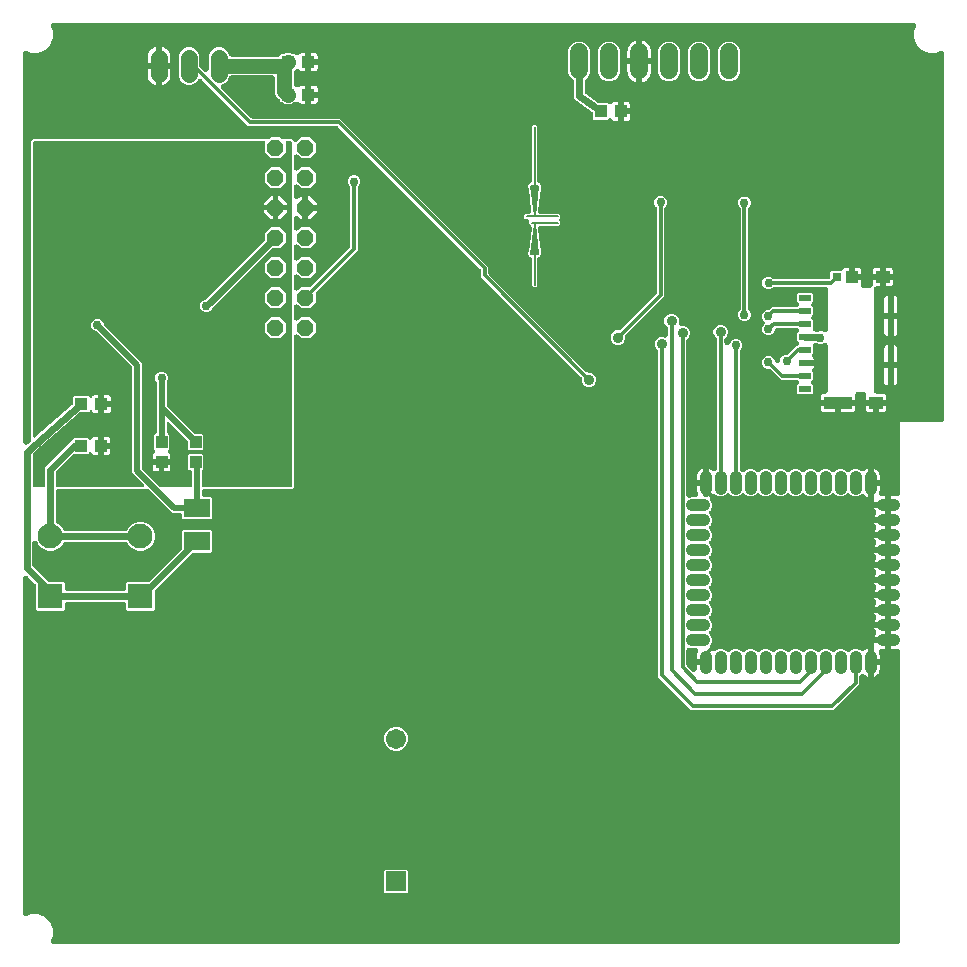
<source format=gbr>
G04 EAGLE Gerber RS-274X export*
G75*
%MOMM*%
%FSLAX34Y34*%
%LPD*%
%INBottom Copper*%
%IPPOS*%
%AMOC8*
5,1,8,0,0,1.08239X$1,22.5*%
G01*
%ADD10C,0.130000*%
%ADD11C,0.152400*%
%ADD12R,1.000000X1.100000*%
%ADD13R,1.100000X1.000000*%
%ADD14R,1.714500X1.714500*%
%ADD15C,1.714500*%
%ADD16R,1.000000X0.500000*%
%ADD17R,2.390000X1.050000*%
%ADD18R,1.200000X1.050000*%
%ADD19R,0.780000X0.720000*%
%ADD20R,1.080000X1.050000*%
%ADD21R,0.550000X2.910000*%
%ADD22R,2.100000X2.100000*%
%ADD23C,2.100000*%
%ADD24R,2.200000X1.600000*%
%ADD25C,1.524000*%
%ADD26C,1.008000*%
%ADD27P,1.539592X8X292.500000*%
%ADD28C,1.422400*%
%ADD29C,1.206400*%
%ADD30C,0.906400*%
%ADD31C,0.304800*%
%ADD32C,0.756400*%
%ADD33C,1.270000*%
%ADD34C,0.609600*%
%ADD35C,0.508000*%

G36*
X750060Y10164D02*
X750060Y10164D01*
X750094Y10162D01*
X750284Y10184D01*
X750474Y10201D01*
X750507Y10210D01*
X750541Y10214D01*
X750724Y10269D01*
X750909Y10319D01*
X750940Y10334D01*
X750972Y10344D01*
X751143Y10431D01*
X751315Y10513D01*
X751343Y10532D01*
X751374Y10548D01*
X751526Y10664D01*
X751681Y10775D01*
X751705Y10799D01*
X751732Y10820D01*
X751862Y10960D01*
X751996Y11097D01*
X752015Y11126D01*
X752038Y11151D01*
X752141Y11312D01*
X752248Y11470D01*
X752261Y11502D01*
X752280Y11530D01*
X752352Y11707D01*
X752430Y11882D01*
X752438Y11915D01*
X752451Y11947D01*
X752491Y12134D01*
X752536Y12320D01*
X752539Y12354D01*
X752546Y12387D01*
X752565Y12699D01*
X752666Y257516D01*
X752661Y257575D01*
X752664Y257634D01*
X752641Y257799D01*
X752626Y257964D01*
X752611Y258021D01*
X752603Y258080D01*
X752552Y258238D01*
X752508Y258399D01*
X752483Y258452D01*
X752465Y258508D01*
X752386Y258655D01*
X752315Y258805D01*
X752281Y258853D01*
X752253Y258906D01*
X752150Y259036D01*
X752053Y259172D01*
X752011Y259213D01*
X751974Y259259D01*
X751850Y259369D01*
X751730Y259486D01*
X751681Y259519D01*
X751637Y259558D01*
X751495Y259645D01*
X751357Y259738D01*
X751303Y259762D01*
X751253Y259793D01*
X751098Y259853D01*
X750946Y259920D01*
X750888Y259934D01*
X750833Y259956D01*
X750670Y259988D01*
X750508Y260027D01*
X750449Y260031D01*
X750391Y260042D01*
X750225Y260045D01*
X750059Y260055D01*
X750000Y260048D01*
X749941Y260049D01*
X749632Y260007D01*
X748687Y259819D01*
X745439Y259819D01*
X745439Y267400D01*
X745439Y280100D01*
X745439Y292800D01*
X745439Y305500D01*
X745439Y318200D01*
X745439Y330900D01*
X745439Y343600D01*
X745439Y356300D01*
X745439Y369000D01*
X745439Y381700D01*
X745439Y389281D01*
X748687Y389281D01*
X749687Y389082D01*
X749745Y389076D01*
X749801Y389062D01*
X749968Y389051D01*
X750135Y389033D01*
X750192Y389037D01*
X750250Y389034D01*
X750417Y389053D01*
X750584Y389065D01*
X750640Y389079D01*
X750698Y389086D01*
X750858Y389134D01*
X751020Y389175D01*
X751073Y389199D01*
X751129Y389216D01*
X751278Y389292D01*
X751430Y389361D01*
X751478Y389394D01*
X751530Y389420D01*
X751664Y389521D01*
X751801Y389616D01*
X751843Y389657D01*
X751889Y389692D01*
X752002Y389815D01*
X752121Y389933D01*
X752155Y389980D01*
X752194Y390023D01*
X752284Y390164D01*
X752380Y390301D01*
X752405Y390354D01*
X752436Y390403D01*
X752500Y390558D01*
X752570Y390709D01*
X752585Y390766D01*
X752607Y390819D01*
X752643Y390983D01*
X752685Y391145D01*
X752690Y391202D01*
X752702Y391259D01*
X752722Y391571D01*
X752746Y451761D01*
X787300Y451761D01*
X787335Y451764D01*
X787369Y451762D01*
X787558Y451784D01*
X787749Y451801D01*
X787782Y451810D01*
X787816Y451814D01*
X787999Y451869D01*
X788183Y451919D01*
X788214Y451934D01*
X788247Y451944D01*
X788418Y452031D01*
X788590Y452113D01*
X788618Y452133D01*
X788649Y452148D01*
X788801Y452264D01*
X788956Y452375D01*
X788980Y452400D01*
X789007Y452420D01*
X789136Y452561D01*
X789270Y452697D01*
X789289Y452726D01*
X789313Y452752D01*
X789415Y452913D01*
X789522Y453070D01*
X789536Y453102D01*
X789554Y453131D01*
X789627Y453308D01*
X789704Y453482D01*
X789712Y453516D01*
X789725Y453548D01*
X789765Y453735D01*
X789811Y453920D01*
X789813Y453954D01*
X789820Y453988D01*
X789839Y454300D01*
X789839Y763865D01*
X789832Y763948D01*
X789834Y764030D01*
X789812Y764171D01*
X789799Y764314D01*
X789778Y764394D01*
X789765Y764475D01*
X789719Y764610D01*
X789681Y764748D01*
X789645Y764823D01*
X789619Y764901D01*
X789549Y765026D01*
X789487Y765155D01*
X789440Y765222D01*
X789399Y765294D01*
X789309Y765405D01*
X789225Y765521D01*
X789166Y765578D01*
X789114Y765642D01*
X789005Y765735D01*
X788903Y765835D01*
X788834Y765881D01*
X788772Y765935D01*
X788648Y766007D01*
X788530Y766087D01*
X788454Y766120D01*
X788383Y766162D01*
X788249Y766212D01*
X788118Y766269D01*
X788038Y766289D01*
X787960Y766317D01*
X787819Y766342D01*
X787680Y766376D01*
X787598Y766381D01*
X787517Y766395D01*
X787374Y766395D01*
X787231Y766404D01*
X787149Y766394D01*
X787067Y766394D01*
X786926Y766368D01*
X786784Y766352D01*
X786705Y766328D01*
X786624Y766313D01*
X786390Y766233D01*
X786353Y766221D01*
X786343Y766217D01*
X786328Y766211D01*
X783016Y764839D01*
X776984Y764839D01*
X771412Y767147D01*
X767147Y771412D01*
X764839Y776984D01*
X764839Y783016D01*
X766211Y786328D01*
X766236Y786407D01*
X766269Y786482D01*
X766303Y786621D01*
X766346Y786758D01*
X766357Y786840D01*
X766376Y786920D01*
X766385Y787062D01*
X766403Y787205D01*
X766399Y787287D01*
X766404Y787369D01*
X766387Y787511D01*
X766380Y787654D01*
X766361Y787734D01*
X766352Y787816D01*
X766310Y787954D01*
X766278Y788093D01*
X766245Y788168D01*
X766221Y788247D01*
X766156Y788375D01*
X766100Y788506D01*
X766054Y788575D01*
X766017Y788649D01*
X765931Y788763D01*
X765852Y788882D01*
X765795Y788942D01*
X765745Y789007D01*
X765640Y789104D01*
X765541Y789208D01*
X765475Y789257D01*
X765414Y789313D01*
X765293Y789390D01*
X765178Y789474D01*
X765104Y789510D01*
X765034Y789554D01*
X764902Y789609D01*
X764773Y789672D01*
X764694Y789694D01*
X764618Y789725D01*
X764478Y789755D01*
X764340Y789795D01*
X764258Y789803D01*
X764177Y789820D01*
X763931Y789835D01*
X763892Y789839D01*
X763881Y789838D01*
X763865Y789839D01*
X36235Y789839D01*
X36152Y789832D01*
X36070Y789834D01*
X35929Y789812D01*
X35786Y789799D01*
X35706Y789778D01*
X35625Y789765D01*
X35490Y789719D01*
X35352Y789681D01*
X35277Y789645D01*
X35199Y789619D01*
X35074Y789549D01*
X34945Y789487D01*
X34878Y789440D01*
X34806Y789399D01*
X34695Y789309D01*
X34579Y789225D01*
X34521Y789166D01*
X34458Y789114D01*
X34365Y789005D01*
X34265Y788903D01*
X34219Y788834D01*
X34165Y788772D01*
X34093Y788648D01*
X34013Y788530D01*
X33980Y788454D01*
X33938Y788383D01*
X33888Y788249D01*
X33831Y788118D01*
X33811Y788038D01*
X33783Y787960D01*
X33758Y787819D01*
X33724Y787680D01*
X33719Y787598D01*
X33705Y787517D01*
X33705Y787374D01*
X33696Y787231D01*
X33706Y787149D01*
X33706Y787067D01*
X33732Y786926D01*
X33748Y786784D01*
X33772Y786705D01*
X33787Y786624D01*
X33867Y786390D01*
X33879Y786353D01*
X33883Y786343D01*
X33889Y786328D01*
X35261Y783016D01*
X35261Y776984D01*
X32953Y771412D01*
X28688Y767147D01*
X23116Y764839D01*
X17084Y764839D01*
X13672Y766253D01*
X13593Y766278D01*
X13518Y766311D01*
X13379Y766345D01*
X13242Y766388D01*
X13160Y766398D01*
X13080Y766417D01*
X12938Y766426D01*
X12795Y766444D01*
X12713Y766440D01*
X12631Y766445D01*
X12489Y766429D01*
X12346Y766421D01*
X12266Y766403D01*
X12184Y766393D01*
X12046Y766352D01*
X11907Y766319D01*
X11832Y766287D01*
X11753Y766263D01*
X11625Y766198D01*
X11494Y766141D01*
X11425Y766096D01*
X11351Y766058D01*
X11237Y765972D01*
X11118Y765893D01*
X11058Y765836D01*
X10993Y765786D01*
X10896Y765681D01*
X10792Y765582D01*
X10743Y765516D01*
X10687Y765455D01*
X10610Y765334D01*
X10526Y765219D01*
X10490Y765145D01*
X10446Y765076D01*
X10391Y764943D01*
X10328Y764814D01*
X10306Y764735D01*
X10275Y764659D01*
X10245Y764519D01*
X10205Y764381D01*
X10197Y764299D01*
X10180Y764219D01*
X10165Y763973D01*
X10161Y763933D01*
X10162Y763923D01*
X10161Y763907D01*
X10161Y435540D01*
X10165Y435490D01*
X10163Y435440D01*
X10185Y435266D01*
X10201Y435091D01*
X10214Y435043D01*
X10220Y434993D01*
X10273Y434826D01*
X10319Y434657D01*
X10341Y434612D01*
X10356Y434564D01*
X10437Y434408D01*
X10513Y434250D01*
X10542Y434210D01*
X10565Y434165D01*
X10673Y434026D01*
X10775Y433884D01*
X10810Y433849D01*
X10841Y433810D01*
X10972Y433692D01*
X11097Y433570D01*
X11139Y433542D01*
X11176Y433508D01*
X11325Y433416D01*
X11470Y433318D01*
X11516Y433298D01*
X11559Y433271D01*
X11722Y433207D01*
X11882Y433136D01*
X11931Y433124D01*
X11977Y433105D01*
X12150Y433070D01*
X12320Y433029D01*
X12369Y433026D01*
X12419Y433016D01*
X12594Y433012D01*
X12769Y433001D01*
X12819Y433007D01*
X12869Y433006D01*
X13042Y433033D01*
X13216Y433053D01*
X13264Y433068D01*
X13314Y433076D01*
X13479Y433133D01*
X13647Y433184D01*
X13692Y433206D01*
X13739Y433223D01*
X13892Y433308D01*
X14049Y433388D01*
X14088Y433418D01*
X14132Y433443D01*
X14379Y433634D01*
X16145Y435191D01*
X16158Y435205D01*
X16173Y435216D01*
X16313Y435368D01*
X16455Y435517D01*
X16465Y435533D01*
X16479Y435547D01*
X16589Y435721D01*
X16702Y435893D01*
X16710Y435911D01*
X16720Y435927D01*
X16799Y436118D01*
X16880Y436307D01*
X16884Y436326D01*
X16891Y436344D01*
X16935Y436545D01*
X16981Y436746D01*
X16982Y436765D01*
X16986Y436784D01*
X17005Y437096D01*
X17005Y689758D01*
X18642Y691395D01*
X217429Y691395D01*
X217592Y691409D01*
X217757Y691416D01*
X217816Y691429D01*
X217877Y691435D01*
X218036Y691478D01*
X218196Y691514D01*
X218253Y691537D01*
X218312Y691553D01*
X218460Y691624D01*
X218612Y691687D01*
X218663Y691720D01*
X218718Y691747D01*
X218852Y691842D01*
X218990Y691932D01*
X219048Y691983D01*
X219084Y692009D01*
X219127Y692052D01*
X219224Y692138D01*
X220223Y693137D01*
X227377Y693137D01*
X228376Y692138D01*
X228502Y692033D01*
X228623Y691921D01*
X228674Y691889D01*
X228721Y691850D01*
X228864Y691768D01*
X229003Y691680D01*
X229059Y691656D01*
X229112Y691626D01*
X229267Y691571D01*
X229419Y691509D01*
X229479Y691496D01*
X229536Y691475D01*
X229699Y691449D01*
X229859Y691414D01*
X229936Y691409D01*
X229981Y691402D01*
X230042Y691403D01*
X230171Y691395D01*
X237658Y691395D01*
X238974Y690079D01*
X239000Y690057D01*
X239023Y690031D01*
X239172Y689913D01*
X239319Y689790D01*
X239349Y689773D01*
X239376Y689751D01*
X239544Y689661D01*
X239710Y689567D01*
X239743Y689555D01*
X239773Y689539D01*
X239954Y689480D01*
X240134Y689416D01*
X240168Y689410D01*
X240201Y689399D01*
X240390Y689373D01*
X240578Y689342D01*
X240613Y689343D01*
X240647Y689338D01*
X240838Y689346D01*
X241029Y689348D01*
X241063Y689355D01*
X241097Y689356D01*
X241283Y689398D01*
X241471Y689434D01*
X241503Y689446D01*
X241537Y689454D01*
X241713Y689528D01*
X241891Y689596D01*
X241920Y689614D01*
X241952Y689628D01*
X242113Y689731D01*
X242275Y689830D01*
X242301Y689853D01*
X242330Y689872D01*
X242565Y690079D01*
X245623Y693137D01*
X252777Y693137D01*
X257837Y688077D01*
X257837Y680923D01*
X252777Y675863D01*
X245623Y675863D01*
X243630Y677856D01*
X243530Y677940D01*
X243437Y678030D01*
X243357Y678084D01*
X243284Y678145D01*
X243171Y678210D01*
X243064Y678283D01*
X242976Y678321D01*
X242893Y678369D01*
X242771Y678412D01*
X242652Y678465D01*
X242559Y678487D01*
X242469Y678519D01*
X242341Y678541D01*
X242214Y678571D01*
X242119Y678577D01*
X242025Y678593D01*
X241895Y678591D01*
X241765Y678599D01*
X241670Y678588D01*
X241574Y678587D01*
X241447Y678562D01*
X241318Y678547D01*
X241226Y678519D01*
X241132Y678501D01*
X241011Y678454D01*
X240887Y678417D01*
X240801Y678373D01*
X240712Y678339D01*
X240601Y678271D01*
X240485Y678212D01*
X240409Y678155D01*
X240328Y678105D01*
X240230Y678019D01*
X240127Y677940D01*
X240062Y677870D01*
X239990Y677807D01*
X239910Y677705D01*
X239821Y677609D01*
X239770Y677529D01*
X239711Y677454D01*
X239650Y677339D01*
X239580Y677229D01*
X239543Y677141D01*
X239498Y677057D01*
X239458Y676933D01*
X239409Y676813D01*
X239389Y676719D01*
X239359Y676629D01*
X239341Y676500D01*
X239314Y676373D01*
X239306Y676243D01*
X239298Y676183D01*
X239299Y676138D01*
X239295Y676061D01*
X239295Y667539D01*
X239306Y667410D01*
X239308Y667280D01*
X239326Y667186D01*
X239335Y667091D01*
X239369Y666965D01*
X239394Y666838D01*
X239428Y666748D01*
X239453Y666656D01*
X239509Y666539D01*
X239556Y666418D01*
X239606Y666336D01*
X239647Y666250D01*
X239722Y666144D01*
X239790Y666033D01*
X239853Y665961D01*
X239909Y665884D01*
X240002Y665793D01*
X240088Y665695D01*
X240163Y665636D01*
X240231Y665570D01*
X240339Y665497D01*
X240441Y665416D01*
X240525Y665371D01*
X240604Y665317D01*
X240723Y665265D01*
X240838Y665203D01*
X240929Y665174D01*
X241016Y665135D01*
X241143Y665104D01*
X241266Y665064D01*
X241361Y665051D01*
X241454Y665029D01*
X241583Y665021D01*
X241712Y665003D01*
X241808Y665007D01*
X241903Y665001D01*
X242032Y665016D01*
X242162Y665021D01*
X242255Y665042D01*
X242350Y665053D01*
X242475Y665091D01*
X242602Y665119D01*
X242690Y665156D01*
X242781Y665183D01*
X242897Y665242D01*
X243017Y665292D01*
X243097Y665344D01*
X243183Y665388D01*
X243286Y665466D01*
X243395Y665537D01*
X243493Y665623D01*
X243541Y665660D01*
X243572Y665693D01*
X243630Y665744D01*
X245623Y667737D01*
X252777Y667737D01*
X257837Y662677D01*
X257837Y655523D01*
X252777Y650463D01*
X245623Y650463D01*
X243630Y652456D01*
X243530Y652540D01*
X243437Y652630D01*
X243357Y652684D01*
X243284Y652745D01*
X243171Y652810D01*
X243064Y652883D01*
X242976Y652921D01*
X242893Y652969D01*
X242771Y653012D01*
X242652Y653065D01*
X242559Y653087D01*
X242469Y653119D01*
X242341Y653141D01*
X242214Y653171D01*
X242119Y653177D01*
X242025Y653193D01*
X241895Y653191D01*
X241765Y653199D01*
X241670Y653188D01*
X241574Y653187D01*
X241447Y653162D01*
X241318Y653147D01*
X241226Y653119D01*
X241132Y653101D01*
X241011Y653054D01*
X240887Y653017D01*
X240801Y652973D01*
X240712Y652939D01*
X240601Y652871D01*
X240485Y652812D01*
X240409Y652755D01*
X240328Y652705D01*
X240230Y652619D01*
X240127Y652540D01*
X240062Y652470D01*
X239990Y652407D01*
X239910Y652305D01*
X239821Y652209D01*
X239770Y652129D01*
X239711Y652054D01*
X239650Y651939D01*
X239580Y651829D01*
X239543Y651741D01*
X239498Y651657D01*
X239458Y651533D01*
X239409Y651413D01*
X239389Y651319D01*
X239359Y651229D01*
X239341Y651100D01*
X239314Y650973D01*
X239306Y650843D01*
X239298Y650783D01*
X239299Y650738D01*
X239295Y650661D01*
X239295Y643576D01*
X239306Y643446D01*
X239308Y643316D01*
X239326Y643223D01*
X239335Y643128D01*
X239369Y643002D01*
X239394Y642874D01*
X239428Y642785D01*
X239453Y642693D01*
X239509Y642576D01*
X239556Y642454D01*
X239606Y642373D01*
X239647Y642287D01*
X239722Y642181D01*
X239790Y642070D01*
X239853Y641998D01*
X239909Y641920D01*
X240002Y641830D01*
X240088Y641732D01*
X240163Y641673D01*
X240231Y641606D01*
X240339Y641534D01*
X240441Y641453D01*
X240525Y641408D01*
X240604Y641354D01*
X240723Y641302D01*
X240838Y641240D01*
X240929Y641211D01*
X241016Y641172D01*
X241143Y641141D01*
X241266Y641101D01*
X241361Y641088D01*
X241454Y641065D01*
X241583Y641057D01*
X241712Y641040D01*
X241808Y641044D01*
X241903Y641038D01*
X242032Y641053D01*
X242162Y641058D01*
X242255Y641079D01*
X242350Y641090D01*
X242475Y641127D01*
X242602Y641156D01*
X242690Y641192D01*
X242781Y641220D01*
X242897Y641279D01*
X243017Y641329D01*
X243097Y641381D01*
X243183Y641424D01*
X243286Y641503D01*
X243395Y641574D01*
X243493Y641660D01*
X243541Y641696D01*
X243572Y641729D01*
X243630Y641781D01*
X245202Y643353D01*
X246661Y643353D01*
X246661Y633700D01*
X246661Y624047D01*
X245202Y624047D01*
X243630Y625619D01*
X243530Y625703D01*
X243437Y625794D01*
X243357Y625847D01*
X243284Y625908D01*
X243171Y625973D01*
X243064Y626046D01*
X242976Y626084D01*
X242893Y626132D01*
X242771Y626175D01*
X242652Y626228D01*
X242559Y626251D01*
X242469Y626283D01*
X242341Y626304D01*
X242214Y626335D01*
X242119Y626340D01*
X242025Y626356D01*
X241895Y626354D01*
X241765Y626362D01*
X241670Y626351D01*
X241574Y626350D01*
X241447Y626325D01*
X241318Y626310D01*
X241226Y626283D01*
X241132Y626264D01*
X241011Y626218D01*
X240887Y626180D01*
X240801Y626136D01*
X240712Y626102D01*
X240601Y626035D01*
X240485Y625976D01*
X240409Y625918D01*
X240328Y625868D01*
X240230Y625782D01*
X240127Y625704D01*
X240062Y625633D01*
X239990Y625570D01*
X239910Y625468D01*
X239821Y625372D01*
X239770Y625292D01*
X239711Y625217D01*
X239650Y625102D01*
X239580Y624993D01*
X239543Y624904D01*
X239498Y624820D01*
X239458Y624696D01*
X239409Y624576D01*
X239389Y624483D01*
X239359Y624392D01*
X239341Y624263D01*
X239314Y624136D01*
X239306Y624006D01*
X239298Y623946D01*
X239299Y623901D01*
X239295Y623824D01*
X239295Y616739D01*
X239306Y616610D01*
X239308Y616480D01*
X239326Y616386D01*
X239335Y616291D01*
X239369Y616165D01*
X239394Y616038D01*
X239428Y615948D01*
X239453Y615856D01*
X239509Y615739D01*
X239556Y615618D01*
X239606Y615536D01*
X239647Y615450D01*
X239722Y615344D01*
X239790Y615233D01*
X239853Y615161D01*
X239909Y615084D01*
X240002Y614993D01*
X240088Y614895D01*
X240163Y614836D01*
X240231Y614770D01*
X240339Y614697D01*
X240441Y614616D01*
X240525Y614571D01*
X240604Y614517D01*
X240723Y614465D01*
X240838Y614403D01*
X240929Y614374D01*
X241016Y614335D01*
X241143Y614304D01*
X241266Y614264D01*
X241361Y614251D01*
X241454Y614229D01*
X241583Y614221D01*
X241712Y614203D01*
X241808Y614207D01*
X241903Y614201D01*
X242032Y614216D01*
X242162Y614221D01*
X242255Y614242D01*
X242350Y614253D01*
X242475Y614291D01*
X242602Y614319D01*
X242690Y614356D01*
X242781Y614383D01*
X242897Y614442D01*
X243017Y614492D01*
X243097Y614544D01*
X243183Y614588D01*
X243286Y614666D01*
X243395Y614737D01*
X243493Y614823D01*
X243541Y614860D01*
X243572Y614893D01*
X243630Y614944D01*
X245623Y616937D01*
X252777Y616937D01*
X257837Y611877D01*
X257837Y604723D01*
X252777Y599663D01*
X245623Y599663D01*
X243630Y601656D01*
X243530Y601740D01*
X243437Y601830D01*
X243357Y601884D01*
X243284Y601945D01*
X243171Y602010D01*
X243064Y602083D01*
X242976Y602121D01*
X242893Y602169D01*
X242771Y602212D01*
X242652Y602265D01*
X242559Y602287D01*
X242469Y602319D01*
X242341Y602341D01*
X242214Y602371D01*
X242119Y602377D01*
X242025Y602393D01*
X241895Y602391D01*
X241765Y602399D01*
X241670Y602388D01*
X241574Y602387D01*
X241447Y602362D01*
X241318Y602347D01*
X241226Y602319D01*
X241132Y602301D01*
X241011Y602254D01*
X240887Y602217D01*
X240801Y602173D01*
X240712Y602139D01*
X240601Y602071D01*
X240485Y602012D01*
X240409Y601955D01*
X240328Y601905D01*
X240230Y601819D01*
X240127Y601740D01*
X240062Y601670D01*
X239990Y601607D01*
X239910Y601505D01*
X239821Y601409D01*
X239770Y601329D01*
X239711Y601254D01*
X239650Y601139D01*
X239580Y601029D01*
X239543Y600941D01*
X239498Y600857D01*
X239458Y600733D01*
X239409Y600613D01*
X239389Y600519D01*
X239359Y600429D01*
X239341Y600300D01*
X239314Y600173D01*
X239306Y600043D01*
X239298Y599983D01*
X239299Y599938D01*
X239295Y599861D01*
X239295Y591339D01*
X239306Y591210D01*
X239308Y591080D01*
X239326Y590986D01*
X239335Y590891D01*
X239369Y590765D01*
X239394Y590638D01*
X239428Y590548D01*
X239453Y590456D01*
X239509Y590339D01*
X239556Y590218D01*
X239606Y590136D01*
X239647Y590050D01*
X239722Y589944D01*
X239790Y589833D01*
X239853Y589761D01*
X239909Y589684D01*
X240002Y589593D01*
X240088Y589495D01*
X240163Y589436D01*
X240231Y589370D01*
X240339Y589297D01*
X240441Y589216D01*
X240525Y589171D01*
X240604Y589117D01*
X240723Y589065D01*
X240838Y589003D01*
X240929Y588974D01*
X241016Y588935D01*
X241143Y588904D01*
X241266Y588864D01*
X241361Y588851D01*
X241454Y588829D01*
X241583Y588821D01*
X241712Y588803D01*
X241808Y588807D01*
X241903Y588801D01*
X242032Y588816D01*
X242162Y588821D01*
X242255Y588842D01*
X242350Y588853D01*
X242475Y588891D01*
X242602Y588919D01*
X242690Y588956D01*
X242781Y588983D01*
X242897Y589042D01*
X243017Y589092D01*
X243097Y589144D01*
X243183Y589188D01*
X243286Y589266D01*
X243395Y589337D01*
X243493Y589423D01*
X243541Y589460D01*
X243572Y589493D01*
X243630Y589544D01*
X245623Y591537D01*
X252777Y591537D01*
X257837Y586477D01*
X257837Y579323D01*
X252777Y574263D01*
X245623Y574263D01*
X243630Y576256D01*
X243530Y576340D01*
X243437Y576430D01*
X243357Y576484D01*
X243284Y576545D01*
X243171Y576610D01*
X243064Y576683D01*
X242976Y576721D01*
X242893Y576769D01*
X242771Y576812D01*
X242652Y576865D01*
X242559Y576887D01*
X242469Y576919D01*
X242341Y576941D01*
X242214Y576971D01*
X242119Y576977D01*
X242025Y576993D01*
X241895Y576991D01*
X241765Y576999D01*
X241670Y576988D01*
X241574Y576987D01*
X241447Y576962D01*
X241318Y576947D01*
X241226Y576919D01*
X241132Y576901D01*
X241011Y576854D01*
X240887Y576817D01*
X240801Y576773D01*
X240712Y576739D01*
X240601Y576671D01*
X240485Y576612D01*
X240409Y576555D01*
X240328Y576505D01*
X240230Y576419D01*
X240127Y576340D01*
X240062Y576270D01*
X239990Y576207D01*
X239910Y576105D01*
X239821Y576009D01*
X239770Y575929D01*
X239711Y575854D01*
X239650Y575739D01*
X239580Y575629D01*
X239543Y575541D01*
X239498Y575457D01*
X239458Y575333D01*
X239409Y575213D01*
X239389Y575119D01*
X239359Y575029D01*
X239341Y574900D01*
X239314Y574773D01*
X239306Y574643D01*
X239298Y574583D01*
X239299Y574538D01*
X239295Y574461D01*
X239295Y565939D01*
X239306Y565810D01*
X239308Y565680D01*
X239326Y565586D01*
X239335Y565491D01*
X239369Y565365D01*
X239394Y565238D01*
X239428Y565148D01*
X239453Y565056D01*
X239509Y564939D01*
X239556Y564818D01*
X239606Y564736D01*
X239647Y564650D01*
X239722Y564544D01*
X239790Y564433D01*
X239853Y564361D01*
X239909Y564284D01*
X240002Y564193D01*
X240088Y564095D01*
X240163Y564036D01*
X240231Y563970D01*
X240339Y563897D01*
X240441Y563816D01*
X240525Y563771D01*
X240604Y563717D01*
X240723Y563665D01*
X240838Y563603D01*
X240929Y563574D01*
X241016Y563535D01*
X241143Y563504D01*
X241266Y563464D01*
X241361Y563451D01*
X241454Y563429D01*
X241583Y563421D01*
X241712Y563403D01*
X241808Y563407D01*
X241903Y563401D01*
X242032Y563416D01*
X242162Y563421D01*
X242255Y563442D01*
X242350Y563453D01*
X242475Y563491D01*
X242602Y563519D01*
X242690Y563556D01*
X242781Y563583D01*
X242897Y563642D01*
X243017Y563692D01*
X243097Y563744D01*
X243183Y563788D01*
X243286Y563866D01*
X243395Y563937D01*
X243493Y564023D01*
X243541Y564060D01*
X243572Y564093D01*
X243630Y564144D01*
X245623Y566137D01*
X252473Y566137D01*
X252637Y566151D01*
X252801Y566158D01*
X252861Y566171D01*
X252922Y566177D01*
X253081Y566220D01*
X253241Y566256D01*
X253297Y566279D01*
X253356Y566295D01*
X253504Y566366D01*
X253657Y566429D01*
X253708Y566462D01*
X253763Y566489D01*
X253896Y566584D01*
X254035Y566674D01*
X254093Y566725D01*
X254129Y566751D01*
X254171Y566794D01*
X254269Y566880D01*
X286608Y599219D01*
X286713Y599345D01*
X286825Y599466D01*
X286857Y599518D01*
X286896Y599564D01*
X286978Y599707D01*
X287066Y599846D01*
X287090Y599903D01*
X287120Y599955D01*
X287175Y600110D01*
X287237Y600263D01*
X287250Y600322D01*
X287271Y600380D01*
X287297Y600542D01*
X287332Y600703D01*
X287337Y600780D01*
X287344Y600824D01*
X287343Y600885D01*
X287351Y601015D01*
X287351Y650092D01*
X287350Y650110D01*
X287350Y650121D01*
X287343Y650180D01*
X287337Y650256D01*
X287330Y650420D01*
X287317Y650480D01*
X287311Y650541D01*
X287268Y650699D01*
X287232Y650860D01*
X287209Y650916D01*
X287193Y650975D01*
X287122Y651123D01*
X287059Y651275D01*
X287026Y651327D01*
X286999Y651382D01*
X286904Y651515D01*
X286814Y651653D01*
X286763Y651711D01*
X286737Y651748D01*
X286694Y651790D01*
X286608Y651888D01*
X285901Y652594D01*
X285093Y654544D01*
X285093Y656656D01*
X285901Y658606D01*
X287394Y660099D01*
X289344Y660907D01*
X291456Y660907D01*
X293406Y660099D01*
X294899Y658606D01*
X295707Y656656D01*
X295707Y654544D01*
X294899Y652594D01*
X294192Y651888D01*
X294087Y651761D01*
X293975Y651641D01*
X293943Y651589D01*
X293904Y651542D01*
X293822Y651400D01*
X293734Y651261D01*
X293710Y651204D01*
X293680Y651151D01*
X293625Y650996D01*
X293563Y650844D01*
X293550Y650785D01*
X293529Y650727D01*
X293503Y650565D01*
X293468Y650404D01*
X293463Y650327D01*
X293456Y650283D01*
X293457Y650222D01*
X293449Y650092D01*
X293449Y597437D01*
X258580Y562569D01*
X258475Y562443D01*
X258363Y562322D01*
X258331Y562270D01*
X258292Y562224D01*
X258210Y562081D01*
X258122Y561942D01*
X258098Y561885D01*
X258068Y561833D01*
X258013Y561678D01*
X257951Y561525D01*
X257938Y561466D01*
X257917Y561408D01*
X257891Y561246D01*
X257856Y561085D01*
X257851Y561008D01*
X257844Y560964D01*
X257845Y560903D01*
X257837Y560773D01*
X257837Y553923D01*
X252777Y548863D01*
X245623Y548863D01*
X243630Y550856D01*
X243530Y550940D01*
X243437Y551030D01*
X243357Y551084D01*
X243284Y551145D01*
X243171Y551210D01*
X243064Y551283D01*
X242976Y551321D01*
X242893Y551369D01*
X242771Y551412D01*
X242652Y551465D01*
X242559Y551487D01*
X242469Y551519D01*
X242341Y551541D01*
X242214Y551571D01*
X242119Y551577D01*
X242025Y551593D01*
X241895Y551591D01*
X241765Y551599D01*
X241670Y551588D01*
X241574Y551587D01*
X241447Y551562D01*
X241318Y551547D01*
X241226Y551519D01*
X241132Y551501D01*
X241011Y551454D01*
X240887Y551417D01*
X240801Y551373D01*
X240712Y551339D01*
X240601Y551271D01*
X240485Y551212D01*
X240409Y551155D01*
X240328Y551105D01*
X240230Y551019D01*
X240127Y550940D01*
X240062Y550870D01*
X239990Y550807D01*
X239910Y550705D01*
X239821Y550609D01*
X239770Y550529D01*
X239711Y550454D01*
X239650Y550339D01*
X239580Y550229D01*
X239543Y550141D01*
X239498Y550057D01*
X239458Y549933D01*
X239409Y549813D01*
X239389Y549719D01*
X239359Y549629D01*
X239341Y549500D01*
X239314Y549373D01*
X239306Y549243D01*
X239298Y549183D01*
X239299Y549138D01*
X239295Y549061D01*
X239295Y540539D01*
X239306Y540410D01*
X239308Y540280D01*
X239326Y540186D01*
X239335Y540091D01*
X239369Y539965D01*
X239394Y539838D01*
X239428Y539748D01*
X239453Y539656D01*
X239509Y539539D01*
X239556Y539418D01*
X239606Y539336D01*
X239647Y539250D01*
X239722Y539144D01*
X239790Y539033D01*
X239853Y538961D01*
X239909Y538884D01*
X240002Y538793D01*
X240088Y538695D01*
X240163Y538636D01*
X240231Y538570D01*
X240339Y538497D01*
X240441Y538416D01*
X240525Y538371D01*
X240604Y538317D01*
X240723Y538265D01*
X240838Y538203D01*
X240929Y538174D01*
X241016Y538135D01*
X241143Y538104D01*
X241266Y538064D01*
X241361Y538051D01*
X241454Y538029D01*
X241583Y538021D01*
X241712Y538003D01*
X241808Y538007D01*
X241903Y538001D01*
X242032Y538016D01*
X242162Y538021D01*
X242255Y538042D01*
X242350Y538053D01*
X242475Y538091D01*
X242602Y538119D01*
X242690Y538156D01*
X242781Y538183D01*
X242897Y538242D01*
X243017Y538292D01*
X243097Y538344D01*
X243183Y538388D01*
X243286Y538466D01*
X243395Y538537D01*
X243493Y538623D01*
X243541Y538660D01*
X243572Y538693D01*
X243630Y538744D01*
X245623Y540737D01*
X252777Y540737D01*
X257837Y535677D01*
X257837Y528523D01*
X252777Y523463D01*
X245623Y523463D01*
X243630Y525456D01*
X243530Y525540D01*
X243437Y525630D01*
X243357Y525684D01*
X243284Y525745D01*
X243171Y525810D01*
X243064Y525883D01*
X242976Y525921D01*
X242893Y525969D01*
X242771Y526012D01*
X242652Y526065D01*
X242559Y526087D01*
X242469Y526119D01*
X242341Y526141D01*
X242214Y526171D01*
X242119Y526177D01*
X242025Y526193D01*
X241895Y526191D01*
X241765Y526199D01*
X241670Y526188D01*
X241574Y526187D01*
X241447Y526162D01*
X241318Y526147D01*
X241226Y526119D01*
X241132Y526101D01*
X241011Y526054D01*
X240887Y526017D01*
X240801Y525973D01*
X240712Y525939D01*
X240601Y525871D01*
X240485Y525812D01*
X240409Y525755D01*
X240328Y525705D01*
X240230Y525619D01*
X240127Y525540D01*
X240062Y525470D01*
X239990Y525407D01*
X239910Y525305D01*
X239821Y525209D01*
X239770Y525129D01*
X239711Y525054D01*
X239650Y524939D01*
X239580Y524829D01*
X239543Y524741D01*
X239498Y524657D01*
X239458Y524533D01*
X239409Y524413D01*
X239389Y524319D01*
X239359Y524229D01*
X239341Y524100D01*
X239314Y523973D01*
X239306Y523843D01*
X239298Y523783D01*
X239299Y523738D01*
X239295Y523661D01*
X239295Y397042D01*
X237658Y395405D01*
X164104Y395405D01*
X164069Y395402D01*
X164035Y395404D01*
X163846Y395382D01*
X163655Y395365D01*
X163622Y395356D01*
X163588Y395352D01*
X163405Y395297D01*
X163221Y395247D01*
X163190Y395232D01*
X163157Y395222D01*
X162986Y395135D01*
X162814Y395053D01*
X162786Y395033D01*
X162755Y395018D01*
X162603Y394902D01*
X162448Y394791D01*
X162424Y394766D01*
X162397Y394746D01*
X162268Y394606D01*
X162134Y394469D01*
X162115Y394440D01*
X162091Y394414D01*
X161989Y394253D01*
X161882Y394096D01*
X161868Y394064D01*
X161850Y394035D01*
X161777Y393858D01*
X161700Y393684D01*
X161692Y393650D01*
X161679Y393618D01*
X161639Y393431D01*
X161593Y393246D01*
X161591Y393212D01*
X161584Y393178D01*
X161565Y392866D01*
X161565Y391164D01*
X161568Y391129D01*
X161566Y391095D01*
X161588Y390906D01*
X161605Y390715D01*
X161614Y390682D01*
X161618Y390648D01*
X161673Y390465D01*
X161723Y390281D01*
X161738Y390250D01*
X161748Y390217D01*
X161835Y390046D01*
X161917Y389874D01*
X161937Y389846D01*
X161952Y389815D01*
X162068Y389663D01*
X162179Y389508D01*
X162204Y389484D01*
X162224Y389457D01*
X162364Y389328D01*
X162501Y389194D01*
X162530Y389175D01*
X162556Y389151D01*
X162717Y389049D01*
X162874Y388942D01*
X162906Y388928D01*
X162935Y388910D01*
X163112Y388837D01*
X163286Y388760D01*
X163320Y388752D01*
X163352Y388739D01*
X163539Y388699D01*
X163724Y388653D01*
X163758Y388651D01*
X163792Y388644D01*
X164104Y388625D01*
X169132Y388625D01*
X170025Y387732D01*
X170025Y370468D01*
X169132Y369575D01*
X145868Y369575D01*
X144975Y370468D01*
X144975Y372496D01*
X144972Y372531D01*
X144974Y372565D01*
X144952Y372754D01*
X144935Y372945D01*
X144926Y372978D01*
X144922Y373012D01*
X144867Y373195D01*
X144817Y373379D01*
X144802Y373410D01*
X144792Y373443D01*
X144705Y373614D01*
X144623Y373786D01*
X144603Y373814D01*
X144588Y373845D01*
X144472Y373997D01*
X144361Y374152D01*
X144336Y374176D01*
X144316Y374203D01*
X144176Y374332D01*
X144039Y374466D01*
X144010Y374485D01*
X143984Y374509D01*
X143823Y374611D01*
X143666Y374718D01*
X143634Y374732D01*
X143605Y374750D01*
X143428Y374823D01*
X143254Y374900D01*
X143220Y374908D01*
X143188Y374921D01*
X143001Y374961D01*
X142816Y375007D01*
X142782Y375009D01*
X142748Y375016D01*
X142436Y375035D01*
X137444Y375035D01*
X135950Y375654D01*
X116943Y394662D01*
X116816Y394767D01*
X116696Y394879D01*
X116644Y394911D01*
X116597Y394950D01*
X116455Y395032D01*
X116316Y395120D01*
X116259Y395144D01*
X116206Y395174D01*
X116052Y395229D01*
X115899Y395291D01*
X115840Y395304D01*
X115782Y395325D01*
X115620Y395351D01*
X115459Y395386D01*
X115382Y395391D01*
X115338Y395398D01*
X115277Y395397D01*
X115147Y395405D01*
X40512Y395405D01*
X40477Y395402D01*
X40443Y395404D01*
X40254Y395382D01*
X40063Y395365D01*
X40030Y395356D01*
X39996Y395352D01*
X39813Y395297D01*
X39629Y395247D01*
X39598Y395232D01*
X39565Y395222D01*
X39394Y395135D01*
X39222Y395053D01*
X39194Y395033D01*
X39163Y395018D01*
X39011Y394902D01*
X38856Y394791D01*
X38832Y394766D01*
X38805Y394746D01*
X38676Y394606D01*
X38542Y394469D01*
X38523Y394440D01*
X38499Y394414D01*
X38397Y394253D01*
X38290Y394096D01*
X38276Y394064D01*
X38258Y394035D01*
X38185Y393858D01*
X38108Y393684D01*
X38100Y393650D01*
X38087Y393618D01*
X38047Y393431D01*
X38001Y393246D01*
X37999Y393212D01*
X37992Y393178D01*
X37973Y392866D01*
X37973Y368118D01*
X37992Y367906D01*
X38008Y367695D01*
X38011Y367683D01*
X38013Y367670D01*
X38068Y367465D01*
X38122Y367260D01*
X38128Y367248D01*
X38131Y367235D01*
X38222Y367045D01*
X38311Y366851D01*
X38319Y366840D01*
X38325Y366829D01*
X38448Y366656D01*
X38570Y366482D01*
X38579Y366473D01*
X38587Y366462D01*
X38739Y366314D01*
X38889Y366165D01*
X38900Y366158D01*
X38909Y366148D01*
X39085Y366029D01*
X39260Y365909D01*
X39274Y365902D01*
X39282Y365896D01*
X39318Y365880D01*
X39540Y365772D01*
X40211Y365494D01*
X43594Y362111D01*
X43872Y361440D01*
X43970Y361253D01*
X44066Y361063D01*
X44074Y361053D01*
X44081Y361041D01*
X44210Y360874D01*
X44338Y360705D01*
X44348Y360696D01*
X44356Y360685D01*
X44514Y360543D01*
X44670Y360399D01*
X44681Y360392D01*
X44691Y360384D01*
X44871Y360271D01*
X45049Y360158D01*
X45062Y360153D01*
X45073Y360146D01*
X45270Y360067D01*
X45466Y359987D01*
X45479Y359984D01*
X45491Y359979D01*
X45699Y359937D01*
X45906Y359892D01*
X45922Y359891D01*
X45932Y359889D01*
X45972Y359888D01*
X46218Y359873D01*
X96782Y359873D01*
X96993Y359892D01*
X97205Y359908D01*
X97217Y359911D01*
X97230Y359913D01*
X97435Y359968D01*
X97640Y360022D01*
X97652Y360028D01*
X97665Y360031D01*
X97855Y360122D01*
X98049Y360211D01*
X98060Y360219D01*
X98071Y360225D01*
X98244Y360348D01*
X98418Y360470D01*
X98427Y360479D01*
X98438Y360487D01*
X98586Y360639D01*
X98735Y360789D01*
X98742Y360800D01*
X98752Y360809D01*
X98871Y360985D01*
X98991Y361160D01*
X98998Y361174D01*
X99004Y361182D01*
X99020Y361218D01*
X99128Y361440D01*
X99406Y362111D01*
X102789Y365494D01*
X107208Y367325D01*
X111992Y367325D01*
X116411Y365494D01*
X119794Y362111D01*
X121625Y357692D01*
X121625Y352908D01*
X119794Y348489D01*
X116411Y345106D01*
X111992Y343275D01*
X107208Y343275D01*
X102789Y345106D01*
X99406Y348489D01*
X99128Y349160D01*
X99030Y349347D01*
X98934Y349537D01*
X98926Y349547D01*
X98919Y349559D01*
X98790Y349726D01*
X98662Y349895D01*
X98652Y349904D01*
X98644Y349915D01*
X98486Y350057D01*
X98330Y350201D01*
X98319Y350208D01*
X98309Y350216D01*
X98129Y350329D01*
X97951Y350442D01*
X97938Y350447D01*
X97927Y350454D01*
X97730Y350533D01*
X97534Y350613D01*
X97521Y350616D01*
X97509Y350621D01*
X97301Y350663D01*
X97094Y350708D01*
X97078Y350709D01*
X97068Y350711D01*
X97028Y350712D01*
X96782Y350727D01*
X46218Y350727D01*
X46007Y350708D01*
X45795Y350692D01*
X45783Y350689D01*
X45770Y350687D01*
X45565Y350632D01*
X45360Y350578D01*
X45348Y350572D01*
X45335Y350569D01*
X45145Y350478D01*
X44951Y350389D01*
X44940Y350381D01*
X44929Y350375D01*
X44756Y350252D01*
X44582Y350130D01*
X44573Y350121D01*
X44562Y350113D01*
X44414Y349961D01*
X44265Y349811D01*
X44258Y349800D01*
X44248Y349791D01*
X44129Y349615D01*
X44009Y349440D01*
X44002Y349426D01*
X43996Y349418D01*
X43980Y349382D01*
X43872Y349160D01*
X43594Y348489D01*
X40211Y345106D01*
X35792Y343275D01*
X31008Y343275D01*
X26589Y345106D01*
X23206Y348489D01*
X22666Y349792D01*
X22584Y349950D01*
X22507Y350110D01*
X22480Y350149D01*
X22457Y350191D01*
X22349Y350332D01*
X22245Y350476D01*
X22211Y350509D01*
X22182Y350547D01*
X22050Y350666D01*
X21923Y350790D01*
X21883Y350817D01*
X21847Y350849D01*
X21697Y350943D01*
X21550Y351042D01*
X21506Y351062D01*
X21465Y351087D01*
X21300Y351152D01*
X21138Y351224D01*
X21091Y351236D01*
X21047Y351253D01*
X20873Y351289D01*
X20700Y351331D01*
X20653Y351334D01*
X20606Y351344D01*
X20428Y351348D01*
X20251Y351359D01*
X20203Y351353D01*
X20156Y351354D01*
X19980Y351327D01*
X19804Y351307D01*
X19758Y351293D01*
X19711Y351286D01*
X19543Y351228D01*
X19373Y351176D01*
X19330Y351155D01*
X19285Y351139D01*
X19130Y351053D01*
X18971Y350972D01*
X18933Y350943D01*
X18892Y350920D01*
X18754Y350807D01*
X18613Y350700D01*
X18580Y350665D01*
X18543Y350635D01*
X18428Y350499D01*
X18307Y350369D01*
X18282Y350329D01*
X18251Y350292D01*
X18161Y350139D01*
X18066Y349989D01*
X18047Y349945D01*
X18023Y349904D01*
X17962Y349737D01*
X17895Y349573D01*
X17885Y349526D01*
X17868Y349481D01*
X17837Y349306D01*
X17800Y349132D01*
X17796Y349073D01*
X17790Y349037D01*
X17790Y348974D01*
X17781Y348820D01*
X17781Y331846D01*
X17795Y331682D01*
X17802Y331518D01*
X17815Y331458D01*
X17821Y331397D01*
X17864Y331239D01*
X17900Y331078D01*
X17923Y331022D01*
X17939Y330963D01*
X18010Y330815D01*
X18073Y330663D01*
X18106Y330611D01*
X18133Y330556D01*
X18228Y330423D01*
X18318Y330285D01*
X18369Y330227D01*
X18395Y330190D01*
X18438Y330148D01*
X18524Y330050D01*
X31306Y317268D01*
X31433Y317163D01*
X31553Y317051D01*
X31605Y317019D01*
X31652Y316980D01*
X31794Y316898D01*
X31933Y316810D01*
X31990Y316786D01*
X32043Y316756D01*
X32198Y316701D01*
X32350Y316639D01*
X32409Y316626D01*
X32467Y316605D01*
X32629Y316579D01*
X32790Y316544D01*
X32867Y316539D01*
X32911Y316532D01*
X32972Y316533D01*
X33102Y316525D01*
X44532Y316525D01*
X45425Y315632D01*
X45425Y311612D01*
X45428Y311577D01*
X45426Y311543D01*
X45448Y311354D01*
X45465Y311163D01*
X45474Y311130D01*
X45478Y311096D01*
X45533Y310913D01*
X45583Y310729D01*
X45598Y310698D01*
X45608Y310665D01*
X45695Y310494D01*
X45777Y310322D01*
X45797Y310294D01*
X45812Y310263D01*
X45928Y310111D01*
X46039Y309956D01*
X46064Y309932D01*
X46084Y309905D01*
X46224Y309776D01*
X46361Y309642D01*
X46390Y309623D01*
X46416Y309599D01*
X46577Y309497D01*
X46734Y309390D01*
X46766Y309376D01*
X46795Y309358D01*
X46972Y309285D01*
X47146Y309208D01*
X47180Y309200D01*
X47212Y309187D01*
X47399Y309147D01*
X47584Y309101D01*
X47618Y309099D01*
X47652Y309092D01*
X47964Y309073D01*
X95036Y309073D01*
X95071Y309076D01*
X95105Y309074D01*
X95294Y309096D01*
X95485Y309113D01*
X95518Y309122D01*
X95552Y309126D01*
X95735Y309181D01*
X95919Y309231D01*
X95950Y309246D01*
X95983Y309256D01*
X96154Y309343D01*
X96326Y309425D01*
X96354Y309445D01*
X96385Y309460D01*
X96537Y309576D01*
X96692Y309687D01*
X96716Y309712D01*
X96743Y309732D01*
X96872Y309872D01*
X97006Y310009D01*
X97025Y310038D01*
X97049Y310064D01*
X97151Y310225D01*
X97258Y310382D01*
X97272Y310414D01*
X97290Y310443D01*
X97363Y310620D01*
X97440Y310794D01*
X97448Y310828D01*
X97461Y310860D01*
X97501Y311047D01*
X97547Y311232D01*
X97549Y311266D01*
X97556Y311300D01*
X97575Y311612D01*
X97575Y315632D01*
X98468Y316525D01*
X116125Y316525D01*
X116288Y316539D01*
X116453Y316546D01*
X116512Y316559D01*
X116573Y316565D01*
X116732Y316608D01*
X116892Y316644D01*
X116949Y316667D01*
X117007Y316683D01*
X117156Y316754D01*
X117308Y316817D01*
X117359Y316850D01*
X117414Y316877D01*
X117548Y316972D01*
X117686Y317062D01*
X117744Y317113D01*
X117780Y317139D01*
X117823Y317182D01*
X117920Y317268D01*
X144232Y343580D01*
X144321Y343686D01*
X144372Y343739D01*
X144384Y343757D01*
X144449Y343827D01*
X144481Y343878D01*
X144520Y343925D01*
X144602Y344068D01*
X144690Y344207D01*
X144714Y344263D01*
X144744Y344316D01*
X144799Y344471D01*
X144861Y344623D01*
X144874Y344683D01*
X144895Y344741D01*
X144921Y344903D01*
X144956Y345064D01*
X144961Y345140D01*
X144968Y345185D01*
X144967Y345246D01*
X144975Y345375D01*
X144975Y359732D01*
X145868Y360625D01*
X169132Y360625D01*
X170025Y359732D01*
X170025Y342468D01*
X169132Y341575D01*
X154775Y341575D01*
X154612Y341561D01*
X154447Y341554D01*
X154388Y341541D01*
X154327Y341535D01*
X154168Y341492D01*
X154008Y341456D01*
X153951Y341433D01*
X153893Y341417D01*
X153744Y341346D01*
X153592Y341283D01*
X153541Y341250D01*
X153486Y341223D01*
X153352Y341128D01*
X153214Y341038D01*
X153156Y340987D01*
X153120Y340961D01*
X153077Y340918D01*
X152980Y340832D01*
X122368Y310220D01*
X122263Y310094D01*
X122151Y309973D01*
X122119Y309922D01*
X122080Y309875D01*
X121998Y309732D01*
X121910Y309593D01*
X121886Y309537D01*
X121856Y309484D01*
X121801Y309329D01*
X121739Y309177D01*
X121726Y309117D01*
X121705Y309059D01*
X121679Y308897D01*
X121644Y308736D01*
X121639Y308660D01*
X121632Y308615D01*
X121633Y308554D01*
X121625Y308425D01*
X121625Y293368D01*
X120732Y292475D01*
X98468Y292475D01*
X97575Y293368D01*
X97575Y297388D01*
X97572Y297423D01*
X97574Y297457D01*
X97552Y297646D01*
X97535Y297837D01*
X97526Y297870D01*
X97522Y297904D01*
X97467Y298087D01*
X97417Y298271D01*
X97402Y298302D01*
X97392Y298335D01*
X97305Y298506D01*
X97223Y298678D01*
X97203Y298706D01*
X97188Y298737D01*
X97072Y298889D01*
X96961Y299044D01*
X96936Y299068D01*
X96916Y299095D01*
X96776Y299224D01*
X96639Y299358D01*
X96610Y299377D01*
X96584Y299401D01*
X96423Y299503D01*
X96266Y299610D01*
X96234Y299624D01*
X96205Y299642D01*
X96028Y299715D01*
X95854Y299792D01*
X95820Y299800D01*
X95788Y299813D01*
X95601Y299853D01*
X95416Y299899D01*
X95382Y299901D01*
X95348Y299908D01*
X95036Y299927D01*
X47964Y299927D01*
X47929Y299924D01*
X47895Y299926D01*
X47706Y299904D01*
X47515Y299887D01*
X47482Y299878D01*
X47448Y299874D01*
X47265Y299819D01*
X47081Y299769D01*
X47050Y299754D01*
X47017Y299744D01*
X46846Y299657D01*
X46674Y299575D01*
X46646Y299555D01*
X46615Y299540D01*
X46463Y299424D01*
X46308Y299313D01*
X46284Y299288D01*
X46257Y299268D01*
X46128Y299128D01*
X45994Y298991D01*
X45975Y298962D01*
X45951Y298936D01*
X45849Y298775D01*
X45742Y298618D01*
X45728Y298586D01*
X45710Y298557D01*
X45637Y298380D01*
X45560Y298206D01*
X45552Y298172D01*
X45539Y298140D01*
X45499Y297953D01*
X45453Y297768D01*
X45451Y297734D01*
X45444Y297700D01*
X45425Y297388D01*
X45425Y293368D01*
X44532Y292475D01*
X22268Y292475D01*
X21375Y293368D01*
X21375Y313214D01*
X21361Y313378D01*
X21354Y313542D01*
X21341Y313602D01*
X21335Y313663D01*
X21292Y313822D01*
X21256Y313982D01*
X21233Y314038D01*
X21217Y314097D01*
X21146Y314245D01*
X21083Y314397D01*
X21050Y314449D01*
X21023Y314504D01*
X20928Y314637D01*
X20838Y314775D01*
X20787Y314833D01*
X20761Y314870D01*
X20718Y314912D01*
X20632Y315010D01*
X14496Y321146D01*
X14396Y321229D01*
X14303Y321320D01*
X14223Y321373D01*
X14150Y321435D01*
X14037Y321499D01*
X13930Y321572D01*
X13842Y321611D01*
X13759Y321658D01*
X13637Y321701D01*
X13518Y321754D01*
X13425Y321777D01*
X13335Y321809D01*
X13207Y321830D01*
X13080Y321861D01*
X12985Y321867D01*
X12891Y321882D01*
X12761Y321880D01*
X12631Y321888D01*
X12536Y321877D01*
X12440Y321876D01*
X12313Y321851D01*
X12184Y321836D01*
X12092Y321809D01*
X11998Y321791D01*
X11877Y321744D01*
X11753Y321706D01*
X11668Y321663D01*
X11578Y321628D01*
X11467Y321561D01*
X11351Y321502D01*
X11275Y321444D01*
X11194Y321394D01*
X11096Y321308D01*
X10993Y321230D01*
X10928Y321160D01*
X10856Y321096D01*
X10776Y320994D01*
X10687Y320899D01*
X10636Y320818D01*
X10577Y320743D01*
X10516Y320629D01*
X10446Y320519D01*
X10409Y320430D01*
X10364Y320346D01*
X10324Y320223D01*
X10275Y320102D01*
X10255Y320009D01*
X10225Y319918D01*
X10207Y319789D01*
X10180Y319662D01*
X10172Y319532D01*
X10164Y319472D01*
X10165Y319427D01*
X10161Y319350D01*
X10161Y36235D01*
X10168Y36152D01*
X10166Y36070D01*
X10188Y35929D01*
X10201Y35786D01*
X10222Y35706D01*
X10235Y35625D01*
X10281Y35490D01*
X10319Y35352D01*
X10355Y35277D01*
X10381Y35199D01*
X10451Y35074D01*
X10513Y34945D01*
X10560Y34878D01*
X10601Y34806D01*
X10691Y34695D01*
X10775Y34579D01*
X10834Y34521D01*
X10886Y34458D01*
X10995Y34365D01*
X11097Y34265D01*
X11166Y34219D01*
X11228Y34165D01*
X11352Y34093D01*
X11470Y34013D01*
X11546Y33980D01*
X11617Y33938D01*
X11751Y33888D01*
X11882Y33831D01*
X11962Y33811D01*
X12040Y33783D01*
X12181Y33758D01*
X12320Y33724D01*
X12402Y33719D01*
X12483Y33705D01*
X12626Y33705D01*
X12769Y33696D01*
X12851Y33706D01*
X12933Y33706D01*
X13074Y33732D01*
X13216Y33748D01*
X13295Y33772D01*
X13376Y33787D01*
X13610Y33867D01*
X13647Y33879D01*
X13657Y33883D01*
X13672Y33889D01*
X16984Y35261D01*
X23016Y35261D01*
X28588Y32953D01*
X32853Y28688D01*
X35161Y23116D01*
X35161Y17084D01*
X33747Y13672D01*
X33722Y13593D01*
X33689Y13518D01*
X33655Y13379D01*
X33612Y13242D01*
X33602Y13160D01*
X33583Y13080D01*
X33574Y12938D01*
X33556Y12795D01*
X33560Y12713D01*
X33555Y12631D01*
X33571Y12489D01*
X33579Y12346D01*
X33597Y12266D01*
X33607Y12184D01*
X33648Y12046D01*
X33681Y11907D01*
X33713Y11832D01*
X33737Y11753D01*
X33802Y11625D01*
X33859Y11494D01*
X33904Y11425D01*
X33942Y11351D01*
X34028Y11237D01*
X34107Y11118D01*
X34164Y11058D01*
X34214Y10993D01*
X34319Y10896D01*
X34418Y10792D01*
X34484Y10743D01*
X34545Y10687D01*
X34666Y10610D01*
X34781Y10526D01*
X34855Y10490D01*
X34924Y10446D01*
X35057Y10391D01*
X35186Y10328D01*
X35265Y10306D01*
X35341Y10275D01*
X35481Y10245D01*
X35619Y10205D01*
X35701Y10197D01*
X35781Y10180D01*
X36027Y10165D01*
X36067Y10161D01*
X36077Y10162D01*
X36093Y10161D01*
X750026Y10161D01*
X750060Y10164D01*
G37*
G36*
X27676Y396946D02*
X27676Y396946D01*
X27795Y396953D01*
X27833Y396966D01*
X27874Y396971D01*
X27984Y397014D01*
X28097Y397051D01*
X28132Y397073D01*
X28169Y397088D01*
X28265Y397158D01*
X28366Y397221D01*
X28394Y397251D01*
X28427Y397274D01*
X28503Y397366D01*
X28584Y397453D01*
X28604Y397488D01*
X28629Y397519D01*
X28680Y397627D01*
X28738Y397731D01*
X28748Y397771D01*
X28765Y397807D01*
X28787Y397924D01*
X28817Y398039D01*
X28821Y398100D01*
X28825Y398120D01*
X28823Y398140D01*
X28827Y398200D01*
X28827Y413694D01*
X51704Y436570D01*
X51764Y436649D01*
X51832Y436721D01*
X51861Y436774D01*
X51898Y436822D01*
X51938Y436913D01*
X51986Y436999D01*
X52001Y437058D01*
X52025Y437113D01*
X52040Y437211D01*
X52065Y437307D01*
X52066Y437322D01*
X52968Y438225D01*
X65232Y438225D01*
X66164Y437293D01*
X66263Y437216D01*
X66358Y437134D01*
X66388Y437118D01*
X66415Y437098D01*
X66530Y437048D01*
X66643Y436992D01*
X66676Y436985D01*
X66707Y436971D01*
X66831Y436952D01*
X66954Y436926D01*
X66987Y436927D01*
X67021Y436922D01*
X67146Y436933D01*
X67271Y436939D01*
X67304Y436948D01*
X67337Y436951D01*
X67456Y436994D01*
X67576Y437030D01*
X67605Y437048D01*
X67637Y437059D01*
X67741Y437130D01*
X67848Y437195D01*
X67872Y437219D01*
X67900Y437238D01*
X67983Y437332D01*
X68071Y437422D01*
X68098Y437462D01*
X68110Y437476D01*
X68120Y437496D01*
X68160Y437556D01*
X68567Y438260D01*
X69040Y438733D01*
X69619Y439068D01*
X70266Y439241D01*
X73601Y439241D01*
X73601Y432930D01*
X73616Y432812D01*
X73623Y432693D01*
X73635Y432655D01*
X73641Y432615D01*
X73684Y432504D01*
X73721Y432391D01*
X73743Y432357D01*
X73758Y432319D01*
X73827Y432223D01*
X73891Y432122D01*
X73921Y432094D01*
X73944Y432062D01*
X74036Y431986D01*
X74123Y431904D01*
X74158Y431885D01*
X74189Y431859D01*
X74297Y431808D01*
X74401Y431751D01*
X74441Y431741D01*
X74477Y431723D01*
X74584Y431703D01*
X74554Y431699D01*
X74444Y431655D01*
X74331Y431619D01*
X74296Y431597D01*
X74259Y431582D01*
X74162Y431512D01*
X74062Y431449D01*
X74034Y431419D01*
X74001Y431395D01*
X73925Y431304D01*
X73844Y431217D01*
X73824Y431182D01*
X73799Y431150D01*
X73748Y431043D01*
X73690Y430938D01*
X73680Y430899D01*
X73663Y430863D01*
X73641Y430746D01*
X73611Y430630D01*
X73607Y430570D01*
X73603Y430550D01*
X73605Y430530D01*
X73601Y430470D01*
X73601Y424159D01*
X70266Y424159D01*
X69619Y424332D01*
X69040Y424667D01*
X68567Y425140D01*
X68160Y425844D01*
X68084Y425944D01*
X68014Y426048D01*
X67988Y426071D01*
X67968Y426098D01*
X67869Y426176D01*
X67775Y426259D01*
X67745Y426274D01*
X67719Y426295D01*
X67604Y426346D01*
X67492Y426404D01*
X67459Y426411D01*
X67428Y426425D01*
X67304Y426446D01*
X67182Y426473D01*
X67148Y426472D01*
X67115Y426478D01*
X66989Y426467D01*
X66864Y426464D01*
X66831Y426454D01*
X66798Y426451D01*
X66679Y426410D01*
X66558Y426375D01*
X66529Y426358D01*
X66497Y426347D01*
X66393Y426278D01*
X66284Y426214D01*
X66248Y426181D01*
X66232Y426171D01*
X66218Y426155D01*
X66164Y426107D01*
X65232Y425175D01*
X53768Y425175D01*
X53670Y425163D01*
X53571Y425160D01*
X53512Y425143D01*
X53452Y425135D01*
X53360Y425099D01*
X53265Y425071D01*
X53213Y425041D01*
X53157Y425018D01*
X53077Y424960D01*
X52991Y424910D01*
X52916Y424844D01*
X52899Y424832D01*
X52891Y424822D01*
X52870Y424804D01*
X38344Y410278D01*
X38284Y410199D01*
X38216Y410127D01*
X38187Y410074D01*
X38150Y410026D01*
X38110Y409935D01*
X38062Y409849D01*
X38047Y409790D01*
X38023Y409735D01*
X38008Y409637D01*
X37983Y409541D01*
X37977Y409441D01*
X37973Y409420D01*
X37975Y409408D01*
X37973Y409380D01*
X37973Y398200D01*
X37988Y398082D01*
X37995Y397963D01*
X38008Y397925D01*
X38013Y397884D01*
X38056Y397774D01*
X38093Y397661D01*
X38115Y397626D01*
X38130Y397589D01*
X38199Y397493D01*
X38263Y397392D01*
X38293Y397364D01*
X38316Y397331D01*
X38408Y397256D01*
X38495Y397174D01*
X38530Y397154D01*
X38561Y397129D01*
X38669Y397078D01*
X38773Y397020D01*
X38813Y397010D01*
X38849Y396993D01*
X38966Y396971D01*
X39081Y396941D01*
X39141Y396937D01*
X39161Y396933D01*
X39182Y396935D01*
X39242Y396931D01*
X111609Y396931D01*
X111747Y396948D01*
X111886Y396961D01*
X111905Y396968D01*
X111925Y396971D01*
X112054Y397022D01*
X112185Y397069D01*
X112202Y397080D01*
X112220Y397088D01*
X112333Y397169D01*
X112448Y397247D01*
X112461Y397263D01*
X112478Y397274D01*
X112566Y397382D01*
X112658Y397486D01*
X112668Y397504D01*
X112681Y397519D01*
X112740Y397645D01*
X112803Y397769D01*
X112808Y397789D01*
X112816Y397807D01*
X112842Y397943D01*
X112873Y398079D01*
X112872Y398100D01*
X112876Y398120D01*
X112867Y398258D01*
X112863Y398397D01*
X112857Y398417D01*
X112856Y398437D01*
X112813Y398569D01*
X112775Y398703D01*
X112764Y398720D01*
X112758Y398739D01*
X112684Y398857D01*
X112613Y398977D01*
X112595Y398998D01*
X112588Y399008D01*
X112573Y399022D01*
X112507Y399098D01*
X105388Y406216D01*
X102635Y408969D01*
X102635Y498291D01*
X102623Y498389D01*
X102620Y498488D01*
X102603Y498546D01*
X102595Y498606D01*
X102559Y498698D01*
X102531Y498793D01*
X102501Y498845D01*
X102478Y498902D01*
X102420Y498982D01*
X102370Y499067D01*
X102304Y499143D01*
X102292Y499159D01*
X102282Y499167D01*
X102264Y499188D01*
X73030Y528422D01*
X72952Y528482D01*
X72880Y528550D01*
X72827Y528579D01*
X72779Y528616D01*
X72688Y528656D01*
X72601Y528704D01*
X72543Y528719D01*
X72487Y528743D01*
X72389Y528758D01*
X72293Y528783D01*
X72193Y528789D01*
X72173Y528793D01*
X72161Y528791D01*
X72133Y528793D01*
X72044Y528793D01*
X70094Y529601D01*
X68601Y531094D01*
X67793Y533044D01*
X67793Y535156D01*
X68601Y537106D01*
X70094Y538599D01*
X72044Y539407D01*
X74156Y539407D01*
X76106Y538599D01*
X77599Y537106D01*
X78407Y535156D01*
X78407Y535067D01*
X78419Y534969D01*
X78422Y534870D01*
X78439Y534812D01*
X78447Y534752D01*
X78483Y534660D01*
X78511Y534565D01*
X78541Y534513D01*
X78564Y534456D01*
X78622Y534376D01*
X78672Y534291D01*
X78738Y534215D01*
X78750Y534199D01*
X78760Y534191D01*
X78778Y534170D01*
X110765Y502184D01*
X110765Y412862D01*
X110777Y412764D01*
X110780Y412665D01*
X110797Y412607D01*
X110805Y412547D01*
X110841Y412454D01*
X110869Y412359D01*
X110899Y412307D01*
X110922Y412251D01*
X110980Y412171D01*
X111030Y412085D01*
X111096Y412010D01*
X111108Y411993D01*
X111118Y411986D01*
X111136Y411965D01*
X125799Y397303D01*
X125877Y397242D01*
X125949Y397174D01*
X126002Y397145D01*
X126050Y397108D01*
X126141Y397068D01*
X126227Y397020D01*
X126286Y397005D01*
X126342Y396981D01*
X126440Y396966D01*
X126535Y396941D01*
X126635Y396935D01*
X126656Y396931D01*
X126668Y396933D01*
X126696Y396931D01*
X152166Y396931D01*
X152284Y396946D01*
X152403Y396953D01*
X152441Y396966D01*
X152482Y396971D01*
X152592Y397014D01*
X152705Y397051D01*
X152740Y397073D01*
X152777Y397088D01*
X152873Y397158D01*
X152974Y397221D01*
X153002Y397251D01*
X153035Y397274D01*
X153111Y397366D01*
X153192Y397453D01*
X153212Y397488D01*
X153237Y397519D01*
X153288Y397627D01*
X153346Y397731D01*
X153356Y397771D01*
X153373Y397807D01*
X153395Y397924D01*
X153425Y398039D01*
X153429Y398100D01*
X153433Y398120D01*
X153431Y398140D01*
X153435Y398200D01*
X153435Y409906D01*
X153420Y410024D01*
X153413Y410143D01*
X153400Y410181D01*
X153395Y410222D01*
X153352Y410332D01*
X153315Y410445D01*
X153293Y410480D01*
X153278Y410517D01*
X153209Y410613D01*
X153145Y410714D01*
X153115Y410742D01*
X153092Y410775D01*
X153000Y410850D01*
X152913Y410932D01*
X152878Y410952D01*
X152847Y410977D01*
X152739Y411028D01*
X152635Y411086D01*
X152595Y411096D01*
X152559Y411113D01*
X152442Y411135D01*
X152327Y411165D01*
X152267Y411169D01*
X152247Y411173D01*
X152226Y411171D01*
X152166Y411175D01*
X150568Y411175D01*
X149675Y412068D01*
X149675Y424332D01*
X150568Y425225D01*
X161832Y425225D01*
X162725Y424332D01*
X162725Y412068D01*
X161937Y411280D01*
X161876Y411202D01*
X161808Y411130D01*
X161779Y411077D01*
X161742Y411029D01*
X161702Y410938D01*
X161654Y410851D01*
X161639Y410793D01*
X161615Y410737D01*
X161600Y410639D01*
X161575Y410543D01*
X161569Y410443D01*
X161565Y410423D01*
X161567Y410411D01*
X161565Y410383D01*
X161565Y398200D01*
X161580Y398082D01*
X161587Y397963D01*
X161600Y397925D01*
X161605Y397884D01*
X161648Y397774D01*
X161685Y397661D01*
X161707Y397626D01*
X161722Y397589D01*
X161791Y397493D01*
X161855Y397392D01*
X161885Y397364D01*
X161908Y397331D01*
X162000Y397256D01*
X162087Y397174D01*
X162122Y397154D01*
X162153Y397129D01*
X162261Y397078D01*
X162365Y397020D01*
X162405Y397010D01*
X162441Y396993D01*
X162558Y396971D01*
X162673Y396941D01*
X162733Y396937D01*
X162753Y396933D01*
X162774Y396935D01*
X162834Y396931D01*
X236500Y396931D01*
X236618Y396946D01*
X236737Y396953D01*
X236775Y396966D01*
X236816Y396971D01*
X236926Y397014D01*
X237039Y397051D01*
X237074Y397073D01*
X237111Y397088D01*
X237207Y397158D01*
X237308Y397221D01*
X237336Y397251D01*
X237369Y397274D01*
X237445Y397366D01*
X237526Y397453D01*
X237546Y397488D01*
X237571Y397519D01*
X237622Y397627D01*
X237680Y397731D01*
X237690Y397771D01*
X237707Y397807D01*
X237729Y397924D01*
X237759Y398039D01*
X237763Y398100D01*
X237767Y398120D01*
X237765Y398140D01*
X237769Y398200D01*
X237769Y688600D01*
X237754Y688718D01*
X237747Y688837D01*
X237734Y688875D01*
X237729Y688916D01*
X237686Y689026D01*
X237649Y689139D01*
X237627Y689174D01*
X237612Y689211D01*
X237543Y689307D01*
X237479Y689408D01*
X237449Y689436D01*
X237426Y689469D01*
X237334Y689545D01*
X237247Y689626D01*
X237212Y689646D01*
X237181Y689671D01*
X237073Y689722D01*
X236969Y689780D01*
X236929Y689790D01*
X236893Y689807D01*
X236776Y689829D01*
X236661Y689859D01*
X236601Y689863D01*
X236581Y689867D01*
X236560Y689865D01*
X236500Y689869D01*
X233706Y689869D01*
X233588Y689854D01*
X233469Y689847D01*
X233431Y689834D01*
X233390Y689829D01*
X233280Y689786D01*
X233167Y689749D01*
X233132Y689727D01*
X233095Y689712D01*
X232999Y689643D01*
X232898Y689579D01*
X232870Y689549D01*
X232837Y689526D01*
X232761Y689434D01*
X232680Y689347D01*
X232660Y689312D01*
X232635Y689281D01*
X232584Y689173D01*
X232526Y689069D01*
X232516Y689029D01*
X232499Y688993D01*
X232477Y688876D01*
X232447Y688761D01*
X232443Y688701D01*
X232439Y688681D01*
X232441Y688660D01*
X232437Y688600D01*
X232437Y680923D01*
X227377Y675863D01*
X220223Y675863D01*
X215163Y680923D01*
X215163Y688600D01*
X215148Y688718D01*
X215141Y688837D01*
X215128Y688875D01*
X215123Y688916D01*
X215080Y689026D01*
X215043Y689139D01*
X215021Y689174D01*
X215006Y689211D01*
X214937Y689307D01*
X214873Y689408D01*
X214843Y689436D01*
X214820Y689469D01*
X214728Y689545D01*
X214641Y689626D01*
X214606Y689646D01*
X214575Y689671D01*
X214467Y689722D01*
X214363Y689780D01*
X214323Y689790D01*
X214287Y689807D01*
X214170Y689829D01*
X214055Y689859D01*
X213995Y689863D01*
X213975Y689867D01*
X213954Y689865D01*
X213894Y689869D01*
X19800Y689869D01*
X19682Y689854D01*
X19563Y689847D01*
X19525Y689834D01*
X19484Y689829D01*
X19374Y689786D01*
X19261Y689749D01*
X19226Y689727D01*
X19189Y689712D01*
X19093Y689643D01*
X18992Y689579D01*
X18964Y689549D01*
X18931Y689526D01*
X18856Y689434D01*
X18774Y689347D01*
X18754Y689312D01*
X18729Y689281D01*
X18678Y689173D01*
X18620Y689069D01*
X18610Y689029D01*
X18593Y688993D01*
X18571Y688876D01*
X18541Y688761D01*
X18537Y688701D01*
X18533Y688681D01*
X18535Y688660D01*
X18531Y688600D01*
X18531Y440103D01*
X18543Y440005D01*
X18546Y439906D01*
X18563Y439848D01*
X18571Y439788D01*
X18607Y439695D01*
X18635Y439600D01*
X18665Y439548D01*
X18688Y439492D01*
X18746Y439412D01*
X18796Y439326D01*
X18839Y439283D01*
X18874Y439235D01*
X18951Y439171D01*
X19021Y439101D01*
X19073Y439070D01*
X19119Y439032D01*
X19209Y438990D01*
X19295Y438939D01*
X19353Y438922D01*
X19407Y438896D01*
X19505Y438878D01*
X19600Y438850D01*
X19660Y438848D01*
X19720Y438837D01*
X19818Y438843D01*
X19918Y438839D01*
X19977Y438853D01*
X20037Y438856D01*
X20131Y438887D01*
X20228Y438908D01*
X20282Y438936D01*
X20339Y438954D01*
X20423Y439007D01*
X20512Y439052D01*
X20591Y439113D01*
X20608Y439125D01*
X20617Y439134D01*
X20639Y439151D01*
X52045Y466826D01*
X52137Y466929D01*
X52232Y467031D01*
X52242Y467049D01*
X52256Y467064D01*
X52319Y467188D01*
X52386Y467309D01*
X52391Y467329D01*
X52400Y467347D01*
X52431Y467483D01*
X52465Y467617D01*
X52467Y467646D01*
X52470Y467658D01*
X52469Y467678D01*
X52475Y467778D01*
X52475Y472932D01*
X53368Y473825D01*
X65632Y473825D01*
X66564Y472893D01*
X66663Y472816D01*
X66758Y472733D01*
X66788Y472718D01*
X66815Y472698D01*
X66930Y472648D01*
X67043Y472592D01*
X67076Y472585D01*
X67107Y472571D01*
X67231Y472552D01*
X67354Y472526D01*
X67387Y472527D01*
X67421Y472522D01*
X67546Y472533D01*
X67672Y472539D01*
X67704Y472548D01*
X67737Y472551D01*
X67856Y472594D01*
X67976Y472630D01*
X68005Y472648D01*
X68037Y472659D01*
X68141Y472730D01*
X68248Y472795D01*
X68272Y472819D01*
X68300Y472838D01*
X68383Y472932D01*
X68471Y473022D01*
X68498Y473062D01*
X68510Y473076D01*
X68520Y473095D01*
X68560Y473156D01*
X68967Y473860D01*
X69440Y474333D01*
X70019Y474668D01*
X70666Y474841D01*
X74001Y474841D01*
X74001Y468530D01*
X74016Y468412D01*
X74023Y468293D01*
X74035Y468255D01*
X74041Y468215D01*
X74084Y468104D01*
X74121Y467991D01*
X74143Y467957D01*
X74158Y467919D01*
X74227Y467823D01*
X74291Y467722D01*
X74321Y467694D01*
X74344Y467662D01*
X74436Y467586D01*
X74523Y467504D01*
X74558Y467485D01*
X74589Y467459D01*
X74697Y467408D01*
X74801Y467351D01*
X74841Y467341D01*
X74877Y467323D01*
X74984Y467303D01*
X74954Y467299D01*
X74844Y467255D01*
X74731Y467219D01*
X74696Y467197D01*
X74659Y467182D01*
X74562Y467112D01*
X74462Y467049D01*
X74434Y467019D01*
X74401Y466995D01*
X74325Y466904D01*
X74244Y466817D01*
X74224Y466782D01*
X74199Y466750D01*
X74148Y466643D01*
X74090Y466538D01*
X74080Y466499D01*
X74063Y466463D01*
X74041Y466346D01*
X74011Y466230D01*
X74007Y466170D01*
X74003Y466150D01*
X74005Y466130D01*
X74001Y466070D01*
X74001Y459759D01*
X70666Y459759D01*
X70019Y459932D01*
X69440Y460267D01*
X68967Y460740D01*
X68560Y461444D01*
X68484Y461544D01*
X68414Y461649D01*
X68388Y461671D01*
X68368Y461698D01*
X68270Y461776D01*
X68175Y461859D01*
X68145Y461874D01*
X68119Y461895D01*
X68004Y461946D01*
X67892Y462004D01*
X67859Y462011D01*
X67828Y462025D01*
X67704Y462046D01*
X67582Y462073D01*
X67548Y462072D01*
X67515Y462078D01*
X67389Y462067D01*
X67264Y462064D01*
X67231Y462054D01*
X67198Y462051D01*
X67079Y462010D01*
X66958Y461975D01*
X66929Y461958D01*
X66897Y461947D01*
X66793Y461877D01*
X66684Y461814D01*
X66648Y461781D01*
X66632Y461771D01*
X66618Y461755D01*
X66564Y461707D01*
X65632Y460775D01*
X59491Y460775D01*
X59433Y460768D01*
X59374Y460770D01*
X59276Y460748D01*
X59176Y460735D01*
X59121Y460714D01*
X59063Y460701D01*
X58974Y460655D01*
X58880Y460618D01*
X58832Y460584D01*
X58780Y460557D01*
X58652Y460458D01*
X18961Y425483D01*
X18869Y425379D01*
X18774Y425277D01*
X18764Y425259D01*
X18750Y425244D01*
X18687Y425120D01*
X18620Y424999D01*
X18615Y424979D01*
X18606Y424961D01*
X18575Y424825D01*
X18541Y424691D01*
X18539Y424663D01*
X18536Y424650D01*
X18537Y424630D01*
X18531Y424530D01*
X18531Y398200D01*
X18546Y398082D01*
X18553Y397963D01*
X18566Y397925D01*
X18571Y397884D01*
X18614Y397774D01*
X18651Y397661D01*
X18673Y397626D01*
X18688Y397589D01*
X18758Y397493D01*
X18821Y397392D01*
X18851Y397364D01*
X18874Y397331D01*
X18966Y397256D01*
X19053Y397174D01*
X19088Y397154D01*
X19119Y397129D01*
X19227Y397078D01*
X19331Y397020D01*
X19371Y397010D01*
X19407Y396993D01*
X19524Y396971D01*
X19639Y396941D01*
X19700Y396937D01*
X19720Y396933D01*
X19740Y396935D01*
X19800Y396931D01*
X27558Y396931D01*
X27676Y396946D01*
G37*
%LPC*%
G36*
X575937Y208451D02*
X575937Y208451D01*
X547851Y236537D01*
X547851Y511331D01*
X547837Y511495D01*
X547830Y511660D01*
X547817Y511719D01*
X547811Y511780D01*
X547768Y511939D01*
X547732Y512099D01*
X547709Y512155D01*
X547693Y512214D01*
X547622Y512362D01*
X547559Y512515D01*
X547526Y512566D01*
X547499Y512621D01*
X547404Y512754D01*
X547314Y512893D01*
X547263Y512951D01*
X547237Y512987D01*
X547194Y513030D01*
X547108Y513127D01*
X545765Y514469D01*
X544843Y516695D01*
X544843Y519105D01*
X545765Y521331D01*
X547469Y523035D01*
X549695Y523957D01*
X552105Y523957D01*
X552640Y523735D01*
X552719Y523710D01*
X552794Y523677D01*
X552934Y523643D01*
X553070Y523600D01*
X553152Y523590D01*
X553232Y523570D01*
X553374Y523561D01*
X553517Y523543D01*
X553599Y523548D01*
X553681Y523543D01*
X553823Y523559D01*
X553966Y523566D01*
X554047Y523585D01*
X554128Y523595D01*
X554265Y523636D01*
X554405Y523669D01*
X554480Y523701D01*
X554559Y523725D01*
X554687Y523790D01*
X554818Y523846D01*
X554887Y523892D01*
X554961Y523929D01*
X555074Y524016D01*
X555194Y524095D01*
X555254Y524152D01*
X555319Y524201D01*
X555416Y524307D01*
X555520Y524405D01*
X555569Y524472D01*
X555625Y524532D01*
X555701Y524653D01*
X555786Y524769D01*
X555822Y524843D01*
X555866Y524912D01*
X555921Y525045D01*
X555984Y525173D01*
X556006Y525252D01*
X556037Y525329D01*
X556067Y525469D01*
X556107Y525606D01*
X556115Y525688D01*
X556132Y525769D01*
X556147Y526015D01*
X556151Y526054D01*
X556150Y526065D01*
X556151Y526081D01*
X556151Y531331D01*
X556137Y531495D01*
X556130Y531660D01*
X556117Y531719D01*
X556111Y531780D01*
X556068Y531939D01*
X556032Y532099D01*
X556009Y532155D01*
X555993Y532214D01*
X555922Y532363D01*
X555859Y532515D01*
X555826Y532566D01*
X555799Y532621D01*
X555704Y532754D01*
X555614Y532893D01*
X555563Y532951D01*
X555537Y532987D01*
X555494Y533030D01*
X555408Y533127D01*
X554065Y534469D01*
X553143Y536695D01*
X553143Y539105D01*
X554065Y541331D01*
X555769Y543035D01*
X557995Y543957D01*
X560405Y543957D01*
X562631Y543035D01*
X564335Y541331D01*
X565257Y539105D01*
X565257Y536608D01*
X565235Y536538D01*
X565224Y536456D01*
X565205Y536376D01*
X565196Y536234D01*
X565178Y536092D01*
X565182Y536009D01*
X565177Y535927D01*
X565194Y535785D01*
X565201Y535642D01*
X565220Y535562D01*
X565229Y535480D01*
X565271Y535343D01*
X565303Y535203D01*
X565336Y535128D01*
X565360Y535049D01*
X565425Y534921D01*
X565481Y534790D01*
X565527Y534721D01*
X565564Y534647D01*
X565650Y534533D01*
X565729Y534414D01*
X565786Y534354D01*
X565836Y534289D01*
X565941Y534192D01*
X566040Y534088D01*
X566106Y534039D01*
X566167Y533983D01*
X566288Y533907D01*
X566403Y533822D01*
X566477Y533786D01*
X566547Y533742D01*
X566679Y533687D01*
X566808Y533625D01*
X566887Y533602D01*
X566963Y533571D01*
X567103Y533541D01*
X567241Y533501D01*
X567323Y533493D01*
X567404Y533476D01*
X567649Y533461D01*
X567689Y533457D01*
X567700Y533458D01*
X567716Y533457D01*
X569905Y533457D01*
X572131Y532535D01*
X573835Y530831D01*
X574757Y528605D01*
X574757Y526195D01*
X573835Y523969D01*
X572564Y522699D01*
X572459Y522573D01*
X572347Y522452D01*
X572315Y522400D01*
X572276Y522354D01*
X572194Y522211D01*
X572106Y522072D01*
X572082Y522016D01*
X572052Y521963D01*
X571997Y521808D01*
X571935Y521656D01*
X571922Y521596D01*
X571901Y521538D01*
X571875Y521376D01*
X571840Y521215D01*
X571835Y521138D01*
X571828Y521094D01*
X571829Y521033D01*
X571821Y520903D01*
X571821Y390519D01*
X571828Y390436D01*
X571826Y390354D01*
X571848Y390213D01*
X571861Y390070D01*
X571882Y389990D01*
X571895Y389909D01*
X571942Y389773D01*
X571979Y389636D01*
X572014Y389561D01*
X572041Y389483D01*
X572111Y389358D01*
X572173Y389229D01*
X572220Y389162D01*
X572261Y389090D01*
X572351Y388979D01*
X572435Y388863D01*
X572494Y388805D01*
X572546Y388742D01*
X572655Y388649D01*
X572757Y388549D01*
X572826Y388503D01*
X572888Y388449D01*
X573012Y388377D01*
X573130Y388297D01*
X573206Y388263D01*
X573277Y388222D01*
X573411Y388172D01*
X573542Y388115D01*
X573622Y388095D01*
X573700Y388067D01*
X573841Y388042D01*
X573980Y388008D01*
X574062Y388003D01*
X574143Y387989D01*
X574286Y387989D01*
X574429Y387980D01*
X574511Y387990D01*
X574593Y387990D01*
X574734Y388016D01*
X574876Y388032D01*
X574955Y388056D01*
X575036Y388071D01*
X575269Y388151D01*
X575307Y388163D01*
X575317Y388167D01*
X575332Y388173D01*
X575554Y388265D01*
X579274Y388265D01*
X579380Y388274D01*
X579486Y388274D01*
X579603Y388294D01*
X579722Y388305D01*
X579825Y388333D01*
X579930Y388351D01*
X580042Y388392D01*
X580156Y388423D01*
X580252Y388469D01*
X580353Y388505D01*
X580456Y388566D01*
X580563Y388617D01*
X580650Y388679D01*
X580742Y388732D01*
X580832Y388809D01*
X580929Y388879D01*
X581003Y388955D01*
X581084Y389024D01*
X581160Y389116D01*
X581243Y389201D01*
X581303Y389290D01*
X581370Y389372D01*
X581429Y389476D01*
X581495Y389574D01*
X581538Y389672D01*
X581590Y389765D01*
X581629Y389877D01*
X581677Y389986D01*
X581703Y390090D01*
X581737Y390190D01*
X581756Y390308D01*
X581784Y390424D01*
X581791Y390530D01*
X581807Y390635D01*
X581804Y390754D01*
X581812Y390873D01*
X581800Y390979D01*
X581797Y391085D01*
X581774Y391202D01*
X581760Y391320D01*
X581729Y391422D01*
X581708Y391527D01*
X581664Y391637D01*
X581629Y391751D01*
X581581Y391846D01*
X581542Y391945D01*
X581513Y391995D01*
X580911Y393449D01*
X580619Y394913D01*
X580619Y398161D01*
X585661Y398161D01*
X585661Y390804D01*
X585664Y390769D01*
X585662Y390735D01*
X585684Y390546D01*
X585700Y390355D01*
X585710Y390322D01*
X585714Y390288D01*
X585769Y390105D01*
X585819Y389921D01*
X585834Y389890D01*
X585844Y389857D01*
X585931Y389686D01*
X586012Y389514D01*
X586033Y389486D01*
X586048Y389455D01*
X586163Y389303D01*
X586275Y389148D01*
X586299Y389124D01*
X586320Y389097D01*
X586460Y388968D01*
X586597Y388834D01*
X586626Y388815D01*
X586651Y388791D01*
X586812Y388689D01*
X586970Y388582D01*
X587002Y388568D01*
X587031Y388550D01*
X587208Y388477D01*
X587382Y388400D01*
X587416Y388392D01*
X587448Y388379D01*
X587634Y388339D01*
X587819Y388293D01*
X587854Y388291D01*
X587888Y388284D01*
X588200Y388265D01*
X588235Y388268D01*
X588269Y388266D01*
X588459Y388288D01*
X588649Y388305D01*
X588682Y388314D01*
X588716Y388318D01*
X588899Y388373D01*
X589083Y388423D01*
X589114Y388438D01*
X589147Y388448D01*
X589318Y388535D01*
X589490Y388617D01*
X589518Y388637D01*
X589549Y388652D01*
X589701Y388768D01*
X589856Y388879D01*
X589880Y388904D01*
X589907Y388924D01*
X590037Y389064D01*
X590170Y389201D01*
X590189Y389230D01*
X590213Y389256D01*
X590315Y389417D01*
X590422Y389574D01*
X590436Y389606D01*
X590454Y389635D01*
X590527Y389812D01*
X590604Y389986D01*
X590612Y390020D01*
X590625Y390052D01*
X590665Y390238D01*
X590711Y390424D01*
X590713Y390458D01*
X590720Y390492D01*
X590739Y390804D01*
X590739Y400700D01*
X590739Y412893D01*
X591791Y412458D01*
X593032Y411628D01*
X593416Y411244D01*
X593516Y411161D01*
X593609Y411070D01*
X593689Y411017D01*
X593762Y410955D01*
X593875Y410891D01*
X593982Y410818D01*
X594070Y410779D01*
X594153Y410732D01*
X594275Y410689D01*
X594394Y410636D01*
X594487Y410613D01*
X594577Y410581D01*
X594705Y410560D01*
X594832Y410529D01*
X594927Y410523D01*
X595021Y410508D01*
X595151Y410509D01*
X595281Y410501D01*
X595376Y410513D01*
X595471Y410514D01*
X595599Y410538D01*
X595728Y410554D01*
X595820Y410581D01*
X595914Y410599D01*
X596035Y410646D01*
X596159Y410684D01*
X596244Y410727D01*
X596334Y410762D01*
X596445Y410829D01*
X596561Y410888D01*
X596637Y410946D01*
X596718Y410996D01*
X596816Y411082D01*
X596919Y411160D01*
X596984Y411230D01*
X597056Y411294D01*
X597136Y411396D01*
X597225Y411491D01*
X597276Y411572D01*
X597335Y411647D01*
X597396Y411761D01*
X597466Y411871D01*
X597503Y411960D01*
X597548Y412044D01*
X597588Y412167D01*
X597637Y412288D01*
X597657Y412381D01*
X597687Y412472D01*
X597705Y412601D01*
X597732Y412728D01*
X597740Y412858D01*
X597748Y412918D01*
X597747Y412963D01*
X597751Y413040D01*
X597751Y521731D01*
X597737Y521895D01*
X597730Y522060D01*
X597717Y522119D01*
X597711Y522180D01*
X597668Y522339D01*
X597632Y522499D01*
X597609Y522555D01*
X597593Y522614D01*
X597522Y522762D01*
X597459Y522915D01*
X597426Y522966D01*
X597399Y523021D01*
X597304Y523154D01*
X597214Y523293D01*
X597163Y523351D01*
X597137Y523387D01*
X597094Y523430D01*
X597008Y523527D01*
X595665Y524869D01*
X594743Y527095D01*
X594743Y529505D01*
X595665Y531731D01*
X597369Y533435D01*
X599595Y534357D01*
X602005Y534357D01*
X604231Y533435D01*
X605935Y531731D01*
X606857Y529505D01*
X606857Y527095D01*
X605935Y524869D01*
X604592Y523527D01*
X604487Y523401D01*
X604375Y523280D01*
X604343Y523228D01*
X604304Y523182D01*
X604222Y523039D01*
X604134Y522900D01*
X604110Y522844D01*
X604080Y522791D01*
X604025Y522636D01*
X603963Y522484D01*
X603950Y522424D01*
X603929Y522366D01*
X603903Y522204D01*
X603868Y522043D01*
X603863Y521966D01*
X603856Y521922D01*
X603857Y521861D01*
X603849Y521731D01*
X603849Y519608D01*
X603864Y519431D01*
X603874Y519254D01*
X603884Y519208D01*
X603889Y519160D01*
X603935Y518988D01*
X603976Y518816D01*
X603995Y518772D01*
X604007Y518725D01*
X604083Y518565D01*
X604154Y518402D01*
X604180Y518362D01*
X604201Y518319D01*
X604304Y518174D01*
X604402Y518026D01*
X604435Y517992D01*
X604463Y517953D01*
X604590Y517829D01*
X604713Y517700D01*
X604751Y517672D01*
X604785Y517639D01*
X604933Y517539D01*
X605076Y517434D01*
X605119Y517413D01*
X605158Y517387D01*
X605321Y517315D01*
X605480Y517237D01*
X605526Y517224D01*
X605570Y517204D01*
X605743Y517162D01*
X605914Y517114D01*
X605961Y517109D01*
X606008Y517098D01*
X606185Y517087D01*
X606362Y517069D01*
X606409Y517073D01*
X606457Y517070D01*
X606634Y517091D01*
X606811Y517104D01*
X606857Y517117D01*
X606904Y517122D01*
X607075Y517174D01*
X607246Y517218D01*
X607289Y517239D01*
X607335Y517252D01*
X607494Y517333D01*
X607655Y517408D01*
X607694Y517435D01*
X607737Y517457D01*
X607878Y517564D01*
X608024Y517666D01*
X608057Y517700D01*
X608095Y517729D01*
X608216Y517859D01*
X608341Y517985D01*
X608368Y518025D01*
X608400Y518060D01*
X608496Y518210D01*
X608597Y518356D01*
X608623Y518409D01*
X608642Y518440D01*
X608666Y518498D01*
X608734Y518637D01*
X609301Y520006D01*
X610794Y521499D01*
X612744Y522307D01*
X614856Y522307D01*
X616806Y521499D01*
X618299Y520006D01*
X619107Y518056D01*
X619107Y515944D01*
X618299Y513994D01*
X617592Y513288D01*
X617487Y513161D01*
X617375Y513041D01*
X617343Y512989D01*
X617304Y512942D01*
X617222Y512800D01*
X617134Y512661D01*
X617110Y512604D01*
X617080Y512551D01*
X617025Y512396D01*
X616963Y512244D01*
X616950Y512185D01*
X616929Y512127D01*
X616903Y511965D01*
X616868Y511804D01*
X616863Y511727D01*
X616856Y511683D01*
X616857Y511622D01*
X616849Y511492D01*
X616849Y412827D01*
X616863Y412663D01*
X616870Y412499D01*
X616883Y412439D01*
X616889Y412378D01*
X616932Y412220D01*
X616968Y412059D01*
X616991Y412003D01*
X617007Y411944D01*
X617078Y411796D01*
X617141Y411644D01*
X617174Y411592D01*
X617201Y411537D01*
X617296Y411404D01*
X617386Y411266D01*
X617437Y411208D01*
X617463Y411171D01*
X617506Y411129D01*
X617593Y411031D01*
X618155Y410469D01*
X618181Y410447D01*
X618204Y410421D01*
X618354Y410303D01*
X618500Y410180D01*
X618530Y410163D01*
X618557Y410142D01*
X618726Y410052D01*
X618891Y409957D01*
X618923Y409946D01*
X618954Y409929D01*
X619136Y409870D01*
X619315Y409806D01*
X619349Y409801D01*
X619382Y409790D01*
X619572Y409764D01*
X619759Y409733D01*
X619794Y409733D01*
X619828Y409729D01*
X620019Y409736D01*
X620210Y409739D01*
X620243Y409746D01*
X620278Y409747D01*
X620465Y409788D01*
X620652Y409825D01*
X620684Y409837D01*
X620718Y409845D01*
X620894Y409918D01*
X621072Y409987D01*
X621101Y410005D01*
X621133Y410018D01*
X621293Y410122D01*
X621456Y410221D01*
X621482Y410244D01*
X621511Y410263D01*
X621746Y410469D01*
X622581Y411305D01*
X624994Y412305D01*
X627606Y412305D01*
X630019Y411305D01*
X630854Y410469D01*
X630881Y410447D01*
X630904Y410421D01*
X631053Y410303D01*
X631200Y410181D01*
X631230Y410163D01*
X631257Y410142D01*
X631425Y410052D01*
X631591Y409957D01*
X631623Y409946D01*
X631654Y409929D01*
X631835Y409870D01*
X632015Y409806D01*
X632049Y409801D01*
X632082Y409790D01*
X632271Y409764D01*
X632459Y409733D01*
X632494Y409733D01*
X632528Y409729D01*
X632719Y409736D01*
X632910Y409739D01*
X632944Y409746D01*
X632978Y409747D01*
X633164Y409788D01*
X633352Y409825D01*
X633384Y409837D01*
X633418Y409845D01*
X633593Y409918D01*
X633772Y409987D01*
X633801Y410005D01*
X633833Y410018D01*
X633993Y410121D01*
X634156Y410221D01*
X634182Y410244D01*
X634211Y410263D01*
X634446Y410469D01*
X635281Y411305D01*
X637694Y412305D01*
X640306Y412305D01*
X642719Y411305D01*
X643554Y410469D01*
X643581Y410447D01*
X643604Y410421D01*
X643753Y410303D01*
X643900Y410181D01*
X643930Y410163D01*
X643957Y410142D01*
X644125Y410052D01*
X644291Y409957D01*
X644323Y409946D01*
X644354Y409929D01*
X644535Y409870D01*
X644715Y409806D01*
X644749Y409801D01*
X644782Y409790D01*
X644971Y409764D01*
X645159Y409733D01*
X645194Y409733D01*
X645228Y409729D01*
X645419Y409736D01*
X645610Y409739D01*
X645644Y409746D01*
X645678Y409747D01*
X645864Y409788D01*
X646052Y409825D01*
X646084Y409837D01*
X646118Y409845D01*
X646293Y409918D01*
X646472Y409987D01*
X646501Y410005D01*
X646533Y410018D01*
X646693Y410121D01*
X646856Y410221D01*
X646882Y410244D01*
X646911Y410263D01*
X647146Y410469D01*
X647981Y411305D01*
X650394Y412305D01*
X653006Y412305D01*
X655419Y411305D01*
X656254Y410469D01*
X656281Y410447D01*
X656304Y410421D01*
X656453Y410303D01*
X656600Y410181D01*
X656630Y410163D01*
X656657Y410142D01*
X656825Y410052D01*
X656991Y409957D01*
X657023Y409946D01*
X657054Y409929D01*
X657235Y409870D01*
X657415Y409806D01*
X657449Y409801D01*
X657482Y409790D01*
X657671Y409764D01*
X657859Y409733D01*
X657894Y409733D01*
X657928Y409729D01*
X658119Y409736D01*
X658310Y409739D01*
X658344Y409746D01*
X658378Y409747D01*
X658564Y409788D01*
X658752Y409825D01*
X658784Y409837D01*
X658818Y409845D01*
X658993Y409918D01*
X659172Y409987D01*
X659201Y410005D01*
X659233Y410018D01*
X659393Y410121D01*
X659556Y410221D01*
X659582Y410244D01*
X659611Y410263D01*
X659846Y410469D01*
X660681Y411305D01*
X663094Y412305D01*
X665706Y412305D01*
X668119Y411305D01*
X668954Y410469D01*
X668981Y410447D01*
X669004Y410421D01*
X669153Y410303D01*
X669300Y410181D01*
X669330Y410163D01*
X669357Y410142D01*
X669525Y410052D01*
X669691Y409957D01*
X669723Y409946D01*
X669754Y409929D01*
X669935Y409870D01*
X670115Y409806D01*
X670149Y409801D01*
X670182Y409790D01*
X670371Y409764D01*
X670559Y409733D01*
X670594Y409733D01*
X670628Y409729D01*
X670819Y409736D01*
X671010Y409739D01*
X671044Y409746D01*
X671078Y409747D01*
X671264Y409788D01*
X671452Y409825D01*
X671484Y409837D01*
X671518Y409845D01*
X671693Y409918D01*
X671872Y409987D01*
X671901Y410005D01*
X671933Y410018D01*
X672093Y410121D01*
X672256Y410221D01*
X672282Y410244D01*
X672311Y410263D01*
X672546Y410469D01*
X673381Y411305D01*
X675794Y412305D01*
X678406Y412305D01*
X680819Y411305D01*
X681654Y410469D01*
X681681Y410447D01*
X681704Y410421D01*
X681853Y410303D01*
X682000Y410181D01*
X682030Y410163D01*
X682057Y410142D01*
X682225Y410052D01*
X682391Y409957D01*
X682423Y409946D01*
X682454Y409929D01*
X682635Y409870D01*
X682815Y409806D01*
X682849Y409801D01*
X682882Y409790D01*
X683071Y409764D01*
X683259Y409733D01*
X683294Y409733D01*
X683328Y409729D01*
X683519Y409736D01*
X683710Y409739D01*
X683744Y409746D01*
X683778Y409747D01*
X683964Y409788D01*
X684152Y409825D01*
X684184Y409837D01*
X684218Y409845D01*
X684393Y409918D01*
X684572Y409987D01*
X684601Y410005D01*
X684633Y410018D01*
X684793Y410121D01*
X684956Y410221D01*
X684982Y410244D01*
X685011Y410263D01*
X685246Y410469D01*
X686081Y411305D01*
X688494Y412305D01*
X691106Y412305D01*
X693519Y411305D01*
X694354Y410469D01*
X694381Y410447D01*
X694404Y410421D01*
X694553Y410303D01*
X694700Y410181D01*
X694730Y410163D01*
X694757Y410142D01*
X694925Y410052D01*
X695091Y409957D01*
X695123Y409946D01*
X695154Y409929D01*
X695335Y409870D01*
X695515Y409806D01*
X695549Y409801D01*
X695582Y409790D01*
X695772Y409764D01*
X695959Y409733D01*
X695994Y409733D01*
X696028Y409729D01*
X696219Y409736D01*
X696409Y409739D01*
X696443Y409746D01*
X696478Y409747D01*
X696664Y409788D01*
X696852Y409825D01*
X696884Y409837D01*
X696918Y409845D01*
X697094Y409918D01*
X697272Y409987D01*
X697301Y410005D01*
X697333Y410018D01*
X697494Y410122D01*
X697656Y410221D01*
X697682Y410244D01*
X697711Y410262D01*
X697946Y410469D01*
X698781Y411305D01*
X701194Y412305D01*
X703806Y412305D01*
X706219Y411305D01*
X707054Y410469D01*
X707081Y410447D01*
X707104Y410421D01*
X707253Y410303D01*
X707400Y410181D01*
X707430Y410163D01*
X707457Y410142D01*
X707625Y410052D01*
X707791Y409957D01*
X707823Y409946D01*
X707854Y409929D01*
X708035Y409870D01*
X708215Y409806D01*
X708249Y409801D01*
X708282Y409790D01*
X708471Y409764D01*
X708659Y409733D01*
X708694Y409733D01*
X708728Y409729D01*
X708919Y409736D01*
X709110Y409739D01*
X709144Y409746D01*
X709178Y409747D01*
X709364Y409788D01*
X709552Y409825D01*
X709584Y409837D01*
X709618Y409845D01*
X709793Y409918D01*
X709972Y409987D01*
X710001Y410005D01*
X710033Y410018D01*
X710193Y410121D01*
X710356Y410221D01*
X710382Y410244D01*
X710411Y410263D01*
X710646Y410469D01*
X711481Y411305D01*
X713894Y412305D01*
X716506Y412305D01*
X718919Y411305D01*
X719036Y411188D01*
X719063Y411166D01*
X719086Y411140D01*
X719234Y411022D01*
X719381Y410899D01*
X719412Y410882D01*
X719439Y410860D01*
X719607Y410770D01*
X719772Y410676D01*
X719805Y410664D01*
X719836Y410648D01*
X720017Y410589D01*
X720197Y410525D01*
X720231Y410519D01*
X720264Y410508D01*
X720452Y410483D01*
X720641Y410451D01*
X720676Y410452D01*
X720710Y410447D01*
X720900Y410455D01*
X721091Y410457D01*
X721125Y410464D01*
X721160Y410465D01*
X721346Y410507D01*
X721533Y410543D01*
X721566Y410555D01*
X721599Y410563D01*
X721775Y410637D01*
X721953Y410705D01*
X721983Y410723D01*
X722015Y410737D01*
X722175Y410840D01*
X722338Y410939D01*
X722364Y410962D01*
X722393Y410981D01*
X722627Y411188D01*
X723068Y411628D01*
X724309Y412458D01*
X725361Y412893D01*
X725361Y400700D01*
X725361Y388507D01*
X724309Y388942D01*
X723068Y389772D01*
X722627Y390212D01*
X722600Y390234D01*
X722578Y390260D01*
X722429Y390378D01*
X722282Y390501D01*
X722252Y390518D01*
X722224Y390540D01*
X722057Y390630D01*
X721891Y390724D01*
X721858Y390736D01*
X721828Y390752D01*
X721646Y390811D01*
X721467Y390875D01*
X721432Y390881D01*
X721399Y390892D01*
X721211Y390917D01*
X721022Y390949D01*
X720988Y390948D01*
X720953Y390953D01*
X720763Y390945D01*
X720572Y390943D01*
X720538Y390936D01*
X720503Y390935D01*
X720318Y390893D01*
X720130Y390857D01*
X720098Y390845D01*
X720064Y390837D01*
X719888Y390763D01*
X719710Y390695D01*
X719680Y390677D01*
X719648Y390663D01*
X719488Y390560D01*
X719325Y390461D01*
X719299Y390438D01*
X719270Y390419D01*
X719036Y390212D01*
X718919Y390095D01*
X716506Y389095D01*
X713894Y389095D01*
X711481Y390095D01*
X710646Y390931D01*
X710619Y390953D01*
X710596Y390979D01*
X710447Y391097D01*
X710300Y391219D01*
X710270Y391237D01*
X710243Y391258D01*
X710075Y391348D01*
X709909Y391443D01*
X709877Y391454D01*
X709846Y391471D01*
X709665Y391530D01*
X709485Y391594D01*
X709451Y391599D01*
X709418Y391610D01*
X709228Y391636D01*
X709041Y391667D01*
X709006Y391667D01*
X708972Y391671D01*
X708781Y391664D01*
X708591Y391661D01*
X708557Y391654D01*
X708522Y391653D01*
X708336Y391612D01*
X708148Y391575D01*
X708116Y391563D01*
X708082Y391555D01*
X707906Y391482D01*
X707728Y391413D01*
X707699Y391395D01*
X707667Y391382D01*
X707506Y391278D01*
X707344Y391179D01*
X707318Y391156D01*
X707289Y391138D01*
X707054Y390931D01*
X706219Y390095D01*
X703806Y389095D01*
X701194Y389095D01*
X698781Y390095D01*
X697946Y390931D01*
X697919Y390953D01*
X697896Y390979D01*
X697747Y391097D01*
X697600Y391219D01*
X697570Y391237D01*
X697543Y391258D01*
X697375Y391348D01*
X697209Y391443D01*
X697177Y391454D01*
X697146Y391471D01*
X696965Y391530D01*
X696785Y391594D01*
X696751Y391599D01*
X696718Y391610D01*
X696529Y391636D01*
X696341Y391667D01*
X696306Y391667D01*
X696272Y391671D01*
X696081Y391664D01*
X695890Y391661D01*
X695856Y391654D01*
X695822Y391653D01*
X695636Y391612D01*
X695448Y391575D01*
X695416Y391563D01*
X695382Y391555D01*
X695207Y391482D01*
X695028Y391413D01*
X694999Y391395D01*
X694967Y391382D01*
X694807Y391279D01*
X694644Y391179D01*
X694618Y391156D01*
X694589Y391137D01*
X694354Y390931D01*
X693519Y390095D01*
X691106Y389095D01*
X688494Y389095D01*
X686081Y390095D01*
X685246Y390931D01*
X685219Y390953D01*
X685196Y390979D01*
X685047Y391097D01*
X684900Y391219D01*
X684870Y391237D01*
X684843Y391258D01*
X684675Y391348D01*
X684509Y391443D01*
X684477Y391454D01*
X684446Y391471D01*
X684265Y391530D01*
X684085Y391594D01*
X684051Y391599D01*
X684018Y391610D01*
X683828Y391636D01*
X683641Y391667D01*
X683606Y391667D01*
X683572Y391671D01*
X683381Y391664D01*
X683191Y391661D01*
X683157Y391654D01*
X683122Y391653D01*
X682936Y391612D01*
X682748Y391575D01*
X682716Y391563D01*
X682682Y391555D01*
X682506Y391482D01*
X682328Y391413D01*
X682299Y391395D01*
X682267Y391382D01*
X682106Y391278D01*
X681944Y391179D01*
X681918Y391156D01*
X681889Y391138D01*
X681654Y390931D01*
X680819Y390095D01*
X678406Y389095D01*
X675794Y389095D01*
X673381Y390095D01*
X672546Y390931D01*
X672519Y390953D01*
X672496Y390979D01*
X672347Y391097D01*
X672200Y391219D01*
X672170Y391237D01*
X672143Y391258D01*
X671975Y391348D01*
X671809Y391443D01*
X671777Y391454D01*
X671746Y391471D01*
X671565Y391530D01*
X671385Y391594D01*
X671351Y391599D01*
X671318Y391610D01*
X671128Y391636D01*
X670941Y391667D01*
X670906Y391667D01*
X670872Y391671D01*
X670681Y391664D01*
X670491Y391661D01*
X670457Y391654D01*
X670422Y391653D01*
X670236Y391612D01*
X670048Y391575D01*
X670016Y391563D01*
X669982Y391555D01*
X669806Y391482D01*
X669628Y391413D01*
X669599Y391395D01*
X669567Y391382D01*
X669406Y391278D01*
X669244Y391179D01*
X669218Y391156D01*
X669189Y391138D01*
X668954Y390931D01*
X668119Y390095D01*
X665706Y389095D01*
X663094Y389095D01*
X660681Y390095D01*
X659846Y390931D01*
X659819Y390953D01*
X659796Y390979D01*
X659647Y391097D01*
X659500Y391219D01*
X659470Y391237D01*
X659443Y391258D01*
X659275Y391348D01*
X659109Y391443D01*
X659077Y391454D01*
X659046Y391471D01*
X658865Y391530D01*
X658685Y391594D01*
X658651Y391599D01*
X658618Y391610D01*
X658428Y391636D01*
X658241Y391667D01*
X658206Y391667D01*
X658172Y391671D01*
X657981Y391664D01*
X657791Y391661D01*
X657757Y391654D01*
X657722Y391653D01*
X657536Y391612D01*
X657348Y391575D01*
X657316Y391563D01*
X657282Y391555D01*
X657106Y391482D01*
X656928Y391413D01*
X656899Y391395D01*
X656867Y391382D01*
X656706Y391278D01*
X656544Y391179D01*
X656518Y391156D01*
X656489Y391138D01*
X656254Y390931D01*
X655419Y390095D01*
X653006Y389095D01*
X650394Y389095D01*
X647981Y390095D01*
X647146Y390931D01*
X647119Y390953D01*
X647096Y390979D01*
X646947Y391097D01*
X646800Y391219D01*
X646770Y391237D01*
X646743Y391258D01*
X646575Y391348D01*
X646409Y391443D01*
X646377Y391454D01*
X646346Y391471D01*
X646165Y391530D01*
X645985Y391594D01*
X645951Y391599D01*
X645918Y391610D01*
X645728Y391636D01*
X645541Y391667D01*
X645506Y391667D01*
X645472Y391671D01*
X645281Y391664D01*
X645091Y391661D01*
X645057Y391654D01*
X645022Y391653D01*
X644836Y391612D01*
X644648Y391575D01*
X644616Y391563D01*
X644582Y391555D01*
X644406Y391482D01*
X644228Y391413D01*
X644199Y391395D01*
X644167Y391382D01*
X644006Y391278D01*
X643844Y391179D01*
X643818Y391156D01*
X643789Y391138D01*
X643554Y390931D01*
X642719Y390095D01*
X640306Y389095D01*
X637694Y389095D01*
X635281Y390095D01*
X634446Y390931D01*
X634419Y390953D01*
X634396Y390979D01*
X634247Y391097D01*
X634100Y391219D01*
X634070Y391237D01*
X634043Y391258D01*
X633875Y391348D01*
X633709Y391443D01*
X633677Y391454D01*
X633646Y391471D01*
X633465Y391530D01*
X633285Y391594D01*
X633251Y391599D01*
X633218Y391610D01*
X633028Y391636D01*
X632841Y391667D01*
X632806Y391667D01*
X632772Y391671D01*
X632581Y391664D01*
X632391Y391661D01*
X632357Y391654D01*
X632322Y391653D01*
X632136Y391612D01*
X631948Y391575D01*
X631916Y391563D01*
X631882Y391555D01*
X631706Y391482D01*
X631528Y391413D01*
X631499Y391395D01*
X631467Y391382D01*
X631306Y391278D01*
X631144Y391179D01*
X631118Y391156D01*
X631089Y391138D01*
X630854Y390931D01*
X630019Y390095D01*
X627606Y389095D01*
X624994Y389095D01*
X622581Y390095D01*
X621746Y390931D01*
X621719Y390953D01*
X621696Y390979D01*
X621547Y391097D01*
X621400Y391219D01*
X621370Y391237D01*
X621343Y391258D01*
X621175Y391348D01*
X621009Y391443D01*
X620977Y391454D01*
X620946Y391471D01*
X620765Y391530D01*
X620585Y391594D01*
X620551Y391599D01*
X620518Y391610D01*
X620328Y391636D01*
X620141Y391667D01*
X620106Y391667D01*
X620072Y391671D01*
X619881Y391664D01*
X619691Y391661D01*
X619657Y391654D01*
X619622Y391653D01*
X619436Y391612D01*
X619248Y391575D01*
X619216Y391563D01*
X619182Y391555D01*
X619006Y391482D01*
X618828Y391413D01*
X618799Y391395D01*
X618767Y391382D01*
X618606Y391278D01*
X618444Y391179D01*
X618418Y391156D01*
X618389Y391138D01*
X618154Y390931D01*
X617319Y390095D01*
X614906Y389095D01*
X612294Y389095D01*
X609881Y390095D01*
X609046Y390931D01*
X609019Y390953D01*
X608996Y390979D01*
X608847Y391097D01*
X608700Y391219D01*
X608670Y391237D01*
X608643Y391258D01*
X608475Y391348D01*
X608309Y391443D01*
X608277Y391454D01*
X608246Y391471D01*
X608065Y391530D01*
X607885Y391594D01*
X607851Y391599D01*
X607818Y391610D01*
X607628Y391636D01*
X607441Y391667D01*
X607406Y391667D01*
X607372Y391671D01*
X607181Y391664D01*
X606991Y391661D01*
X606957Y391654D01*
X606922Y391653D01*
X606736Y391612D01*
X606548Y391575D01*
X606516Y391563D01*
X606482Y391555D01*
X606306Y391482D01*
X606128Y391413D01*
X606099Y391395D01*
X606067Y391382D01*
X605906Y391278D01*
X605744Y391179D01*
X605718Y391156D01*
X605689Y391138D01*
X605454Y390931D01*
X604619Y390095D01*
X602206Y389095D01*
X599594Y389095D01*
X597181Y390095D01*
X597064Y390212D01*
X597037Y390234D01*
X597014Y390260D01*
X596865Y390379D01*
X596719Y390501D01*
X596689Y390518D01*
X596661Y390540D01*
X596493Y390630D01*
X596328Y390724D01*
X596295Y390736D01*
X596264Y390752D01*
X596083Y390811D01*
X595903Y390875D01*
X595869Y390881D01*
X595836Y390892D01*
X595647Y390918D01*
X595459Y390949D01*
X595425Y390948D01*
X595390Y390953D01*
X595200Y390945D01*
X595009Y390943D01*
X594975Y390936D01*
X594940Y390935D01*
X594755Y390893D01*
X594567Y390857D01*
X594535Y390845D01*
X594501Y390837D01*
X594324Y390763D01*
X594147Y390695D01*
X594117Y390677D01*
X594085Y390663D01*
X593925Y390560D01*
X593762Y390461D01*
X593736Y390438D01*
X593707Y390419D01*
X593473Y390212D01*
X593032Y389772D01*
X592680Y389536D01*
X592634Y389499D01*
X592584Y389469D01*
X592459Y389358D01*
X592329Y389254D01*
X592290Y389209D01*
X592247Y389171D01*
X592143Y389040D01*
X592034Y388914D01*
X592003Y388863D01*
X591967Y388817D01*
X591889Y388671D01*
X591803Y388527D01*
X591782Y388472D01*
X591755Y388421D01*
X591703Y388262D01*
X591644Y388106D01*
X591633Y388048D01*
X591615Y387992D01*
X591593Y387827D01*
X591562Y387663D01*
X591562Y387605D01*
X591554Y387546D01*
X591561Y387379D01*
X591560Y387213D01*
X591570Y387155D01*
X591572Y387096D01*
X591609Y386933D01*
X591637Y386769D01*
X591657Y386714D01*
X591670Y386657D01*
X591734Y386502D01*
X591792Y386346D01*
X591821Y386296D01*
X591844Y386241D01*
X591934Y386101D01*
X592018Y385957D01*
X592056Y385912D01*
X592088Y385863D01*
X592295Y385629D01*
X592505Y385419D01*
X593505Y383006D01*
X593505Y380394D01*
X592505Y377981D01*
X591669Y377146D01*
X591647Y377119D01*
X591621Y377096D01*
X591503Y376947D01*
X591381Y376800D01*
X591363Y376770D01*
X591342Y376743D01*
X591252Y376575D01*
X591157Y376409D01*
X591146Y376377D01*
X591129Y376346D01*
X591070Y376165D01*
X591006Y375985D01*
X591001Y375951D01*
X590990Y375918D01*
X590964Y375728D01*
X590933Y375541D01*
X590933Y375506D01*
X590929Y375472D01*
X590936Y375281D01*
X590939Y375091D01*
X590946Y375057D01*
X590947Y375022D01*
X590988Y374836D01*
X591025Y374648D01*
X591037Y374616D01*
X591045Y374582D01*
X591118Y374406D01*
X591187Y374228D01*
X591205Y374199D01*
X591218Y374167D01*
X591322Y374006D01*
X591421Y373844D01*
X591444Y373818D01*
X591462Y373789D01*
X591669Y373554D01*
X592505Y372719D01*
X593505Y370306D01*
X593505Y367694D01*
X592505Y365281D01*
X591669Y364446D01*
X591647Y364419D01*
X591621Y364396D01*
X591503Y364247D01*
X591381Y364100D01*
X591363Y364070D01*
X591342Y364043D01*
X591252Y363875D01*
X591157Y363709D01*
X591146Y363677D01*
X591129Y363646D01*
X591070Y363465D01*
X591006Y363285D01*
X591001Y363251D01*
X590990Y363218D01*
X590964Y363028D01*
X590933Y362841D01*
X590933Y362806D01*
X590929Y362772D01*
X590936Y362581D01*
X590939Y362391D01*
X590946Y362357D01*
X590947Y362322D01*
X590988Y362136D01*
X591025Y361948D01*
X591037Y361916D01*
X591045Y361882D01*
X591118Y361706D01*
X591187Y361528D01*
X591205Y361499D01*
X591218Y361467D01*
X591322Y361306D01*
X591421Y361144D01*
X591444Y361118D01*
X591462Y361089D01*
X591669Y360854D01*
X592505Y360019D01*
X593505Y357606D01*
X593505Y354994D01*
X592505Y352581D01*
X591669Y351746D01*
X591647Y351719D01*
X591621Y351696D01*
X591503Y351547D01*
X591381Y351400D01*
X591363Y351370D01*
X591342Y351343D01*
X591252Y351175D01*
X591157Y351009D01*
X591146Y350977D01*
X591129Y350946D01*
X591070Y350765D01*
X591006Y350585D01*
X591001Y350551D01*
X590990Y350518D01*
X590964Y350328D01*
X590933Y350141D01*
X590933Y350106D01*
X590929Y350072D01*
X590936Y349881D01*
X590939Y349691D01*
X590946Y349657D01*
X590947Y349622D01*
X590988Y349436D01*
X591025Y349248D01*
X591037Y349216D01*
X591045Y349182D01*
X591118Y349006D01*
X591187Y348828D01*
X591205Y348799D01*
X591218Y348767D01*
X591322Y348606D01*
X591421Y348444D01*
X591444Y348418D01*
X591462Y348389D01*
X591669Y348154D01*
X592505Y347319D01*
X593505Y344906D01*
X593505Y342294D01*
X592505Y339881D01*
X591669Y339046D01*
X591647Y339019D01*
X591621Y338996D01*
X591503Y338847D01*
X591381Y338700D01*
X591363Y338670D01*
X591342Y338643D01*
X591252Y338475D01*
X591157Y338309D01*
X591146Y338277D01*
X591129Y338246D01*
X591070Y338065D01*
X591006Y337885D01*
X591001Y337851D01*
X590990Y337818D01*
X590964Y337628D01*
X590933Y337441D01*
X590933Y337406D01*
X590929Y337372D01*
X590936Y337181D01*
X590939Y336991D01*
X590946Y336957D01*
X590947Y336922D01*
X590988Y336736D01*
X591025Y336548D01*
X591037Y336516D01*
X591045Y336482D01*
X591118Y336306D01*
X591187Y336128D01*
X591205Y336099D01*
X591218Y336067D01*
X591322Y335906D01*
X591421Y335744D01*
X591444Y335718D01*
X591462Y335689D01*
X591669Y335454D01*
X592505Y334619D01*
X593505Y332206D01*
X593505Y329594D01*
X592505Y327181D01*
X591669Y326346D01*
X591647Y326319D01*
X591621Y326296D01*
X591503Y326147D01*
X591381Y326000D01*
X591363Y325970D01*
X591342Y325943D01*
X591252Y325775D01*
X591157Y325609D01*
X591146Y325577D01*
X591129Y325546D01*
X591070Y325365D01*
X591006Y325185D01*
X591001Y325151D01*
X590990Y325118D01*
X590964Y324928D01*
X590933Y324741D01*
X590933Y324706D01*
X590929Y324672D01*
X590936Y324481D01*
X590939Y324291D01*
X590946Y324257D01*
X590947Y324222D01*
X590988Y324036D01*
X591025Y323848D01*
X591037Y323816D01*
X591045Y323782D01*
X591118Y323606D01*
X591187Y323428D01*
X591205Y323399D01*
X591218Y323367D01*
X591322Y323206D01*
X591421Y323044D01*
X591444Y323018D01*
X591462Y322989D01*
X591669Y322754D01*
X592505Y321919D01*
X593505Y319506D01*
X593505Y316894D01*
X592505Y314481D01*
X591669Y313646D01*
X591647Y313619D01*
X591621Y313596D01*
X591503Y313447D01*
X591381Y313300D01*
X591363Y313270D01*
X591342Y313243D01*
X591252Y313075D01*
X591157Y312909D01*
X591146Y312877D01*
X591129Y312846D01*
X591070Y312665D01*
X591006Y312485D01*
X591001Y312451D01*
X590990Y312418D01*
X590964Y312228D01*
X590933Y312041D01*
X590933Y312006D01*
X590929Y311972D01*
X590936Y311781D01*
X590939Y311591D01*
X590946Y311557D01*
X590947Y311522D01*
X590988Y311336D01*
X591025Y311148D01*
X591037Y311116D01*
X591045Y311082D01*
X591118Y310906D01*
X591187Y310728D01*
X591205Y310699D01*
X591218Y310667D01*
X591322Y310506D01*
X591421Y310344D01*
X591444Y310318D01*
X591462Y310289D01*
X591669Y310054D01*
X592505Y309219D01*
X593505Y306806D01*
X593505Y304194D01*
X592505Y301781D01*
X591669Y300946D01*
X591647Y300919D01*
X591621Y300896D01*
X591503Y300747D01*
X591381Y300600D01*
X591363Y300570D01*
X591342Y300543D01*
X591252Y300375D01*
X591157Y300209D01*
X591146Y300177D01*
X591129Y300146D01*
X591070Y299965D01*
X591006Y299785D01*
X591001Y299751D01*
X590990Y299718D01*
X590964Y299528D01*
X590933Y299341D01*
X590933Y299306D01*
X590929Y299272D01*
X590936Y299081D01*
X590939Y298891D01*
X590946Y298857D01*
X590947Y298822D01*
X590988Y298636D01*
X591025Y298448D01*
X591037Y298416D01*
X591045Y298382D01*
X591118Y298206D01*
X591187Y298028D01*
X591205Y297999D01*
X591218Y297967D01*
X591322Y297806D01*
X591421Y297644D01*
X591444Y297618D01*
X591462Y297589D01*
X591669Y297354D01*
X592505Y296519D01*
X593505Y294106D01*
X593505Y291494D01*
X592505Y289081D01*
X591669Y288246D01*
X591647Y288219D01*
X591621Y288196D01*
X591503Y288047D01*
X591381Y287900D01*
X591363Y287870D01*
X591342Y287843D01*
X591252Y287675D01*
X591157Y287509D01*
X591146Y287477D01*
X591129Y287446D01*
X591070Y287265D01*
X591006Y287085D01*
X591001Y287051D01*
X590990Y287018D01*
X590964Y286828D01*
X590933Y286641D01*
X590933Y286606D01*
X590929Y286572D01*
X590936Y286381D01*
X590939Y286191D01*
X590946Y286157D01*
X590947Y286122D01*
X590988Y285936D01*
X591025Y285748D01*
X591037Y285716D01*
X591045Y285682D01*
X591118Y285506D01*
X591187Y285328D01*
X591205Y285299D01*
X591218Y285267D01*
X591322Y285106D01*
X591421Y284944D01*
X591444Y284918D01*
X591462Y284889D01*
X591669Y284654D01*
X592505Y283819D01*
X593505Y281406D01*
X593505Y278794D01*
X592505Y276381D01*
X591669Y275546D01*
X591647Y275519D01*
X591621Y275496D01*
X591503Y275347D01*
X591381Y275200D01*
X591363Y275170D01*
X591342Y275143D01*
X591252Y274975D01*
X591157Y274809D01*
X591146Y274777D01*
X591129Y274746D01*
X591070Y274565D01*
X591006Y274385D01*
X591001Y274351D01*
X590990Y274318D01*
X590964Y274128D01*
X590933Y273941D01*
X590933Y273906D01*
X590929Y273872D01*
X590936Y273681D01*
X590939Y273491D01*
X590946Y273457D01*
X590947Y273422D01*
X590988Y273236D01*
X591025Y273048D01*
X591037Y273016D01*
X591045Y272982D01*
X591118Y272806D01*
X591187Y272628D01*
X591205Y272599D01*
X591218Y272567D01*
X591322Y272406D01*
X591421Y272244D01*
X591444Y272218D01*
X591462Y272189D01*
X591669Y271954D01*
X592505Y271119D01*
X593505Y268706D01*
X593505Y266094D01*
X592505Y263681D01*
X592355Y263531D01*
X592317Y263486D01*
X592274Y263446D01*
X592173Y263313D01*
X592066Y263186D01*
X592037Y263135D01*
X592001Y263088D01*
X591925Y262939D01*
X591843Y262795D01*
X591823Y262739D01*
X591796Y262687D01*
X591748Y262527D01*
X591692Y262370D01*
X591682Y262312D01*
X591665Y262256D01*
X591645Y262091D01*
X591618Y261926D01*
X591619Y261868D01*
X591612Y261809D01*
X591622Y261642D01*
X591624Y261476D01*
X591635Y261418D01*
X591639Y261360D01*
X591678Y261198D01*
X591710Y261034D01*
X591731Y260979D01*
X591745Y260922D01*
X591812Y260770D01*
X591872Y260614D01*
X591903Y260564D01*
X591926Y260510D01*
X592019Y260371D01*
X592106Y260229D01*
X592145Y260185D01*
X592178Y260137D01*
X592294Y260017D01*
X592404Y259892D01*
X592450Y259855D01*
X592491Y259813D01*
X592740Y259624D01*
X593033Y259428D01*
X593473Y258988D01*
X593500Y258966D01*
X593522Y258940D01*
X593672Y258821D01*
X593818Y258699D01*
X593848Y258682D01*
X593876Y258660D01*
X594044Y258570D01*
X594209Y258476D01*
X594242Y258464D01*
X594272Y258448D01*
X594454Y258388D01*
X594633Y258325D01*
X594668Y258319D01*
X594701Y258308D01*
X594890Y258282D01*
X595078Y258251D01*
X595112Y258252D01*
X595147Y258247D01*
X595337Y258255D01*
X595528Y258257D01*
X595562Y258264D01*
X595597Y258265D01*
X595782Y258307D01*
X595970Y258343D01*
X596002Y258355D01*
X596036Y258363D01*
X596212Y258436D01*
X596390Y258505D01*
X596420Y258523D01*
X596452Y258537D01*
X596611Y258640D01*
X596775Y258739D01*
X596801Y258762D01*
X596830Y258781D01*
X597064Y258988D01*
X597181Y259105D01*
X599594Y260105D01*
X602206Y260105D01*
X604619Y259105D01*
X605454Y258269D01*
X605481Y258247D01*
X605504Y258221D01*
X605653Y258103D01*
X605800Y257981D01*
X605830Y257963D01*
X605857Y257942D01*
X606025Y257852D01*
X606191Y257757D01*
X606223Y257746D01*
X606254Y257729D01*
X606435Y257670D01*
X606615Y257606D01*
X606649Y257601D01*
X606682Y257590D01*
X606871Y257564D01*
X607059Y257533D01*
X607094Y257533D01*
X607128Y257529D01*
X607319Y257536D01*
X607510Y257539D01*
X607544Y257546D01*
X607578Y257547D01*
X607764Y257588D01*
X607952Y257625D01*
X607984Y257637D01*
X608018Y257645D01*
X608193Y257718D01*
X608372Y257787D01*
X608401Y257805D01*
X608433Y257818D01*
X608593Y257921D01*
X608756Y258021D01*
X608782Y258044D01*
X608811Y258063D01*
X609046Y258269D01*
X609881Y259105D01*
X612294Y260105D01*
X614906Y260105D01*
X617319Y259105D01*
X618154Y258269D01*
X618181Y258247D01*
X618204Y258221D01*
X618353Y258103D01*
X618500Y257981D01*
X618530Y257963D01*
X618557Y257942D01*
X618725Y257852D01*
X618891Y257757D01*
X618923Y257746D01*
X618954Y257729D01*
X619135Y257670D01*
X619315Y257606D01*
X619349Y257601D01*
X619382Y257590D01*
X619572Y257564D01*
X619759Y257533D01*
X619794Y257533D01*
X619828Y257529D01*
X620019Y257536D01*
X620209Y257539D01*
X620243Y257546D01*
X620278Y257547D01*
X620464Y257588D01*
X620652Y257625D01*
X620684Y257637D01*
X620718Y257645D01*
X620894Y257718D01*
X621072Y257787D01*
X621101Y257805D01*
X621133Y257818D01*
X621294Y257922D01*
X621456Y258021D01*
X621482Y258044D01*
X621511Y258062D01*
X621746Y258269D01*
X622581Y259105D01*
X624994Y260105D01*
X627606Y260105D01*
X630019Y259105D01*
X630854Y258269D01*
X630881Y258247D01*
X630904Y258221D01*
X631053Y258103D01*
X631200Y257981D01*
X631230Y257963D01*
X631257Y257942D01*
X631425Y257852D01*
X631591Y257757D01*
X631623Y257746D01*
X631654Y257729D01*
X631835Y257670D01*
X632015Y257606D01*
X632049Y257601D01*
X632082Y257590D01*
X632271Y257564D01*
X632459Y257533D01*
X632494Y257533D01*
X632528Y257529D01*
X632719Y257536D01*
X632910Y257539D01*
X632944Y257546D01*
X632978Y257547D01*
X633164Y257588D01*
X633352Y257625D01*
X633384Y257637D01*
X633418Y257645D01*
X633593Y257718D01*
X633772Y257787D01*
X633801Y257805D01*
X633833Y257818D01*
X633993Y257921D01*
X634156Y258021D01*
X634182Y258044D01*
X634211Y258063D01*
X634446Y258269D01*
X635281Y259105D01*
X637694Y260105D01*
X640306Y260105D01*
X642719Y259105D01*
X643554Y258269D01*
X643581Y258247D01*
X643604Y258221D01*
X643753Y258103D01*
X643900Y257981D01*
X643930Y257963D01*
X643957Y257942D01*
X644125Y257852D01*
X644291Y257757D01*
X644323Y257746D01*
X644354Y257729D01*
X644535Y257670D01*
X644715Y257606D01*
X644749Y257601D01*
X644782Y257590D01*
X644971Y257564D01*
X645159Y257533D01*
X645194Y257533D01*
X645228Y257529D01*
X645419Y257536D01*
X645610Y257539D01*
X645644Y257546D01*
X645678Y257547D01*
X645864Y257588D01*
X646052Y257625D01*
X646084Y257637D01*
X646118Y257645D01*
X646293Y257718D01*
X646472Y257787D01*
X646501Y257805D01*
X646533Y257818D01*
X646693Y257921D01*
X646856Y258021D01*
X646882Y258044D01*
X646911Y258063D01*
X647146Y258269D01*
X647981Y259105D01*
X650394Y260105D01*
X653006Y260105D01*
X655419Y259105D01*
X656254Y258269D01*
X656281Y258247D01*
X656304Y258221D01*
X656453Y258103D01*
X656600Y257981D01*
X656630Y257963D01*
X656657Y257942D01*
X656825Y257852D01*
X656991Y257757D01*
X657023Y257746D01*
X657054Y257729D01*
X657235Y257670D01*
X657415Y257606D01*
X657449Y257601D01*
X657482Y257590D01*
X657671Y257564D01*
X657859Y257533D01*
X657894Y257533D01*
X657928Y257529D01*
X658119Y257536D01*
X658310Y257539D01*
X658344Y257546D01*
X658378Y257547D01*
X658564Y257588D01*
X658752Y257625D01*
X658784Y257637D01*
X658818Y257645D01*
X658993Y257718D01*
X659172Y257787D01*
X659201Y257805D01*
X659233Y257818D01*
X659393Y257921D01*
X659556Y258021D01*
X659582Y258044D01*
X659611Y258063D01*
X659846Y258269D01*
X660681Y259105D01*
X663094Y260105D01*
X665706Y260105D01*
X668119Y259105D01*
X668954Y258269D01*
X668981Y258247D01*
X669004Y258221D01*
X669153Y258103D01*
X669300Y257981D01*
X669330Y257963D01*
X669357Y257942D01*
X669525Y257852D01*
X669691Y257757D01*
X669723Y257746D01*
X669754Y257729D01*
X669935Y257670D01*
X670115Y257606D01*
X670149Y257601D01*
X670182Y257590D01*
X670371Y257564D01*
X670559Y257533D01*
X670594Y257533D01*
X670628Y257529D01*
X670819Y257536D01*
X671010Y257539D01*
X671044Y257546D01*
X671078Y257547D01*
X671264Y257588D01*
X671452Y257625D01*
X671484Y257637D01*
X671518Y257645D01*
X671693Y257718D01*
X671872Y257787D01*
X671901Y257805D01*
X671933Y257818D01*
X672093Y257921D01*
X672256Y258021D01*
X672282Y258044D01*
X672311Y258063D01*
X672546Y258269D01*
X673381Y259105D01*
X675794Y260105D01*
X678406Y260105D01*
X680819Y259105D01*
X681654Y258269D01*
X681681Y258247D01*
X681704Y258221D01*
X681853Y258103D01*
X682000Y257981D01*
X682030Y257963D01*
X682057Y257942D01*
X682225Y257852D01*
X682391Y257757D01*
X682423Y257746D01*
X682454Y257729D01*
X682635Y257670D01*
X682815Y257606D01*
X682849Y257601D01*
X682882Y257590D01*
X683071Y257564D01*
X683259Y257533D01*
X683294Y257533D01*
X683328Y257529D01*
X683519Y257536D01*
X683710Y257539D01*
X683744Y257546D01*
X683778Y257547D01*
X683964Y257588D01*
X684152Y257625D01*
X684184Y257637D01*
X684218Y257645D01*
X684393Y257718D01*
X684572Y257787D01*
X684601Y257805D01*
X684633Y257818D01*
X684793Y257921D01*
X684956Y258021D01*
X684982Y258044D01*
X685011Y258063D01*
X685246Y258269D01*
X686081Y259105D01*
X688494Y260105D01*
X691106Y260105D01*
X693519Y259105D01*
X694354Y258269D01*
X694381Y258247D01*
X694404Y258221D01*
X694553Y258103D01*
X694700Y257981D01*
X694730Y257963D01*
X694757Y257942D01*
X694925Y257852D01*
X695091Y257757D01*
X695123Y257746D01*
X695154Y257729D01*
X695335Y257670D01*
X695515Y257606D01*
X695549Y257601D01*
X695582Y257590D01*
X695771Y257564D01*
X695959Y257533D01*
X695994Y257533D01*
X696028Y257529D01*
X696219Y257536D01*
X696410Y257539D01*
X696444Y257546D01*
X696478Y257547D01*
X696664Y257588D01*
X696852Y257625D01*
X696884Y257637D01*
X696918Y257645D01*
X697093Y257718D01*
X697272Y257787D01*
X697301Y257805D01*
X697333Y257818D01*
X697493Y257921D01*
X697656Y258021D01*
X697682Y258044D01*
X697711Y258063D01*
X697946Y258269D01*
X698781Y259105D01*
X701194Y260105D01*
X703806Y260105D01*
X706219Y259105D01*
X707054Y258269D01*
X707081Y258247D01*
X707104Y258221D01*
X707253Y258103D01*
X707400Y257981D01*
X707430Y257963D01*
X707457Y257942D01*
X707625Y257852D01*
X707791Y257757D01*
X707823Y257746D01*
X707854Y257729D01*
X708035Y257670D01*
X708215Y257606D01*
X708249Y257601D01*
X708282Y257590D01*
X708471Y257564D01*
X708659Y257533D01*
X708694Y257533D01*
X708728Y257529D01*
X708919Y257536D01*
X709110Y257539D01*
X709144Y257546D01*
X709178Y257547D01*
X709364Y257588D01*
X709552Y257625D01*
X709584Y257637D01*
X709618Y257645D01*
X709793Y257718D01*
X709972Y257787D01*
X710001Y257805D01*
X710033Y257818D01*
X710193Y257921D01*
X710356Y258021D01*
X710382Y258044D01*
X710411Y258063D01*
X710646Y258269D01*
X711481Y259105D01*
X713894Y260105D01*
X716506Y260105D01*
X718919Y259105D01*
X719036Y258988D01*
X719063Y258966D01*
X719086Y258940D01*
X719235Y258821D01*
X719381Y258699D01*
X719411Y258682D01*
X719439Y258660D01*
X719607Y258570D01*
X719772Y258476D01*
X719805Y258464D01*
X719836Y258448D01*
X720017Y258389D01*
X720197Y258325D01*
X720231Y258319D01*
X720264Y258308D01*
X720453Y258282D01*
X720641Y258251D01*
X720675Y258252D01*
X720710Y258247D01*
X720900Y258255D01*
X721091Y258257D01*
X721125Y258264D01*
X721160Y258265D01*
X721345Y258307D01*
X721533Y258343D01*
X721565Y258355D01*
X721599Y258363D01*
X721776Y258437D01*
X721953Y258505D01*
X721983Y258523D01*
X722015Y258537D01*
X722175Y258640D01*
X722338Y258739D01*
X722364Y258762D01*
X722393Y258781D01*
X722627Y258988D01*
X723068Y259428D01*
X724309Y260258D01*
X725361Y260693D01*
X725361Y248500D01*
X725361Y236307D01*
X724309Y236742D01*
X723068Y237572D01*
X722627Y238012D01*
X722600Y238035D01*
X722577Y238061D01*
X722428Y238179D01*
X722282Y238301D01*
X722251Y238318D01*
X722224Y238340D01*
X722056Y238430D01*
X721891Y238524D01*
X721858Y238536D01*
X721827Y238553D01*
X721646Y238612D01*
X721467Y238675D01*
X721432Y238681D01*
X721399Y238692D01*
X721210Y238718D01*
X721022Y238749D01*
X720987Y238748D01*
X720952Y238753D01*
X720762Y238745D01*
X720572Y238743D01*
X720538Y238736D01*
X720503Y238734D01*
X720317Y238693D01*
X720130Y238657D01*
X720097Y238644D01*
X720063Y238637D01*
X719888Y238563D01*
X719710Y238495D01*
X719680Y238477D01*
X719648Y238463D01*
X719488Y238360D01*
X719325Y238261D01*
X719299Y238238D01*
X719269Y238219D01*
X719089Y238059D01*
X719081Y238053D01*
X719075Y238047D01*
X719035Y238012D01*
X718992Y237968D01*
X718887Y237842D01*
X718775Y237721D01*
X718742Y237670D01*
X718703Y237622D01*
X718622Y237480D01*
X718534Y237342D01*
X718510Y237285D01*
X718480Y237231D01*
X718425Y237077D01*
X718363Y236925D01*
X718350Y236865D01*
X718329Y236807D01*
X718302Y236645D01*
X718288Y236576D01*
X718277Y236534D01*
X718277Y236527D01*
X718268Y236485D01*
X718263Y236407D01*
X718256Y236363D01*
X718257Y236302D01*
X718249Y236173D01*
X718249Y229937D01*
X696763Y208451D01*
X575937Y208451D01*
G37*
%LPD*%
%LPC*%
G36*
X732165Y470974D02*
X732165Y470974D01*
X723709Y470974D01*
X723709Y473935D01*
X723822Y474357D01*
X723847Y474496D01*
X723880Y474634D01*
X723885Y474718D01*
X723900Y474800D01*
X723899Y474942D01*
X723908Y475083D01*
X723898Y475167D01*
X723898Y475251D01*
X723872Y475390D01*
X723856Y475530D01*
X723832Y475611D01*
X723816Y475694D01*
X723767Y475826D01*
X723726Y475961D01*
X723688Y476036D01*
X723658Y476115D01*
X723585Y476237D01*
X723521Y476363D01*
X723471Y476430D01*
X723428Y476502D01*
X723335Y476609D01*
X723249Y476721D01*
X723187Y476778D01*
X723132Y476842D01*
X723022Y476931D01*
X722918Y477027D01*
X722847Y477072D01*
X722782Y477125D01*
X722658Y477192D01*
X722538Y477268D01*
X722461Y477300D01*
X722387Y477341D01*
X722253Y477386D01*
X722122Y477439D01*
X722040Y477457D01*
X721960Y477484D01*
X721820Y477504D01*
X721682Y477534D01*
X721571Y477541D01*
X721515Y477549D01*
X721463Y477548D01*
X721370Y477553D01*
X717230Y477553D01*
X717089Y477541D01*
X716948Y477538D01*
X716866Y477521D01*
X716782Y477513D01*
X716645Y477476D01*
X716507Y477448D01*
X716428Y477417D01*
X716347Y477395D01*
X716220Y477334D01*
X716088Y477282D01*
X716017Y477238D01*
X715941Y477202D01*
X715826Y477119D01*
X715705Y477045D01*
X715643Y476988D01*
X715575Y476939D01*
X715476Y476838D01*
X715371Y476743D01*
X715319Y476677D01*
X715261Y476617D01*
X715181Y476499D01*
X715095Y476388D01*
X715056Y476313D01*
X715009Y476244D01*
X714951Y476114D01*
X714886Y475989D01*
X714860Y475909D01*
X714826Y475832D01*
X714793Y475694D01*
X714750Y475559D01*
X714740Y475476D01*
X714720Y475394D01*
X714711Y475253D01*
X714693Y475113D01*
X714697Y475029D01*
X714692Y474945D01*
X714708Y474804D01*
X714715Y474663D01*
X714737Y474555D01*
X714744Y474498D01*
X714759Y474448D01*
X714778Y474357D01*
X714891Y473935D01*
X714891Y470974D01*
X700485Y470974D01*
X700451Y470971D01*
X700416Y470973D01*
X700386Y470970D01*
X700315Y470974D01*
X685909Y470974D01*
X685909Y473935D01*
X686082Y474581D01*
X686417Y475160D01*
X686890Y475633D01*
X687469Y475968D01*
X688115Y476141D01*
X688943Y476141D01*
X688978Y476144D01*
X689012Y476142D01*
X689202Y476164D01*
X689392Y476181D01*
X689425Y476190D01*
X689460Y476194D01*
X689643Y476249D01*
X689826Y476299D01*
X689857Y476314D01*
X689891Y476324D01*
X690061Y476411D01*
X690233Y476493D01*
X690261Y476513D01*
X690292Y476528D01*
X690444Y476644D01*
X690599Y476755D01*
X690623Y476780D01*
X690651Y476800D01*
X690780Y476940D01*
X690913Y477077D01*
X690932Y477106D01*
X690956Y477132D01*
X691058Y477293D01*
X691165Y477450D01*
X691179Y477482D01*
X691198Y477511D01*
X691270Y477688D01*
X691347Y477862D01*
X691355Y477896D01*
X691369Y477928D01*
X691409Y478115D01*
X691454Y478300D01*
X691456Y478334D01*
X691463Y478368D01*
X691483Y478680D01*
X691483Y516617D01*
X691475Y516699D01*
X691477Y516781D01*
X691455Y516922D01*
X691443Y517065D01*
X691421Y517145D01*
X691408Y517226D01*
X691362Y517361D01*
X691324Y517500D01*
X691289Y517574D01*
X691262Y517652D01*
X691192Y517777D01*
X691131Y517906D01*
X691083Y517973D01*
X691043Y518045D01*
X690952Y518156D01*
X690869Y518272D01*
X690810Y518330D01*
X690757Y518393D01*
X690649Y518486D01*
X690546Y518586D01*
X690478Y518632D01*
X690415Y518686D01*
X690292Y518758D01*
X690173Y518838D01*
X690097Y518872D01*
X690026Y518913D01*
X689892Y518963D01*
X689761Y519021D01*
X689681Y519040D01*
X689604Y519069D01*
X689463Y519093D01*
X689324Y519127D01*
X689242Y519132D01*
X689160Y519147D01*
X689017Y519146D01*
X688874Y519155D01*
X688792Y519145D01*
X688710Y519145D01*
X688569Y519119D01*
X688427Y519103D01*
X688348Y519079D01*
X688267Y519064D01*
X688034Y518984D01*
X687996Y518973D01*
X687986Y518968D01*
X687972Y518963D01*
X686356Y518293D01*
X684244Y518293D01*
X682386Y519063D01*
X682307Y519088D01*
X682232Y519121D01*
X682093Y519155D01*
X681956Y519198D01*
X681874Y519208D01*
X681794Y519228D01*
X681652Y519237D01*
X681509Y519255D01*
X681427Y519250D01*
X681345Y519256D01*
X681203Y519239D01*
X681060Y519232D01*
X680980Y519213D01*
X680898Y519203D01*
X680760Y519162D01*
X680621Y519130D01*
X680546Y519097D01*
X680467Y519073D01*
X680339Y519008D01*
X680208Y518952D01*
X680139Y518906D01*
X680065Y518869D01*
X679952Y518782D01*
X679832Y518703D01*
X679772Y518646D01*
X679707Y518597D01*
X679610Y518491D01*
X679506Y518393D01*
X679457Y518326D01*
X679401Y518266D01*
X679324Y518145D01*
X679240Y518029D01*
X679204Y517955D01*
X679160Y517886D01*
X679105Y517753D01*
X679042Y517625D01*
X679020Y517545D01*
X678989Y517469D01*
X678959Y517329D01*
X678919Y517192D01*
X678911Y517110D01*
X678894Y517029D01*
X678879Y516783D01*
X678875Y516744D01*
X678876Y516733D01*
X678875Y516717D01*
X678875Y509941D01*
X678854Y509915D01*
X678731Y509769D01*
X678714Y509739D01*
X678693Y509711D01*
X678603Y509543D01*
X678508Y509378D01*
X678496Y509345D01*
X678480Y509314D01*
X678421Y509133D01*
X678357Y508953D01*
X678352Y508919D01*
X678341Y508886D01*
X678315Y508697D01*
X678284Y508509D01*
X678284Y508475D01*
X678279Y508440D01*
X678287Y508249D01*
X678290Y508059D01*
X678296Y508025D01*
X678298Y507990D01*
X678339Y507805D01*
X678375Y507617D01*
X678388Y507584D01*
X678395Y507551D01*
X678469Y507375D01*
X678538Y507197D01*
X678556Y507167D01*
X678569Y507135D01*
X678672Y506975D01*
X678772Y506812D01*
X678795Y506786D01*
X678813Y506757D01*
X679020Y506523D01*
X679383Y506160D01*
X679718Y505581D01*
X679891Y504935D01*
X679891Y504639D01*
X672350Y504639D01*
X672316Y504636D01*
X672281Y504638D01*
X672092Y504616D01*
X671902Y504599D01*
X671868Y504590D01*
X671834Y504586D01*
X671651Y504531D01*
X671467Y504481D01*
X671436Y504466D01*
X671403Y504456D01*
X671232Y504369D01*
X671061Y504288D01*
X671033Y504267D01*
X671002Y504252D01*
X670850Y504136D01*
X670695Y504025D01*
X670671Y504001D01*
X670643Y503980D01*
X670514Y503840D01*
X670381Y503703D01*
X670361Y503674D01*
X670338Y503649D01*
X670235Y503488D01*
X670129Y503330D01*
X670115Y503298D01*
X670096Y503269D01*
X670024Y503092D01*
X669946Y502918D01*
X669938Y502884D01*
X669925Y502852D01*
X669885Y502666D01*
X669840Y502480D01*
X669838Y502446D01*
X669830Y502412D01*
X669811Y502100D01*
X669814Y502065D01*
X669812Y502031D01*
X669834Y501841D01*
X669851Y501651D01*
X669860Y501618D01*
X669864Y501584D01*
X669919Y501401D01*
X669970Y501217D01*
X669984Y501186D01*
X669994Y501153D01*
X670081Y500982D01*
X670163Y500810D01*
X670183Y500782D01*
X670199Y500751D01*
X670314Y500599D01*
X670425Y500444D01*
X670450Y500420D01*
X670471Y500392D01*
X670611Y500263D01*
X670748Y500130D01*
X670776Y500111D01*
X670802Y500087D01*
X670963Y499985D01*
X671121Y499878D01*
X671152Y499864D01*
X671182Y499845D01*
X671358Y499773D01*
X671533Y499696D01*
X671566Y499688D01*
X671598Y499675D01*
X671785Y499634D01*
X671970Y499589D01*
X672004Y499587D01*
X672038Y499580D01*
X672350Y499561D01*
X679891Y499561D01*
X679891Y499265D01*
X679718Y498619D01*
X679383Y498040D01*
X679020Y497677D01*
X678998Y497650D01*
X678972Y497628D01*
X678854Y497478D01*
X678731Y497332D01*
X678714Y497302D01*
X678693Y497274D01*
X678603Y497106D01*
X678508Y496941D01*
X678496Y496908D01*
X678480Y496878D01*
X678421Y496696D01*
X678357Y496517D01*
X678352Y496482D01*
X678341Y496449D01*
X678315Y496260D01*
X678284Y496072D01*
X678284Y496038D01*
X678279Y496003D01*
X678287Y495812D01*
X678290Y495622D01*
X678296Y495588D01*
X678298Y495553D01*
X678339Y495368D01*
X678375Y495180D01*
X678388Y495148D01*
X678395Y495114D01*
X678469Y494938D01*
X678538Y494760D01*
X678556Y494730D01*
X678569Y494698D01*
X678672Y494538D01*
X678772Y494375D01*
X678795Y494349D01*
X678813Y494320D01*
X678875Y494251D01*
X678875Y487968D01*
X678302Y487396D01*
X678280Y487369D01*
X678254Y487346D01*
X678136Y487197D01*
X678013Y487050D01*
X677996Y487020D01*
X677974Y486993D01*
X677884Y486825D01*
X677790Y486659D01*
X677778Y486627D01*
X677762Y486596D01*
X677703Y486415D01*
X677639Y486235D01*
X677633Y486201D01*
X677622Y486168D01*
X677596Y485979D01*
X677565Y485791D01*
X677566Y485756D01*
X677561Y485722D01*
X677569Y485531D01*
X677571Y485341D01*
X677578Y485306D01*
X677579Y485272D01*
X677621Y485086D01*
X677657Y484898D01*
X677669Y484866D01*
X677677Y484832D01*
X677751Y484656D01*
X677819Y484478D01*
X677837Y484449D01*
X677851Y484417D01*
X677954Y484256D01*
X678053Y484094D01*
X678076Y484068D01*
X678095Y484039D01*
X678302Y483804D01*
X678875Y483232D01*
X678875Y476968D01*
X677982Y476075D01*
X666718Y476075D01*
X665825Y476968D01*
X665825Y483232D01*
X666310Y483716D01*
X666394Y483816D01*
X666484Y483909D01*
X666538Y483989D01*
X666599Y484062D01*
X666664Y484175D01*
X666736Y484282D01*
X666775Y484370D01*
X666822Y484453D01*
X666866Y484575D01*
X666919Y484694D01*
X666941Y484787D01*
X666973Y484877D01*
X666994Y485005D01*
X667025Y485132D01*
X667031Y485227D01*
X667047Y485321D01*
X667045Y485451D01*
X667053Y485581D01*
X667042Y485676D01*
X667041Y485772D01*
X667016Y485899D01*
X667001Y486028D01*
X666973Y486120D01*
X666955Y486214D01*
X666908Y486335D01*
X666871Y486459D01*
X666827Y486544D01*
X666793Y486634D01*
X666725Y486745D01*
X666666Y486861D01*
X666609Y486937D01*
X666559Y487018D01*
X666473Y487116D01*
X666394Y487219D01*
X666324Y487284D01*
X666261Y487356D01*
X666159Y487436D01*
X666063Y487525D01*
X665983Y487576D01*
X665908Y487635D01*
X665793Y487696D01*
X665683Y487766D01*
X665595Y487803D01*
X665511Y487848D01*
X665387Y487888D01*
X665267Y487937D01*
X665173Y487957D01*
X665083Y487987D01*
X664954Y488005D01*
X664827Y488032D01*
X664697Y488040D01*
X664636Y488048D01*
X664592Y488047D01*
X664515Y488051D01*
X651537Y488051D01*
X643039Y496550D01*
X642913Y496655D01*
X642792Y496767D01*
X642740Y496799D01*
X642694Y496838D01*
X642551Y496920D01*
X642412Y497008D01*
X642355Y497032D01*
X642303Y497062D01*
X642148Y497117D01*
X641995Y497179D01*
X641936Y497192D01*
X641878Y497213D01*
X641716Y497239D01*
X641555Y497274D01*
X641478Y497279D01*
X641434Y497286D01*
X641373Y497285D01*
X641243Y497293D01*
X640244Y497293D01*
X638294Y498101D01*
X636801Y499594D01*
X635993Y501544D01*
X635993Y503656D01*
X636801Y505606D01*
X638294Y507099D01*
X640244Y507907D01*
X642356Y507907D01*
X644306Y507099D01*
X645799Y505606D01*
X646508Y503894D01*
X646590Y503736D01*
X646667Y503576D01*
X646694Y503537D01*
X646717Y503495D01*
X646825Y503354D01*
X646929Y503210D01*
X646963Y503177D01*
X646992Y503139D01*
X647124Y503020D01*
X647251Y502896D01*
X647291Y502869D01*
X647327Y502837D01*
X647477Y502743D01*
X647624Y502644D01*
X647668Y502624D01*
X647709Y502599D01*
X647874Y502533D01*
X648036Y502462D01*
X648083Y502450D01*
X648127Y502433D01*
X648301Y502397D01*
X648474Y502355D01*
X648521Y502352D01*
X648568Y502342D01*
X648746Y502338D01*
X648923Y502327D01*
X648971Y502333D01*
X649018Y502332D01*
X649194Y502359D01*
X649370Y502379D01*
X649416Y502393D01*
X649463Y502400D01*
X649631Y502458D01*
X649801Y502510D01*
X649844Y502531D01*
X649889Y502547D01*
X650044Y502633D01*
X650203Y502714D01*
X650241Y502743D01*
X650282Y502766D01*
X650420Y502879D01*
X650561Y502986D01*
X650594Y503021D01*
X650631Y503051D01*
X650746Y503186D01*
X650867Y503317D01*
X650892Y503357D01*
X650923Y503394D01*
X651013Y503547D01*
X651108Y503697D01*
X651127Y503741D01*
X651151Y503782D01*
X651212Y503949D01*
X651279Y504113D01*
X651289Y504160D01*
X651306Y504205D01*
X651337Y504380D01*
X651374Y504554D01*
X651378Y504613D01*
X651384Y504648D01*
X651384Y504712D01*
X651393Y504854D01*
X652201Y506806D01*
X653694Y508299D01*
X655644Y509107D01*
X656643Y509107D01*
X656807Y509121D01*
X656971Y509128D01*
X657031Y509141D01*
X657092Y509147D01*
X657251Y509190D01*
X657411Y509226D01*
X657467Y509249D01*
X657526Y509265D01*
X657674Y509336D01*
X657827Y509399D01*
X657878Y509432D01*
X657933Y509459D01*
X658066Y509554D01*
X658205Y509644D01*
X658263Y509695D01*
X658299Y509721D01*
X658341Y509764D01*
X658439Y509850D01*
X664750Y516162D01*
X664774Y516162D01*
X664868Y516180D01*
X664963Y516189D01*
X665089Y516223D01*
X665216Y516248D01*
X665306Y516282D01*
X665398Y516307D01*
X665515Y516363D01*
X665636Y516410D01*
X665718Y516460D01*
X665804Y516501D01*
X665910Y516576D01*
X666021Y516644D01*
X666093Y516707D01*
X666170Y516763D01*
X666261Y516856D01*
X666358Y516942D01*
X666418Y517017D01*
X666484Y517085D01*
X666557Y517193D01*
X666638Y517295D01*
X666683Y517379D01*
X666736Y517458D01*
X666789Y517577D01*
X666850Y517692D01*
X666880Y517783D01*
X666919Y517870D01*
X666949Y517997D01*
X666990Y518120D01*
X667003Y518215D01*
X667025Y518308D01*
X667033Y518437D01*
X667051Y518566D01*
X667047Y518662D01*
X667053Y518757D01*
X667038Y518886D01*
X667033Y519016D01*
X667012Y519109D01*
X667001Y519204D01*
X666963Y519329D01*
X666935Y519456D01*
X666898Y519544D01*
X666871Y519635D01*
X666812Y519751D01*
X666761Y519871D01*
X666710Y519951D01*
X666666Y520037D01*
X666588Y520140D01*
X666517Y520249D01*
X666431Y520347D01*
X666394Y520395D01*
X666361Y520426D01*
X666310Y520484D01*
X665825Y520968D01*
X665825Y527232D01*
X666310Y527716D01*
X666394Y527816D01*
X666484Y527909D01*
X666538Y527989D01*
X666599Y528062D01*
X666664Y528175D01*
X666736Y528282D01*
X666775Y528370D01*
X666822Y528453D01*
X666866Y528575D01*
X666919Y528694D01*
X666941Y528787D01*
X666973Y528877D01*
X666994Y529005D01*
X667025Y529132D01*
X667031Y529227D01*
X667047Y529321D01*
X667045Y529451D01*
X667053Y529581D01*
X667042Y529676D01*
X667041Y529772D01*
X667016Y529899D01*
X667001Y530028D01*
X666973Y530120D01*
X666955Y530214D01*
X666908Y530335D01*
X666871Y530459D01*
X666827Y530545D01*
X666793Y530634D01*
X666725Y530745D01*
X666666Y530861D01*
X666609Y530937D01*
X666559Y531018D01*
X666473Y531116D01*
X666394Y531219D01*
X666324Y531284D01*
X666261Y531356D01*
X666159Y531436D01*
X666063Y531525D01*
X665983Y531576D01*
X665908Y531635D01*
X665793Y531696D01*
X665683Y531766D01*
X665595Y531803D01*
X665511Y531848D01*
X665387Y531888D01*
X665267Y531937D01*
X665173Y531957D01*
X665083Y531987D01*
X664954Y532005D01*
X664827Y532032D01*
X664697Y532040D01*
X664636Y532048D01*
X664592Y532047D01*
X664515Y532051D01*
X649146Y532051D01*
X649111Y532048D01*
X649077Y532050D01*
X648888Y532028D01*
X648697Y532011D01*
X648664Y532002D01*
X648630Y531998D01*
X648447Y531943D01*
X648263Y531893D01*
X648232Y531878D01*
X648199Y531868D01*
X648028Y531781D01*
X647856Y531699D01*
X647828Y531679D01*
X647797Y531664D01*
X647645Y531548D01*
X647490Y531437D01*
X647466Y531412D01*
X647439Y531392D01*
X647310Y531252D01*
X647176Y531115D01*
X647157Y531086D01*
X647133Y531060D01*
X647031Y530899D01*
X646924Y530742D01*
X646910Y530710D01*
X646892Y530681D01*
X646819Y530504D01*
X646742Y530330D01*
X646734Y530296D01*
X646721Y530264D01*
X646681Y530077D01*
X646635Y529892D01*
X646633Y529858D01*
X646626Y529824D01*
X646616Y529668D01*
X645799Y527694D01*
X644306Y526201D01*
X642356Y525393D01*
X640244Y525393D01*
X638294Y526201D01*
X636801Y527694D01*
X635993Y529644D01*
X635993Y531756D01*
X636801Y533706D01*
X637300Y534204D01*
X637322Y534231D01*
X637348Y534254D01*
X637466Y534403D01*
X637589Y534550D01*
X637606Y534580D01*
X637627Y534607D01*
X637717Y534775D01*
X637812Y534941D01*
X637823Y534973D01*
X637840Y535004D01*
X637899Y535185D01*
X637963Y535365D01*
X637968Y535399D01*
X637979Y535432D01*
X638005Y535621D01*
X638036Y535809D01*
X638036Y535844D01*
X638040Y535878D01*
X638033Y536069D01*
X638030Y536260D01*
X638023Y536294D01*
X638022Y536328D01*
X637981Y536514D01*
X637945Y536702D01*
X637932Y536734D01*
X637925Y536768D01*
X637851Y536943D01*
X637782Y537122D01*
X637764Y537151D01*
X637751Y537183D01*
X637648Y537343D01*
X637548Y537506D01*
X637525Y537532D01*
X637507Y537561D01*
X637300Y537796D01*
X636501Y538594D01*
X635693Y540544D01*
X635693Y542656D01*
X636501Y544606D01*
X637994Y546099D01*
X639944Y546907D01*
X640943Y546907D01*
X641107Y546921D01*
X641271Y546928D01*
X641331Y546941D01*
X641392Y546947D01*
X641551Y546990D01*
X641711Y547026D01*
X641767Y547049D01*
X641826Y547065D01*
X641974Y547136D01*
X642127Y547199D01*
X642178Y547232D01*
X642233Y547259D01*
X642366Y547354D01*
X642505Y547444D01*
X642563Y547495D01*
X642599Y547521D01*
X642641Y547564D01*
X642739Y547650D01*
X644237Y549149D01*
X664515Y549149D01*
X664644Y549160D01*
X664774Y549162D01*
X664868Y549180D01*
X664963Y549189D01*
X665089Y549223D01*
X665216Y549248D01*
X665306Y549282D01*
X665398Y549307D01*
X665515Y549363D01*
X665636Y549410D01*
X665718Y549460D01*
X665804Y549501D01*
X665910Y549576D01*
X666021Y549644D01*
X666093Y549707D01*
X666170Y549763D01*
X666261Y549856D01*
X666358Y549942D01*
X666418Y550017D01*
X666484Y550085D01*
X666557Y550193D01*
X666638Y550295D01*
X666683Y550379D01*
X666736Y550458D01*
X666789Y550577D01*
X666850Y550692D01*
X666880Y550783D01*
X666919Y550870D01*
X666949Y550997D01*
X666990Y551120D01*
X667003Y551215D01*
X667025Y551308D01*
X667033Y551437D01*
X667051Y551566D01*
X667047Y551662D01*
X667053Y551757D01*
X667038Y551886D01*
X667033Y552016D01*
X667012Y552109D01*
X667001Y552204D01*
X666963Y552329D01*
X666935Y552456D01*
X666898Y552544D01*
X666871Y552635D01*
X666812Y552751D01*
X666761Y552871D01*
X666710Y552951D01*
X666666Y553037D01*
X666588Y553140D01*
X666517Y553249D01*
X666431Y553347D01*
X666394Y553395D01*
X666361Y553426D01*
X666310Y553484D01*
X665825Y553968D01*
X665825Y560232D01*
X666718Y561125D01*
X677982Y561125D01*
X678875Y560232D01*
X678875Y553968D01*
X678302Y553396D01*
X678280Y553369D01*
X678254Y553346D01*
X678136Y553197D01*
X678013Y553050D01*
X677996Y553020D01*
X677974Y552993D01*
X677884Y552825D01*
X677790Y552659D01*
X677778Y552627D01*
X677762Y552596D01*
X677703Y552415D01*
X677639Y552235D01*
X677633Y552201D01*
X677622Y552168D01*
X677596Y551979D01*
X677565Y551791D01*
X677566Y551756D01*
X677561Y551722D01*
X677569Y551531D01*
X677571Y551341D01*
X677578Y551306D01*
X677579Y551272D01*
X677621Y551086D01*
X677657Y550898D01*
X677669Y550866D01*
X677677Y550832D01*
X677751Y550656D01*
X677819Y550478D01*
X677837Y550449D01*
X677851Y550417D01*
X677954Y550256D01*
X678053Y550094D01*
X678076Y550068D01*
X678095Y550039D01*
X678302Y549804D01*
X678875Y549232D01*
X678875Y542968D01*
X678302Y542396D01*
X678280Y542369D01*
X678254Y542346D01*
X678136Y542197D01*
X678013Y542050D01*
X677996Y542020D01*
X677974Y541993D01*
X677884Y541825D01*
X677790Y541659D01*
X677778Y541627D01*
X677762Y541596D01*
X677703Y541415D01*
X677639Y541235D01*
X677633Y541201D01*
X677622Y541168D01*
X677596Y540978D01*
X677565Y540791D01*
X677566Y540756D01*
X677561Y540722D01*
X677569Y540531D01*
X677571Y540341D01*
X677578Y540306D01*
X677579Y540272D01*
X677621Y540086D01*
X677657Y539898D01*
X677669Y539866D01*
X677677Y539832D01*
X677751Y539656D01*
X677819Y539478D01*
X677837Y539449D01*
X677851Y539417D01*
X677954Y539256D01*
X678053Y539094D01*
X678076Y539068D01*
X678095Y539039D01*
X678302Y538804D01*
X678875Y538232D01*
X678875Y531212D01*
X678878Y531177D01*
X678876Y531143D01*
X678898Y530953D01*
X678915Y530763D01*
X678924Y530730D01*
X678928Y530696D01*
X678983Y530513D01*
X679033Y530329D01*
X679048Y530298D01*
X679058Y530265D01*
X679145Y530094D01*
X679227Y529922D01*
X679247Y529894D01*
X679262Y529863D01*
X679378Y529711D01*
X679489Y529556D01*
X679514Y529532D01*
X679534Y529505D01*
X679674Y529376D01*
X679811Y529242D01*
X679840Y529223D01*
X679866Y529199D01*
X680027Y529097D01*
X680184Y528990D01*
X680216Y528976D01*
X680245Y528958D01*
X680422Y528885D01*
X680596Y528808D01*
X680630Y528800D01*
X680662Y528787D01*
X680849Y528747D01*
X681034Y528701D01*
X681068Y528699D01*
X681102Y528692D01*
X681414Y528673D01*
X683174Y528673D01*
X683291Y528683D01*
X683408Y528683D01*
X683515Y528703D01*
X683623Y528713D01*
X683736Y528743D01*
X683851Y528764D01*
X683997Y528815D01*
X684057Y528831D01*
X684090Y528847D01*
X684146Y528866D01*
X684244Y528907D01*
X686356Y528907D01*
X687972Y528237D01*
X688050Y528213D01*
X688126Y528179D01*
X688265Y528145D01*
X688401Y528103D01*
X688483Y528092D01*
X688563Y528073D01*
X688706Y528064D01*
X688848Y528046D01*
X688930Y528050D01*
X689012Y528045D01*
X689155Y528062D01*
X689298Y528069D01*
X689378Y528088D01*
X689460Y528097D01*
X689597Y528139D01*
X689736Y528171D01*
X689812Y528204D01*
X689891Y528227D01*
X690018Y528292D01*
X690150Y528349D01*
X690219Y528394D01*
X690292Y528432D01*
X690406Y528518D01*
X690525Y528597D01*
X690585Y528654D01*
X690651Y528704D01*
X690748Y528809D01*
X690851Y528908D01*
X690900Y528974D01*
X690956Y529035D01*
X691033Y529156D01*
X691117Y529271D01*
X691153Y529345D01*
X691198Y529415D01*
X691252Y529547D01*
X691315Y529676D01*
X691337Y529755D01*
X691369Y529831D01*
X691399Y529971D01*
X691438Y530109D01*
X691446Y530191D01*
X691463Y530271D01*
X691478Y530517D01*
X691482Y530557D01*
X691482Y530568D01*
X691483Y530583D01*
X691483Y564212D01*
X691479Y564247D01*
X691482Y564281D01*
X691460Y564470D01*
X691443Y564661D01*
X691434Y564694D01*
X691430Y564728D01*
X691374Y564911D01*
X691324Y565095D01*
X691309Y565126D01*
X691299Y565159D01*
X691212Y565330D01*
X691131Y565502D01*
X691111Y565530D01*
X691095Y565561D01*
X690980Y565713D01*
X690869Y565868D01*
X690844Y565892D01*
X690823Y565919D01*
X690683Y566048D01*
X690546Y566182D01*
X690517Y566201D01*
X690492Y566225D01*
X690331Y566327D01*
X690173Y566434D01*
X690141Y566448D01*
X690112Y566466D01*
X689936Y566539D01*
X689761Y566616D01*
X689727Y566624D01*
X689695Y566637D01*
X689509Y566677D01*
X689324Y566723D01*
X689289Y566725D01*
X689255Y566732D01*
X688943Y566751D01*
X646988Y566751D01*
X646824Y566737D01*
X646660Y566730D01*
X646600Y566717D01*
X646539Y566711D01*
X646381Y566668D01*
X646220Y566632D01*
X646164Y566609D01*
X646105Y566593D01*
X645957Y566522D01*
X645805Y566459D01*
X645753Y566426D01*
X645698Y566399D01*
X645565Y566304D01*
X645427Y566214D01*
X645369Y566163D01*
X645332Y566137D01*
X645290Y566094D01*
X645192Y566008D01*
X644486Y565301D01*
X642536Y564493D01*
X640424Y564493D01*
X638474Y565301D01*
X636981Y566794D01*
X636173Y568744D01*
X636173Y570856D01*
X636981Y572806D01*
X638474Y574299D01*
X640424Y575107D01*
X642536Y575107D01*
X644486Y574299D01*
X645192Y573592D01*
X645319Y573487D01*
X645439Y573375D01*
X645491Y573343D01*
X645538Y573304D01*
X645680Y573222D01*
X645819Y573134D01*
X645876Y573110D01*
X645929Y573080D01*
X646084Y573025D01*
X646236Y572963D01*
X646295Y572950D01*
X646353Y572929D01*
X646515Y572903D01*
X646676Y572868D01*
X646753Y572863D01*
X646797Y572856D01*
X646858Y572857D01*
X646988Y572849D01*
X691186Y572849D01*
X691221Y572852D01*
X691255Y572850D01*
X691444Y572872D01*
X691635Y572889D01*
X691668Y572898D01*
X691702Y572902D01*
X691885Y572957D01*
X692069Y573007D01*
X692100Y573022D01*
X692133Y573032D01*
X692304Y573119D01*
X692476Y573201D01*
X692504Y573221D01*
X692535Y573236D01*
X692687Y573352D01*
X692842Y573463D01*
X692866Y573488D01*
X692893Y573508D01*
X693022Y573648D01*
X693156Y573785D01*
X693175Y573814D01*
X693199Y573840D01*
X693301Y574001D01*
X693408Y574158D01*
X693422Y574190D01*
X693440Y574219D01*
X693513Y574396D01*
X693590Y574570D01*
X693598Y574604D01*
X693611Y574636D01*
X693651Y574823D01*
X693697Y575008D01*
X693699Y575042D01*
X693706Y575076D01*
X693725Y575388D01*
X693725Y578932D01*
X694618Y579825D01*
X701891Y579825D01*
X701937Y579829D01*
X701983Y579826D01*
X702161Y579849D01*
X702340Y579865D01*
X702384Y579877D01*
X702430Y579883D01*
X702601Y579936D01*
X702774Y579983D01*
X702816Y580003D01*
X702860Y580017D01*
X703019Y580100D01*
X703181Y580177D01*
X703218Y580203D01*
X703259Y580225D01*
X703401Y580334D01*
X703547Y580439D01*
X703579Y580472D01*
X703616Y580500D01*
X703736Y580633D01*
X703861Y580761D01*
X703887Y580800D01*
X703918Y580834D01*
X704090Y581094D01*
X704417Y581660D01*
X704890Y582133D01*
X705469Y582468D01*
X706115Y582641D01*
X709226Y582641D01*
X709226Y574935D01*
X709229Y574901D01*
X709227Y574866D01*
X709249Y574677D01*
X709266Y574487D01*
X709275Y574453D01*
X709279Y574419D01*
X709334Y574236D01*
X709384Y574052D01*
X709399Y574021D01*
X709409Y573988D01*
X709496Y573817D01*
X709578Y573646D01*
X709598Y573618D01*
X709613Y573587D01*
X709729Y573435D01*
X709840Y573280D01*
X709865Y573255D01*
X709885Y573228D01*
X710002Y573120D01*
X710010Y573109D01*
X710035Y573085D01*
X710056Y573058D01*
X710196Y572929D01*
X710333Y572795D01*
X710361Y572776D01*
X710387Y572752D01*
X710548Y572650D01*
X710706Y572543D01*
X710737Y572529D01*
X710767Y572511D01*
X710943Y572438D01*
X711117Y572361D01*
X711151Y572353D01*
X711183Y572340D01*
X711370Y572299D01*
X711555Y572254D01*
X711589Y572252D01*
X711623Y572245D01*
X711935Y572226D01*
X719791Y572226D01*
X719791Y569266D01*
X719665Y568797D01*
X719641Y568658D01*
X719607Y568520D01*
X719602Y568437D01*
X719588Y568354D01*
X719588Y568212D01*
X719580Y568071D01*
X719589Y567988D01*
X719590Y567903D01*
X719615Y567764D01*
X719632Y567624D01*
X719656Y567543D01*
X719671Y567461D01*
X719721Y567328D01*
X719762Y567193D01*
X719800Y567118D01*
X719830Y567039D01*
X719902Y566918D01*
X719966Y566791D01*
X720017Y566724D01*
X720060Y566652D01*
X720153Y566545D01*
X720238Y566433D01*
X720300Y566376D01*
X720355Y566312D01*
X720466Y566223D01*
X720570Y566127D01*
X720640Y566082D01*
X720706Y566030D01*
X720830Y565962D01*
X720949Y565886D01*
X721027Y565854D01*
X721101Y565813D01*
X721235Y565768D01*
X721366Y565715D01*
X721448Y565697D01*
X721528Y565670D01*
X721668Y565650D01*
X721806Y565620D01*
X721917Y565613D01*
X721973Y565605D01*
X722025Y565606D01*
X722118Y565601D01*
X727082Y565601D01*
X727223Y565613D01*
X727364Y565616D01*
X727447Y565633D01*
X727531Y565641D01*
X727667Y565678D01*
X727806Y565706D01*
X727884Y565737D01*
X727965Y565759D01*
X728092Y565820D01*
X728224Y565872D01*
X728296Y565917D01*
X728372Y565953D01*
X728486Y566035D01*
X728607Y566110D01*
X728669Y566166D01*
X728738Y566215D01*
X728836Y566316D01*
X728941Y566411D01*
X728993Y566477D01*
X729052Y566537D01*
X729131Y566655D01*
X729218Y566766D01*
X729257Y566841D01*
X729304Y566910D01*
X729361Y567040D01*
X729427Y567165D01*
X729452Y567245D01*
X729486Y567322D01*
X729519Y567460D01*
X729562Y567595D01*
X729573Y567678D01*
X729593Y567760D01*
X729601Y567901D01*
X729619Y568041D01*
X729615Y568125D01*
X729620Y568209D01*
X729604Y568350D01*
X729597Y568491D01*
X729575Y568600D01*
X729568Y568656D01*
X729553Y568706D01*
X729535Y568797D01*
X729409Y569265D01*
X729409Y572226D01*
X735326Y572226D01*
X735326Y567059D01*
X733040Y567059D01*
X733005Y567056D01*
X732971Y567058D01*
X732781Y567036D01*
X732591Y567019D01*
X732558Y567010D01*
X732524Y567006D01*
X732341Y566951D01*
X732157Y566901D01*
X732126Y566886D01*
X732093Y566876D01*
X731923Y566789D01*
X731750Y566707D01*
X731722Y566687D01*
X731691Y566672D01*
X731540Y566557D01*
X731384Y566445D01*
X731360Y566420D01*
X731333Y566400D01*
X731204Y566260D01*
X731070Y566123D01*
X731051Y566094D01*
X731027Y566068D01*
X730925Y565908D01*
X730818Y565750D01*
X730804Y565718D01*
X730786Y565689D01*
X730713Y565512D01*
X730636Y565338D01*
X730628Y565304D01*
X730615Y565272D01*
X730574Y565085D01*
X730529Y564900D01*
X730527Y564866D01*
X730520Y564832D01*
X730501Y564520D01*
X730501Y478680D01*
X730504Y478645D01*
X730502Y478611D01*
X730524Y478422D01*
X730541Y478231D01*
X730550Y478198D01*
X730554Y478164D01*
X730609Y477981D01*
X730659Y477797D01*
X730674Y477766D01*
X730684Y477733D01*
X730771Y477562D01*
X730853Y477390D01*
X730873Y477362D01*
X730888Y477331D01*
X731004Y477179D01*
X731115Y477024D01*
X731140Y477000D01*
X731160Y476973D01*
X731300Y476844D01*
X731437Y476710D01*
X731466Y476691D01*
X731492Y476667D01*
X731653Y476565D01*
X731810Y476458D01*
X731842Y476444D01*
X731871Y476426D01*
X732048Y476353D01*
X732222Y476276D01*
X732256Y476268D01*
X732288Y476255D01*
X732474Y476215D01*
X732660Y476169D01*
X732694Y476167D01*
X732728Y476160D01*
X733040Y476141D01*
X738585Y476141D01*
X739231Y475968D01*
X739810Y475633D01*
X740283Y475160D01*
X740618Y474581D01*
X740791Y473935D01*
X740791Y470974D01*
X732335Y470974D01*
X732301Y470971D01*
X732266Y470973D01*
X732236Y470970D01*
X732165Y470974D01*
G37*
%LPD*%
%LPC*%
G36*
X488295Y481843D02*
X488295Y481843D01*
X486069Y482765D01*
X484365Y484469D01*
X483443Y486695D01*
X483443Y488593D01*
X483429Y488757D01*
X483422Y488921D01*
X483409Y488981D01*
X483403Y489042D01*
X483360Y489201D01*
X483324Y489361D01*
X483301Y489417D01*
X483285Y489476D01*
X483214Y489624D01*
X483151Y489777D01*
X483118Y489828D01*
X483091Y489883D01*
X482996Y490016D01*
X482906Y490155D01*
X482855Y490213D01*
X482829Y490249D01*
X482786Y490291D01*
X482700Y490389D01*
X398031Y575057D01*
X398031Y579846D01*
X398017Y580010D01*
X398010Y580175D01*
X397997Y580234D01*
X397991Y580295D01*
X397948Y580454D01*
X397912Y580614D01*
X397889Y580670D01*
X397873Y580729D01*
X397802Y580877D01*
X397739Y581030D01*
X397706Y581081D01*
X397679Y581136D01*
X397584Y581269D01*
X397494Y581408D01*
X397443Y581466D01*
X397417Y581502D01*
X397374Y581545D01*
X397288Y581642D01*
X276810Y702119D01*
X276684Y702225D01*
X276563Y702336D01*
X276512Y702369D01*
X276465Y702408D01*
X276322Y702490D01*
X276183Y702578D01*
X276127Y702601D01*
X276074Y702631D01*
X275919Y702687D01*
X275767Y702749D01*
X275707Y702762D01*
X275650Y702782D01*
X275487Y702809D01*
X275327Y702844D01*
X275250Y702848D01*
X275205Y702856D01*
X275144Y702855D01*
X275015Y702863D01*
X200945Y702863D01*
X198415Y705393D01*
X161963Y741845D01*
X161936Y741868D01*
X161913Y741894D01*
X161764Y742011D01*
X161617Y742134D01*
X161587Y742152D01*
X161560Y742173D01*
X161392Y742263D01*
X161226Y742358D01*
X161194Y742369D01*
X161163Y742386D01*
X160982Y742445D01*
X160802Y742508D01*
X160768Y742514D01*
X160735Y742525D01*
X160547Y742551D01*
X160358Y742582D01*
X160323Y742581D01*
X160289Y742586D01*
X160098Y742578D01*
X159908Y742576D01*
X159874Y742569D01*
X159839Y742568D01*
X159653Y742527D01*
X159466Y742490D01*
X159433Y742478D01*
X159399Y742470D01*
X159223Y742397D01*
X159046Y742328D01*
X159016Y742310D01*
X158984Y742297D01*
X158824Y742193D01*
X158661Y742094D01*
X158635Y742071D01*
X158606Y742052D01*
X158372Y741845D01*
X155592Y739066D01*
X152418Y737751D01*
X148982Y737751D01*
X145808Y739066D01*
X143378Y741496D01*
X142063Y744670D01*
X142063Y762330D01*
X143378Y765504D01*
X145808Y767934D01*
X148982Y769249D01*
X152418Y769249D01*
X155592Y767934D01*
X158022Y765504D01*
X159337Y762330D01*
X159337Y754146D01*
X159339Y754118D01*
X159338Y754092D01*
X159352Y753971D01*
X159358Y753818D01*
X159371Y753759D01*
X159377Y753698D01*
X159389Y753653D01*
X159390Y753645D01*
X159404Y753599D01*
X159420Y753539D01*
X159456Y753378D01*
X159479Y753322D01*
X159495Y753263D01*
X159566Y753115D01*
X159629Y752963D01*
X159662Y752912D01*
X159689Y752857D01*
X159784Y752723D01*
X159874Y752585D01*
X159925Y752527D01*
X159951Y752491D01*
X159994Y752448D01*
X160080Y752351D01*
X163128Y749303D01*
X163228Y749219D01*
X163321Y749129D01*
X163401Y749075D01*
X163474Y749014D01*
X163587Y748949D01*
X163694Y748876D01*
X163782Y748838D01*
X163865Y748790D01*
X163987Y748747D01*
X164106Y748694D01*
X164199Y748672D01*
X164289Y748640D01*
X164418Y748618D01*
X164544Y748588D01*
X164639Y748582D01*
X164733Y748566D01*
X164864Y748568D01*
X164993Y748560D01*
X165088Y748571D01*
X165184Y748572D01*
X165311Y748597D01*
X165440Y748612D01*
X165532Y748640D01*
X165626Y748658D01*
X165747Y748705D01*
X165871Y748742D01*
X165956Y748786D01*
X166046Y748820D01*
X166157Y748888D01*
X166273Y748947D01*
X166349Y749004D01*
X166430Y749054D01*
X166528Y749140D01*
X166631Y749219D01*
X166696Y749289D01*
X166768Y749352D01*
X166848Y749454D01*
X166937Y749550D01*
X166988Y749630D01*
X167047Y749705D01*
X167108Y749820D01*
X167178Y749929D01*
X167215Y750018D01*
X167260Y750102D01*
X167300Y750226D01*
X167349Y750346D01*
X167369Y750440D01*
X167399Y750530D01*
X167417Y750659D01*
X167444Y750786D01*
X167452Y750916D01*
X167460Y750976D01*
X167459Y751021D01*
X167463Y751098D01*
X167463Y762330D01*
X168778Y765504D01*
X171208Y767934D01*
X174382Y769249D01*
X177818Y769249D01*
X180992Y767934D01*
X183422Y765504D01*
X184483Y762942D01*
X184581Y762754D01*
X184678Y762565D01*
X184686Y762555D01*
X184692Y762543D01*
X184821Y762376D01*
X184950Y762207D01*
X184959Y762198D01*
X184967Y762187D01*
X185125Y762045D01*
X185281Y761901D01*
X185292Y761894D01*
X185302Y761886D01*
X185481Y761774D01*
X185660Y761660D01*
X185673Y761655D01*
X185684Y761648D01*
X185881Y761569D01*
X186077Y761489D01*
X186090Y761486D01*
X186102Y761481D01*
X186310Y761439D01*
X186517Y761394D01*
X186533Y761393D01*
X186543Y761391D01*
X186583Y761390D01*
X186829Y761375D01*
X225467Y761375D01*
X225630Y761389D01*
X225795Y761396D01*
X225854Y761409D01*
X225915Y761415D01*
X226074Y761458D01*
X226234Y761494D01*
X226291Y761517D01*
X226350Y761533D01*
X226498Y761604D01*
X226650Y761667D01*
X226701Y761700D01*
X226756Y761727D01*
X226890Y761822D01*
X227028Y761912D01*
X227086Y761963D01*
X227122Y761989D01*
X227165Y762032D01*
X227262Y762118D01*
X228468Y763325D01*
X229269Y763325D01*
X229386Y763335D01*
X229503Y763335D01*
X229609Y763355D01*
X229718Y763365D01*
X229831Y763395D01*
X229946Y763416D01*
X230092Y763467D01*
X230152Y763483D01*
X230185Y763499D01*
X230241Y763518D01*
X233034Y764675D01*
X236166Y764675D01*
X238959Y763518D01*
X239071Y763483D01*
X239179Y763439D01*
X239285Y763416D01*
X239389Y763383D01*
X239505Y763369D01*
X239619Y763344D01*
X239773Y763334D01*
X239835Y763327D01*
X239872Y763328D01*
X239931Y763325D01*
X240759Y763325D01*
X240785Y763304D01*
X240931Y763181D01*
X240961Y763164D01*
X240989Y763143D01*
X241157Y763053D01*
X241322Y762958D01*
X241355Y762946D01*
X241386Y762930D01*
X241567Y762871D01*
X241747Y762807D01*
X241781Y762802D01*
X241814Y762791D01*
X242003Y762765D01*
X242191Y762734D01*
X242225Y762734D01*
X242260Y762729D01*
X242451Y762737D01*
X242641Y762740D01*
X242675Y762746D01*
X242710Y762748D01*
X242895Y762789D01*
X243083Y762825D01*
X243116Y762838D01*
X243149Y762845D01*
X243325Y762919D01*
X243503Y762988D01*
X243533Y763006D01*
X243565Y763019D01*
X243725Y763122D01*
X243888Y763222D01*
X243914Y763245D01*
X243943Y763263D01*
X244177Y763470D01*
X244540Y763833D01*
X245119Y764168D01*
X245765Y764341D01*
X249061Y764341D01*
X249061Y756800D01*
X249061Y749259D01*
X245765Y749259D01*
X245119Y749432D01*
X244540Y749767D01*
X244177Y750130D01*
X244150Y750152D01*
X244128Y750178D01*
X243978Y750296D01*
X243832Y750419D01*
X243802Y750436D01*
X243774Y750457D01*
X243606Y750547D01*
X243441Y750642D01*
X243408Y750654D01*
X243378Y750670D01*
X243196Y750729D01*
X243016Y750793D01*
X242982Y750798D01*
X242949Y750809D01*
X242761Y750835D01*
X242572Y750866D01*
X242538Y750866D01*
X242503Y750871D01*
X242313Y750863D01*
X242122Y750860D01*
X242088Y750854D01*
X242053Y750852D01*
X241868Y750811D01*
X241680Y750775D01*
X241648Y750762D01*
X241614Y750755D01*
X241438Y750681D01*
X241260Y750612D01*
X241230Y750594D01*
X241198Y750581D01*
X241038Y750478D01*
X240875Y750378D01*
X240849Y750356D01*
X240820Y750337D01*
X240586Y750130D01*
X240276Y749820D01*
X240213Y749772D01*
X240058Y749661D01*
X240034Y749636D01*
X240007Y749616D01*
X239878Y749476D01*
X239744Y749339D01*
X239725Y749310D01*
X239701Y749284D01*
X239599Y749123D01*
X239492Y748966D01*
X239478Y748934D01*
X239460Y748905D01*
X239387Y748728D01*
X239310Y748554D01*
X239302Y748520D01*
X239289Y748488D01*
X239249Y748301D01*
X239203Y748116D01*
X239201Y748082D01*
X239194Y748048D01*
X239175Y747736D01*
X239175Y738364D01*
X239178Y738329D01*
X239176Y738295D01*
X239198Y738106D01*
X239215Y737915D01*
X239224Y737882D01*
X239228Y737848D01*
X239283Y737665D01*
X239333Y737481D01*
X239348Y737450D01*
X239358Y737417D01*
X239445Y737246D01*
X239527Y737074D01*
X239547Y737046D01*
X239562Y737015D01*
X239678Y736863D01*
X239789Y736708D01*
X239814Y736684D01*
X239834Y736657D01*
X239974Y736528D01*
X240111Y736394D01*
X240140Y736375D01*
X240166Y736351D01*
X240274Y736283D01*
X240586Y735970D01*
X240613Y735948D01*
X240636Y735922D01*
X240785Y735804D01*
X240931Y735681D01*
X240961Y735664D01*
X240989Y735643D01*
X241157Y735553D01*
X241322Y735458D01*
X241355Y735446D01*
X241386Y735430D01*
X241567Y735371D01*
X241747Y735307D01*
X241781Y735302D01*
X241814Y735291D01*
X242003Y735265D01*
X242191Y735234D01*
X242225Y735234D01*
X242260Y735229D01*
X242451Y735237D01*
X242641Y735240D01*
X242675Y735246D01*
X242710Y735248D01*
X242895Y735289D01*
X243083Y735325D01*
X243116Y735338D01*
X243149Y735345D01*
X243325Y735419D01*
X243503Y735488D01*
X243533Y735506D01*
X243565Y735519D01*
X243725Y735622D01*
X243888Y735722D01*
X243914Y735745D01*
X243943Y735763D01*
X244177Y735970D01*
X244540Y736333D01*
X245119Y736668D01*
X245765Y736841D01*
X249061Y736841D01*
X249061Y729300D01*
X249061Y721759D01*
X245765Y721759D01*
X245119Y721932D01*
X244540Y722267D01*
X244177Y722630D01*
X244150Y722652D01*
X244128Y722678D01*
X243978Y722796D01*
X243832Y722919D01*
X243802Y722936D01*
X243774Y722957D01*
X243606Y723047D01*
X243441Y723142D01*
X243408Y723154D01*
X243378Y723170D01*
X243196Y723229D01*
X243016Y723293D01*
X242982Y723298D01*
X242949Y723309D01*
X242761Y723335D01*
X242572Y723366D01*
X242538Y723366D01*
X242503Y723371D01*
X242313Y723363D01*
X242122Y723360D01*
X242088Y723354D01*
X242053Y723352D01*
X241868Y723311D01*
X241680Y723275D01*
X241648Y723262D01*
X241614Y723255D01*
X241438Y723181D01*
X241260Y723112D01*
X241230Y723094D01*
X241198Y723081D01*
X241038Y722978D01*
X240875Y722878D01*
X240849Y722856D01*
X240820Y722837D01*
X240751Y722775D01*
X239931Y722775D01*
X239814Y722765D01*
X239697Y722765D01*
X239591Y722745D01*
X239482Y722735D01*
X239369Y722705D01*
X239254Y722684D01*
X239108Y722633D01*
X239048Y722617D01*
X239015Y722601D01*
X238959Y722582D01*
X236166Y721425D01*
X233034Y721425D01*
X230241Y722582D01*
X230129Y722617D01*
X230021Y722661D01*
X229915Y722684D01*
X229811Y722717D01*
X229695Y722731D01*
X229581Y722756D01*
X229427Y722766D01*
X229365Y722773D01*
X229328Y722772D01*
X229269Y722775D01*
X228468Y722775D01*
X227575Y723668D01*
X227575Y724136D01*
X227561Y724300D01*
X227554Y724465D01*
X227541Y724524D01*
X227535Y724585D01*
X227492Y724744D01*
X227456Y724904D01*
X227433Y724960D01*
X227417Y725019D01*
X227346Y725167D01*
X227283Y725320D01*
X227250Y725371D01*
X227223Y725426D01*
X227128Y725559D01*
X227038Y725698D01*
X226987Y725756D01*
X226961Y725792D01*
X226918Y725834D01*
X226832Y725932D01*
X224624Y728139D01*
X223425Y731034D01*
X223425Y743086D01*
X223422Y743121D01*
X223424Y743155D01*
X223402Y743344D01*
X223385Y743535D01*
X223376Y743568D01*
X223372Y743602D01*
X223317Y743785D01*
X223267Y743969D01*
X223252Y744000D01*
X223242Y744033D01*
X223155Y744204D01*
X223073Y744376D01*
X223053Y744404D01*
X223038Y744435D01*
X222922Y744587D01*
X222811Y744742D01*
X222786Y744766D01*
X222766Y744793D01*
X222626Y744922D01*
X222489Y745056D01*
X222460Y745075D01*
X222434Y745099D01*
X222273Y745201D01*
X222116Y745308D01*
X222084Y745322D01*
X222055Y745340D01*
X221878Y745413D01*
X221704Y745490D01*
X221670Y745498D01*
X221638Y745511D01*
X221451Y745551D01*
X221266Y745597D01*
X221232Y745599D01*
X221198Y745606D01*
X220886Y745625D01*
X186829Y745625D01*
X186618Y745606D01*
X186407Y745590D01*
X186394Y745587D01*
X186381Y745585D01*
X186175Y745529D01*
X185971Y745476D01*
X185959Y745470D01*
X185946Y745467D01*
X185755Y745376D01*
X185562Y745287D01*
X185551Y745279D01*
X185540Y745273D01*
X185368Y745151D01*
X185194Y745028D01*
X185184Y745019D01*
X185173Y745011D01*
X185025Y744859D01*
X184876Y744709D01*
X184869Y744698D01*
X184859Y744689D01*
X184741Y744513D01*
X184620Y744339D01*
X184613Y744324D01*
X184607Y744316D01*
X184591Y744280D01*
X184483Y744058D01*
X183422Y741496D01*
X180992Y739066D01*
X179110Y738286D01*
X179037Y738248D01*
X178960Y738219D01*
X178838Y738144D01*
X178711Y738078D01*
X178646Y738028D01*
X178575Y737985D01*
X178468Y737890D01*
X178355Y737802D01*
X178300Y737741D01*
X178238Y737686D01*
X178149Y737574D01*
X178053Y737468D01*
X178010Y737398D01*
X177959Y737333D01*
X177891Y737207D01*
X177815Y737086D01*
X177785Y737009D01*
X177746Y736937D01*
X177702Y736800D01*
X177649Y736667D01*
X177632Y736587D01*
X177607Y736508D01*
X177587Y736367D01*
X177559Y736226D01*
X177557Y736144D01*
X177545Y736062D01*
X177551Y735919D01*
X177548Y735776D01*
X177560Y735695D01*
X177564Y735612D01*
X177595Y735473D01*
X177617Y735331D01*
X177643Y735253D01*
X177661Y735173D01*
X177717Y735041D01*
X177763Y734905D01*
X177803Y734834D01*
X177835Y734757D01*
X177913Y734637D01*
X177982Y734512D01*
X178034Y734448D01*
X178079Y734379D01*
X178243Y734194D01*
X178268Y734164D01*
X178276Y734157D01*
X178286Y734145D01*
X202727Y709704D01*
X202853Y709598D01*
X202974Y709487D01*
X203026Y709454D01*
X203072Y709415D01*
X203215Y709334D01*
X203354Y709245D01*
X203410Y709222D01*
X203463Y709192D01*
X203618Y709137D01*
X203770Y709074D01*
X203830Y709062D01*
X203888Y709041D01*
X204050Y709014D01*
X204211Y708980D01*
X204288Y708975D01*
X204332Y708968D01*
X204393Y708968D01*
X204523Y708960D01*
X278592Y708960D01*
X281122Y706431D01*
X404129Y583424D01*
X404129Y578635D01*
X404143Y578471D01*
X404150Y578307D01*
X404163Y578247D01*
X404169Y578186D01*
X404212Y578027D01*
X404248Y577867D01*
X404271Y577811D01*
X404287Y577752D01*
X404358Y577604D01*
X404421Y577451D01*
X404454Y577400D01*
X404481Y577345D01*
X404576Y577212D01*
X404666Y577073D01*
X404717Y577015D01*
X404743Y576979D01*
X404786Y576937D01*
X404872Y576839D01*
X487011Y494700D01*
X487137Y494595D01*
X487258Y494483D01*
X487310Y494451D01*
X487356Y494412D01*
X487499Y494330D01*
X487638Y494242D01*
X487695Y494218D01*
X487747Y494188D01*
X487902Y494133D01*
X488055Y494071D01*
X488114Y494058D01*
X488172Y494037D01*
X488334Y494011D01*
X488495Y493976D01*
X488572Y493971D01*
X488616Y493964D01*
X488677Y493965D01*
X488807Y493957D01*
X490705Y493957D01*
X492931Y493035D01*
X494635Y491331D01*
X495557Y489105D01*
X495557Y486695D01*
X494635Y484469D01*
X492931Y482765D01*
X490705Y481843D01*
X488295Y481843D01*
G37*
%LPD*%
%LPC*%
G36*
X127399Y419846D02*
X127399Y419846D01*
X127355Y419956D01*
X127319Y420069D01*
X127297Y420104D01*
X127282Y420141D01*
X127212Y420237D01*
X127149Y420338D01*
X127119Y420366D01*
X127095Y420399D01*
X127004Y420475D01*
X126917Y420556D01*
X126882Y420576D01*
X126850Y420601D01*
X126743Y420652D01*
X126638Y420710D01*
X126599Y420720D01*
X126563Y420737D01*
X126446Y420759D01*
X126330Y420789D01*
X126270Y420793D01*
X126250Y420797D01*
X126230Y420795D01*
X126170Y420799D01*
X119859Y420799D01*
X119859Y424134D01*
X120032Y424781D01*
X120367Y425360D01*
X120840Y425833D01*
X121544Y426240D01*
X121644Y426316D01*
X121748Y426386D01*
X121771Y426412D01*
X121798Y426432D01*
X121876Y426531D01*
X121959Y426625D01*
X121974Y426655D01*
X121995Y426681D01*
X122046Y426796D01*
X122104Y426908D01*
X122111Y426941D01*
X122125Y426972D01*
X122146Y427096D01*
X122173Y427218D01*
X122172Y427252D01*
X122178Y427285D01*
X122167Y427411D01*
X122164Y427536D01*
X122154Y427569D01*
X122151Y427602D01*
X122110Y427721D01*
X122075Y427842D01*
X122058Y427871D01*
X122047Y427903D01*
X121978Y428007D01*
X121914Y428116D01*
X121881Y428152D01*
X121871Y428168D01*
X121855Y428182D01*
X121807Y428236D01*
X120875Y429168D01*
X120875Y441432D01*
X121768Y442325D01*
X122266Y442325D01*
X122384Y442340D01*
X122503Y442347D01*
X122541Y442360D01*
X122582Y442365D01*
X122692Y442408D01*
X122805Y442445D01*
X122840Y442467D01*
X122877Y442482D01*
X122973Y442551D01*
X123074Y442615D01*
X123102Y442645D01*
X123135Y442668D01*
X123211Y442760D01*
X123292Y442847D01*
X123312Y442882D01*
X123337Y442913D01*
X123388Y443021D01*
X123446Y443125D01*
X123456Y443165D01*
X123473Y443201D01*
X123495Y443318D01*
X123525Y443433D01*
X123529Y443493D01*
X123533Y443513D01*
X123531Y443534D01*
X123535Y443594D01*
X123535Y485388D01*
X123523Y485486D01*
X123520Y485585D01*
X123503Y485644D01*
X123495Y485704D01*
X123459Y485796D01*
X123431Y485891D01*
X123401Y485943D01*
X123378Y485999D01*
X123320Y486079D01*
X123270Y486165D01*
X123204Y486240D01*
X123192Y486257D01*
X123182Y486264D01*
X123164Y486286D01*
X123101Y486348D01*
X122293Y488298D01*
X122293Y490410D01*
X123101Y492360D01*
X124594Y493853D01*
X126544Y494661D01*
X128656Y494661D01*
X130606Y493853D01*
X132099Y492360D01*
X132907Y490410D01*
X132907Y488298D01*
X132099Y486348D01*
X132036Y486286D01*
X131976Y486207D01*
X131908Y486135D01*
X131879Y486082D01*
X131842Y486034D01*
X131802Y485943D01*
X131754Y485857D01*
X131739Y485798D01*
X131715Y485742D01*
X131700Y485645D01*
X131675Y485549D01*
X131669Y485449D01*
X131665Y485428D01*
X131667Y485416D01*
X131665Y485388D01*
X131665Y466009D01*
X131677Y465911D01*
X131680Y465812D01*
X131697Y465754D01*
X131705Y465694D01*
X131741Y465602D01*
X131769Y465507D01*
X131799Y465455D01*
X131822Y465398D01*
X131880Y465318D01*
X131930Y465233D01*
X131996Y465157D01*
X132008Y465141D01*
X132018Y465133D01*
X132036Y465112D01*
X154552Y442596D01*
X154630Y442536D01*
X154702Y442468D01*
X154755Y442439D01*
X154803Y442402D01*
X154894Y442362D01*
X154981Y442314D01*
X155039Y442299D01*
X155095Y442275D01*
X155193Y442260D01*
X155289Y442235D01*
X155389Y442229D01*
X155409Y442225D01*
X155421Y442227D01*
X155449Y442225D01*
X161832Y442225D01*
X162725Y441332D01*
X162725Y429068D01*
X161832Y428175D01*
X150568Y428175D01*
X149675Y429068D01*
X149675Y435451D01*
X149663Y435549D01*
X149660Y435648D01*
X149643Y435706D01*
X149635Y435766D01*
X149599Y435858D01*
X149571Y435953D01*
X149541Y436005D01*
X149518Y436062D01*
X149460Y436142D01*
X149410Y436227D01*
X149344Y436303D01*
X149332Y436319D01*
X149322Y436327D01*
X149304Y436348D01*
X133831Y451820D01*
X133722Y451905D01*
X133615Y451994D01*
X133596Y452003D01*
X133580Y452015D01*
X133452Y452071D01*
X133327Y452130D01*
X133307Y452133D01*
X133288Y452141D01*
X133150Y452163D01*
X133014Y452189D01*
X132994Y452188D01*
X132974Y452191D01*
X132835Y452178D01*
X132697Y452170D01*
X132678Y452163D01*
X132658Y452161D01*
X132526Y452114D01*
X132395Y452072D01*
X132377Y452061D01*
X132358Y452054D01*
X132243Y451976D01*
X132126Y451901D01*
X132112Y451887D01*
X132095Y451875D01*
X132003Y451771D01*
X131908Y451670D01*
X131898Y451652D01*
X131885Y451637D01*
X131821Y451513D01*
X131754Y451391D01*
X131749Y451372D01*
X131740Y451354D01*
X131710Y451218D01*
X131675Y451083D01*
X131673Y451055D01*
X131670Y451043D01*
X131671Y451023D01*
X131665Y450923D01*
X131665Y443594D01*
X131680Y443476D01*
X131687Y443357D01*
X131700Y443319D01*
X131705Y443278D01*
X131748Y443168D01*
X131785Y443055D01*
X131807Y443020D01*
X131822Y442983D01*
X131891Y442887D01*
X131955Y442786D01*
X131985Y442758D01*
X132008Y442725D01*
X132100Y442649D01*
X132187Y442568D01*
X132222Y442548D01*
X132253Y442523D01*
X132361Y442472D01*
X132465Y442414D01*
X132505Y442404D01*
X132541Y442387D01*
X132658Y442365D01*
X132773Y442335D01*
X132833Y442331D01*
X132853Y442327D01*
X132874Y442329D01*
X132934Y442325D01*
X133032Y442325D01*
X133925Y441432D01*
X133925Y429168D01*
X132993Y428236D01*
X132916Y428137D01*
X132834Y428042D01*
X132819Y428012D01*
X132798Y427985D01*
X132748Y427870D01*
X132692Y427757D01*
X132685Y427724D01*
X132671Y427693D01*
X132652Y427569D01*
X132626Y427446D01*
X132627Y427413D01*
X132622Y427379D01*
X132633Y427254D01*
X132639Y427128D01*
X132648Y427096D01*
X132651Y427063D01*
X132694Y426944D01*
X132730Y426824D01*
X132748Y426795D01*
X132759Y426763D01*
X132830Y426659D01*
X132895Y426552D01*
X132919Y426528D01*
X132938Y426500D01*
X133032Y426417D01*
X133122Y426329D01*
X133162Y426302D01*
X133176Y426290D01*
X133195Y426280D01*
X133256Y426240D01*
X133960Y425833D01*
X134433Y425360D01*
X134768Y424781D01*
X134941Y424134D01*
X134941Y420799D01*
X128630Y420799D01*
X128512Y420784D01*
X128393Y420777D01*
X128355Y420764D01*
X128315Y420759D01*
X128204Y420716D01*
X128091Y420679D01*
X128057Y420657D01*
X128019Y420642D01*
X127923Y420573D01*
X127822Y420509D01*
X127794Y420479D01*
X127762Y420456D01*
X127686Y420364D01*
X127604Y420277D01*
X127585Y420242D01*
X127559Y420211D01*
X127508Y420103D01*
X127451Y419999D01*
X127441Y419959D01*
X127423Y419923D01*
X127403Y419816D01*
X127399Y419846D01*
G37*
%LPD*%
%LPC*%
G36*
X511065Y707059D02*
X511065Y707059D01*
X510419Y707232D01*
X509840Y707567D01*
X509332Y708075D01*
X509267Y708182D01*
X509211Y708245D01*
X509163Y708313D01*
X509063Y708413D01*
X508969Y708519D01*
X508903Y708571D01*
X508843Y708630D01*
X508727Y708710D01*
X508616Y708798D01*
X508541Y708838D01*
X508472Y708886D01*
X508344Y708944D01*
X508219Y709011D01*
X508139Y709037D01*
X508062Y709072D01*
X507925Y709107D01*
X507790Y709150D01*
X507707Y709162D01*
X507626Y709182D01*
X507485Y709192D01*
X507344Y709212D01*
X507260Y709208D01*
X507177Y709214D01*
X507036Y709199D01*
X506895Y709193D01*
X506812Y709175D01*
X506729Y709166D01*
X506593Y709126D01*
X506455Y709096D01*
X506377Y709063D01*
X506297Y709040D01*
X506170Y708977D01*
X506039Y708922D01*
X505969Y708877D01*
X505894Y708839D01*
X505780Y708755D01*
X505661Y708678D01*
X505578Y708604D01*
X505533Y708570D01*
X505497Y708533D01*
X505427Y708471D01*
X505032Y708075D01*
X493768Y708075D01*
X492875Y708968D01*
X492875Y712761D01*
X492861Y712922D01*
X492855Y713083D01*
X492841Y713145D01*
X492835Y713209D01*
X492793Y713365D01*
X492758Y713522D01*
X492734Y713582D01*
X492717Y713644D01*
X492648Y713789D01*
X492586Y713938D01*
X492551Y713992D01*
X492523Y714050D01*
X492430Y714181D01*
X492342Y714317D01*
X492299Y714364D01*
X492261Y714416D01*
X492146Y714529D01*
X492036Y714647D01*
X491972Y714698D01*
X491939Y714730D01*
X491889Y714764D01*
X491791Y714842D01*
X479116Y723708D01*
X479012Y723768D01*
X478913Y723836D01*
X478780Y723900D01*
X478725Y723932D01*
X478689Y723945D01*
X478632Y723973D01*
X478510Y724023D01*
X478308Y724225D01*
X478257Y724268D01*
X478212Y724316D01*
X477968Y724511D01*
X477734Y724674D01*
X477663Y724786D01*
X477589Y724881D01*
X477524Y724982D01*
X477426Y725093D01*
X477388Y725143D01*
X477359Y725168D01*
X477317Y725216D01*
X477223Y725310D01*
X477114Y725574D01*
X477084Y725632D01*
X477061Y725694D01*
X476909Y725967D01*
X476756Y726208D01*
X476732Y726338D01*
X476701Y726454D01*
X476680Y726572D01*
X476631Y726713D01*
X476615Y726773D01*
X476599Y726808D01*
X476578Y726868D01*
X476527Y726990D01*
X476527Y727276D01*
X476521Y727342D01*
X476524Y727408D01*
X476488Y727718D01*
X476487Y727724D01*
X476487Y727725D01*
X476439Y727999D01*
X476467Y728129D01*
X476483Y728248D01*
X476508Y728365D01*
X476517Y728513D01*
X476525Y728575D01*
X476523Y728614D01*
X476527Y728677D01*
X476527Y740368D01*
X476513Y740532D01*
X476506Y740696D01*
X476493Y740756D01*
X476487Y740817D01*
X476444Y740976D01*
X476408Y741136D01*
X476385Y741192D01*
X476369Y741251D01*
X476298Y741399D01*
X476235Y741551D01*
X476202Y741603D01*
X476175Y741658D01*
X476080Y741791D01*
X475990Y741930D01*
X475939Y741987D01*
X475913Y742024D01*
X475870Y742066D01*
X475784Y742164D01*
X473347Y744600D01*
X471955Y747961D01*
X471955Y766839D01*
X473347Y770200D01*
X475920Y772773D01*
X479281Y774165D01*
X482919Y774165D01*
X486280Y772773D01*
X488853Y770200D01*
X490245Y766839D01*
X490245Y747961D01*
X488853Y744600D01*
X486416Y742164D01*
X486311Y742038D01*
X486199Y741917D01*
X486167Y741865D01*
X486128Y741818D01*
X486046Y741676D01*
X485958Y741537D01*
X485934Y741480D01*
X485904Y741428D01*
X485849Y741273D01*
X485787Y741120D01*
X485774Y741061D01*
X485753Y741003D01*
X485727Y740841D01*
X485692Y740680D01*
X485687Y740603D01*
X485680Y740559D01*
X485681Y740498D01*
X485673Y740368D01*
X485673Y731605D01*
X485687Y731444D01*
X485693Y731283D01*
X485707Y731220D01*
X485713Y731156D01*
X485755Y731000D01*
X485790Y730843D01*
X485814Y730784D01*
X485831Y730722D01*
X485900Y730577D01*
X485962Y730427D01*
X485997Y730373D01*
X486025Y730315D01*
X486118Y730184D01*
X486206Y730048D01*
X486249Y730001D01*
X486287Y729949D01*
X486402Y729837D01*
X486512Y729718D01*
X486576Y729667D01*
X486609Y729635D01*
X486659Y729601D01*
X486757Y729524D01*
X496679Y722583D01*
X496825Y722500D01*
X496966Y722410D01*
X497020Y722388D01*
X497070Y722359D01*
X497228Y722302D01*
X497383Y722239D01*
X497439Y722226D01*
X497494Y722207D01*
X497659Y722179D01*
X497823Y722144D01*
X497896Y722139D01*
X497938Y722132D01*
X497999Y722133D01*
X498135Y722125D01*
X505032Y722125D01*
X505427Y721729D01*
X505536Y721638D01*
X505638Y721540D01*
X505708Y721494D01*
X505772Y721440D01*
X505895Y721370D01*
X506013Y721292D01*
X506091Y721258D01*
X506163Y721217D01*
X506297Y721170D01*
X506427Y721113D01*
X506509Y721094D01*
X506588Y721066D01*
X506727Y721043D01*
X506865Y721011D01*
X506949Y721006D01*
X507032Y720993D01*
X507174Y720994D01*
X507315Y720987D01*
X507398Y720998D01*
X507482Y720999D01*
X507621Y721026D01*
X507762Y721043D01*
X507842Y721068D01*
X507924Y721084D01*
X508056Y721135D01*
X508191Y721177D01*
X508266Y721216D01*
X508344Y721247D01*
X508465Y721320D01*
X508591Y721385D01*
X508657Y721437D01*
X508729Y721480D01*
X508835Y721574D01*
X508947Y721661D01*
X509004Y721723D01*
X509066Y721779D01*
X509154Y721890D01*
X509249Y721995D01*
X509311Y722087D01*
X509346Y722132D01*
X509354Y722147D01*
X509840Y722633D01*
X510419Y722968D01*
X511065Y723141D01*
X513861Y723141D01*
X513861Y715100D01*
X513861Y707059D01*
X511065Y707059D01*
G37*
%LPD*%
%LPC*%
G36*
X442399Y566225D02*
X442399Y566225D01*
X441125Y567499D01*
X441125Y589686D01*
X441122Y589721D01*
X441124Y589755D01*
X441102Y589944D01*
X441085Y590135D01*
X441076Y590168D01*
X441072Y590202D01*
X441017Y590385D01*
X440967Y590569D01*
X440952Y590600D01*
X440942Y590633D01*
X440855Y590804D01*
X440773Y590976D01*
X440753Y591004D01*
X440738Y591035D01*
X440622Y591187D01*
X440511Y591342D01*
X440486Y591366D01*
X440466Y591393D01*
X440326Y591522D01*
X440189Y591656D01*
X440160Y591675D01*
X440134Y591699D01*
X439973Y591801D01*
X439816Y591908D01*
X439784Y591922D01*
X439755Y591940D01*
X439578Y592013D01*
X439404Y592090D01*
X439370Y592098D01*
X439338Y592111D01*
X439151Y592151D01*
X439092Y592166D01*
X439086Y592169D01*
X438571Y592833D01*
X438569Y592835D01*
X438568Y592837D01*
X438361Y593071D01*
X437817Y593615D01*
X437913Y594378D01*
X437913Y594381D01*
X437914Y594384D01*
X437933Y594696D01*
X437933Y595519D01*
X437940Y595532D01*
X437942Y595537D01*
X437945Y595542D01*
X438018Y595750D01*
X438091Y595956D01*
X438092Y595962D01*
X438094Y595967D01*
X438152Y596274D01*
X440681Y616355D01*
X440684Y616453D01*
X440698Y616550D01*
X440692Y616678D01*
X440697Y616805D01*
X440683Y616902D01*
X440679Y617000D01*
X440652Y617125D01*
X440634Y617251D01*
X440603Y617344D01*
X440582Y617440D01*
X440533Y617557D01*
X440493Y617678D01*
X440446Y617765D01*
X440408Y617855D01*
X440339Y617962D01*
X440278Y618074D01*
X440217Y618151D01*
X440164Y618234D01*
X440034Y618381D01*
X439997Y618426D01*
X439980Y618441D01*
X439957Y618468D01*
X438925Y619499D01*
X438925Y621403D01*
X438922Y621438D01*
X438924Y621472D01*
X438902Y621661D01*
X438885Y621852D01*
X438876Y621885D01*
X438872Y621919D01*
X438817Y622102D01*
X438767Y622286D01*
X438752Y622317D01*
X438742Y622350D01*
X438655Y622521D01*
X438573Y622693D01*
X438553Y622721D01*
X438538Y622752D01*
X438422Y622904D01*
X438311Y623059D01*
X438286Y623083D01*
X438266Y623110D01*
X438126Y623239D01*
X437989Y623373D01*
X437960Y623392D01*
X437934Y623416D01*
X437773Y623518D01*
X437616Y623625D01*
X437584Y623639D01*
X437555Y623657D01*
X437378Y623730D01*
X437204Y623807D01*
X437170Y623815D01*
X437138Y623828D01*
X436951Y623868D01*
X436766Y623914D01*
X436732Y623916D01*
X436698Y623923D01*
X436386Y623942D01*
X435572Y623942D01*
X434298Y625216D01*
X434298Y627018D01*
X435572Y628292D01*
X438037Y628292D01*
X438230Y628309D01*
X438423Y628321D01*
X438454Y628329D01*
X438486Y628332D01*
X438672Y628383D01*
X438860Y628429D01*
X438889Y628442D01*
X438920Y628450D01*
X439094Y628533D01*
X439271Y628612D01*
X439298Y628630D01*
X439327Y628644D01*
X439483Y628756D01*
X439644Y628865D01*
X439667Y628887D01*
X439693Y628906D01*
X439828Y629044D01*
X439966Y629179D01*
X439984Y629205D01*
X440007Y629228D01*
X440115Y629389D01*
X440227Y629546D01*
X440241Y629575D01*
X440259Y629601D01*
X440337Y629779D01*
X440420Y629953D01*
X440428Y629984D01*
X440441Y630013D01*
X440487Y630201D01*
X440537Y630388D01*
X440540Y630420D01*
X440548Y630451D01*
X440559Y630643D01*
X440576Y630836D01*
X440574Y630875D01*
X440575Y630900D01*
X440568Y630959D01*
X440556Y631148D01*
X438152Y650243D01*
X438151Y650248D01*
X438150Y650254D01*
X438104Y650463D01*
X438056Y650683D01*
X438054Y650688D01*
X438053Y650693D01*
X437968Y650897D01*
X437933Y650981D01*
X437933Y651821D01*
X437933Y651824D01*
X437933Y651827D01*
X437913Y652139D01*
X437817Y652902D01*
X438361Y653446D01*
X438363Y653448D01*
X438365Y653450D01*
X438571Y653684D01*
X439076Y654335D01*
X439090Y654340D01*
X439094Y654343D01*
X439096Y654344D01*
X439102Y654345D01*
X439285Y654400D01*
X439469Y654450D01*
X439500Y654465D01*
X439533Y654475D01*
X439704Y654562D01*
X439876Y654644D01*
X439904Y654664D01*
X439935Y654679D01*
X440087Y654795D01*
X440242Y654906D01*
X440266Y654931D01*
X440293Y654951D01*
X440422Y655091D01*
X440556Y655228D01*
X440575Y655257D01*
X440599Y655283D01*
X440701Y655444D01*
X440808Y655601D01*
X440822Y655633D01*
X440840Y655662D01*
X440913Y655839D01*
X440990Y656013D01*
X440998Y656047D01*
X441011Y656079D01*
X441051Y656266D01*
X441097Y656451D01*
X441099Y656485D01*
X441106Y656519D01*
X441125Y656831D01*
X441125Y702556D01*
X442399Y703830D01*
X444201Y703830D01*
X445475Y702556D01*
X445475Y656831D01*
X445478Y656796D01*
X445476Y656762D01*
X445498Y656573D01*
X445515Y656382D01*
X445524Y656349D01*
X445528Y656315D01*
X445583Y656132D01*
X445633Y655948D01*
X445648Y655917D01*
X445658Y655884D01*
X445745Y655713D01*
X445827Y655541D01*
X445847Y655513D01*
X445862Y655482D01*
X445978Y655330D01*
X446089Y655175D01*
X446114Y655151D01*
X446134Y655124D01*
X446274Y654995D01*
X446411Y654861D01*
X446440Y654842D01*
X446466Y654818D01*
X446627Y654716D01*
X446784Y654609D01*
X446816Y654595D01*
X446845Y654577D01*
X447022Y654504D01*
X447196Y654427D01*
X447230Y654419D01*
X447262Y654406D01*
X447449Y654366D01*
X447508Y654351D01*
X447514Y654348D01*
X448029Y653684D01*
X448031Y653682D01*
X448032Y653680D01*
X448239Y653446D01*
X448783Y652902D01*
X448687Y652139D01*
X448687Y652136D01*
X448686Y652133D01*
X448667Y651821D01*
X448667Y650998D01*
X448660Y650985D01*
X448658Y650980D01*
X448655Y650975D01*
X448581Y650764D01*
X448509Y650561D01*
X448508Y650555D01*
X448506Y650550D01*
X448448Y650243D01*
X446044Y631148D01*
X446037Y630955D01*
X446025Y630762D01*
X446028Y630730D01*
X446027Y630698D01*
X446054Y630507D01*
X446077Y630315D01*
X446086Y630284D01*
X446091Y630252D01*
X446151Y630069D01*
X446207Y629884D01*
X446222Y629855D01*
X446232Y629825D01*
X446324Y629655D01*
X446411Y629482D01*
X446431Y629457D01*
X446446Y629429D01*
X446566Y629278D01*
X446683Y629124D01*
X446707Y629102D01*
X446727Y629077D01*
X446872Y628950D01*
X447015Y628818D01*
X447041Y628801D01*
X447065Y628780D01*
X447231Y628681D01*
X447394Y628577D01*
X447424Y628565D01*
X447451Y628548D01*
X447632Y628479D01*
X447811Y628406D01*
X447842Y628399D01*
X447872Y628388D01*
X448062Y628352D01*
X448251Y628311D01*
X448290Y628309D01*
X448314Y628304D01*
X448374Y628303D01*
X448563Y628292D01*
X463701Y628292D01*
X464975Y627018D01*
X464975Y625216D01*
X464813Y625054D01*
X464790Y625027D01*
X464764Y625005D01*
X464647Y624856D01*
X464524Y624709D01*
X464506Y624679D01*
X464485Y624651D01*
X464395Y624484D01*
X464300Y624318D01*
X464289Y624285D01*
X464272Y624255D01*
X464213Y624073D01*
X464150Y623893D01*
X464144Y623859D01*
X464133Y623826D01*
X464107Y623637D01*
X464076Y623449D01*
X464076Y623415D01*
X464072Y623380D01*
X464080Y623189D01*
X464082Y622999D01*
X464089Y622965D01*
X464090Y622930D01*
X464131Y622744D01*
X464168Y622557D01*
X464180Y622525D01*
X464188Y622491D01*
X464261Y622314D01*
X464330Y622137D01*
X464348Y622107D01*
X464361Y622075D01*
X464465Y621915D01*
X464564Y621752D01*
X464587Y621726D01*
X464606Y621697D01*
X464813Y621463D01*
X464975Y621301D01*
X464975Y619499D01*
X463701Y618225D01*
X448563Y618225D01*
X448370Y618208D01*
X448177Y618196D01*
X448146Y618188D01*
X448115Y618185D01*
X447928Y618134D01*
X447740Y618088D01*
X447711Y618075D01*
X447680Y618067D01*
X447506Y617984D01*
X447329Y617905D01*
X447302Y617887D01*
X447274Y617873D01*
X447117Y617761D01*
X446956Y617652D01*
X446933Y617630D01*
X446907Y617611D01*
X446772Y617473D01*
X446634Y617338D01*
X446616Y617312D01*
X446593Y617289D01*
X446485Y617128D01*
X446373Y616971D01*
X446359Y616942D01*
X446341Y616916D01*
X446263Y616738D01*
X446180Y616564D01*
X446172Y616533D01*
X446159Y616504D01*
X446113Y616316D01*
X446063Y616129D01*
X446060Y616097D01*
X446052Y616066D01*
X446041Y615874D01*
X446024Y615681D01*
X446026Y615642D01*
X446025Y615617D01*
X446032Y615558D01*
X446044Y615369D01*
X448448Y596274D01*
X448449Y596269D01*
X448450Y596263D01*
X448497Y596049D01*
X448544Y595834D01*
X448546Y595829D01*
X448547Y595824D01*
X448632Y595620D01*
X448667Y595536D01*
X448667Y594696D01*
X448667Y594693D01*
X448667Y594690D01*
X448687Y594378D01*
X448783Y593615D01*
X448239Y593071D01*
X448237Y593069D01*
X448235Y593067D01*
X448029Y592833D01*
X447524Y592182D01*
X447510Y592177D01*
X447506Y592174D01*
X447504Y592173D01*
X447498Y592172D01*
X447315Y592117D01*
X447131Y592067D01*
X447100Y592052D01*
X447067Y592042D01*
X446896Y591955D01*
X446724Y591873D01*
X446696Y591853D01*
X446665Y591838D01*
X446513Y591722D01*
X446358Y591611D01*
X446334Y591586D01*
X446307Y591566D01*
X446178Y591426D01*
X446044Y591289D01*
X446025Y591260D01*
X446001Y591234D01*
X445899Y591073D01*
X445792Y590916D01*
X445778Y590884D01*
X445760Y590855D01*
X445687Y590678D01*
X445610Y590504D01*
X445602Y590470D01*
X445589Y590438D01*
X445549Y590251D01*
X445503Y590066D01*
X445501Y590032D01*
X445494Y589998D01*
X445475Y589686D01*
X445475Y567499D01*
X444201Y566225D01*
X442399Y566225D01*
G37*
%LPD*%
%LPC*%
G36*
X164244Y544993D02*
X164244Y544993D01*
X162294Y545801D01*
X160801Y547294D01*
X159993Y549244D01*
X159993Y551356D01*
X160801Y553306D01*
X162294Y554799D01*
X163833Y555436D01*
X163841Y555441D01*
X163850Y555443D01*
X163979Y555520D01*
X164109Y555594D01*
X164116Y555600D01*
X164124Y555605D01*
X164245Y555711D01*
X214792Y606258D01*
X214852Y606337D01*
X214920Y606409D01*
X214949Y606462D01*
X214986Y606510D01*
X215026Y606601D01*
X215074Y606687D01*
X215089Y606746D01*
X215113Y606801D01*
X215128Y606899D01*
X215153Y606995D01*
X215159Y607095D01*
X215163Y607116D01*
X215161Y607128D01*
X215163Y607156D01*
X215163Y611877D01*
X220223Y616937D01*
X227377Y616937D01*
X232437Y611877D01*
X232437Y604723D01*
X227377Y599663D01*
X221656Y599663D01*
X221558Y599651D01*
X221459Y599648D01*
X221400Y599631D01*
X221340Y599623D01*
X221248Y599587D01*
X221153Y599559D01*
X221101Y599529D01*
X221045Y599506D01*
X220965Y599448D01*
X220879Y599398D01*
X220804Y599332D01*
X220787Y599320D01*
X220779Y599310D01*
X220758Y599292D01*
X170711Y549245D01*
X170706Y549237D01*
X170698Y549231D01*
X170608Y549112D01*
X170516Y548993D01*
X170513Y548985D01*
X170507Y548977D01*
X170436Y548833D01*
X169799Y547294D01*
X168306Y545801D01*
X166356Y544993D01*
X164244Y544993D01*
G37*
%LPD*%
%LPC*%
G36*
X512495Y517543D02*
X512495Y517543D01*
X510269Y518465D01*
X508565Y520169D01*
X507643Y522395D01*
X507643Y524805D01*
X508565Y527031D01*
X510269Y528735D01*
X512495Y529657D01*
X514393Y529657D01*
X514557Y529671D01*
X514722Y529678D01*
X514781Y529691D01*
X514842Y529697D01*
X515001Y529740D01*
X515161Y529776D01*
X515217Y529799D01*
X515276Y529815D01*
X515424Y529886D01*
X515577Y529949D01*
X515628Y529982D01*
X515683Y530009D01*
X515816Y530104D01*
X515955Y530194D01*
X516013Y530245D01*
X516049Y530271D01*
X516091Y530314D01*
X516189Y530400D01*
X546208Y560419D01*
X546313Y560545D01*
X546425Y560666D01*
X546457Y560718D01*
X546496Y560764D01*
X546578Y560907D01*
X546666Y561046D01*
X546690Y561103D01*
X546720Y561155D01*
X546775Y561310D01*
X546837Y561463D01*
X546850Y561522D01*
X546871Y561580D01*
X546897Y561742D01*
X546932Y561903D01*
X546937Y561980D01*
X546944Y562024D01*
X546943Y562085D01*
X546951Y562215D01*
X546951Y632492D01*
X546937Y632656D01*
X546930Y632820D01*
X546917Y632880D01*
X546911Y632941D01*
X546868Y633099D01*
X546832Y633260D01*
X546809Y633316D01*
X546793Y633375D01*
X546722Y633523D01*
X546659Y633675D01*
X546626Y633727D01*
X546599Y633782D01*
X546504Y633915D01*
X546414Y634053D01*
X546363Y634111D01*
X546337Y634148D01*
X546294Y634190D01*
X546208Y634288D01*
X545501Y634994D01*
X544693Y636944D01*
X544693Y639056D01*
X545501Y641006D01*
X546994Y642499D01*
X548944Y643307D01*
X551056Y643307D01*
X553006Y642499D01*
X554499Y641006D01*
X555307Y639056D01*
X555307Y636944D01*
X554499Y634994D01*
X553792Y634288D01*
X553687Y634161D01*
X553575Y634041D01*
X553543Y633989D01*
X553504Y633942D01*
X553422Y633800D01*
X553334Y633661D01*
X553310Y633604D01*
X553280Y633551D01*
X553225Y633396D01*
X553163Y633244D01*
X553150Y633185D01*
X553129Y633127D01*
X553103Y632965D01*
X553068Y632804D01*
X553063Y632727D01*
X553056Y632683D01*
X553057Y632622D01*
X553049Y632492D01*
X553049Y558637D01*
X520500Y526089D01*
X520395Y525963D01*
X520283Y525842D01*
X520251Y525790D01*
X520212Y525744D01*
X520130Y525601D01*
X520042Y525462D01*
X520018Y525405D01*
X519988Y525353D01*
X519933Y525198D01*
X519871Y525045D01*
X519858Y524986D01*
X519837Y524928D01*
X519811Y524766D01*
X519776Y524605D01*
X519771Y524528D01*
X519764Y524484D01*
X519765Y524423D01*
X519757Y524293D01*
X519757Y522395D01*
X518835Y520169D01*
X517131Y518465D01*
X514905Y517543D01*
X512495Y517543D01*
G37*
%LPD*%
%LPC*%
G36*
X619944Y537593D02*
X619944Y537593D01*
X617994Y538401D01*
X616501Y539894D01*
X615693Y541844D01*
X615693Y543956D01*
X616501Y545906D01*
X617208Y546612D01*
X617313Y546739D01*
X617425Y546859D01*
X617457Y546911D01*
X617496Y546958D01*
X617578Y547100D01*
X617666Y547239D01*
X617690Y547296D01*
X617720Y547349D01*
X617775Y547504D01*
X617837Y547656D01*
X617850Y547715D01*
X617871Y547773D01*
X617897Y547935D01*
X617932Y548096D01*
X617937Y548173D01*
X617944Y548217D01*
X617943Y548278D01*
X617951Y548408D01*
X617951Y632192D01*
X617937Y632356D01*
X617930Y632520D01*
X617917Y632580D01*
X617911Y632641D01*
X617868Y632799D01*
X617832Y632960D01*
X617809Y633016D01*
X617793Y633075D01*
X617722Y633223D01*
X617659Y633375D01*
X617626Y633427D01*
X617599Y633482D01*
X617504Y633615D01*
X617414Y633753D01*
X617363Y633811D01*
X617337Y633848D01*
X617294Y633890D01*
X617208Y633988D01*
X616501Y634694D01*
X615693Y636644D01*
X615693Y638756D01*
X616501Y640706D01*
X617994Y642199D01*
X619944Y643007D01*
X622056Y643007D01*
X624006Y642199D01*
X625499Y640706D01*
X626307Y638756D01*
X626307Y636644D01*
X625499Y634694D01*
X624792Y633988D01*
X624687Y633861D01*
X624575Y633741D01*
X624543Y633689D01*
X624504Y633642D01*
X624422Y633500D01*
X624334Y633361D01*
X624310Y633304D01*
X624280Y633251D01*
X624225Y633096D01*
X624163Y632944D01*
X624150Y632885D01*
X624129Y632827D01*
X624103Y632665D01*
X624068Y632504D01*
X624063Y632427D01*
X624056Y632383D01*
X624057Y632322D01*
X624049Y632192D01*
X624049Y548408D01*
X624063Y548244D01*
X624070Y548080D01*
X624083Y548020D01*
X624089Y547959D01*
X624132Y547801D01*
X624168Y547640D01*
X624191Y547584D01*
X624207Y547525D01*
X624278Y547377D01*
X624341Y547225D01*
X624374Y547173D01*
X624401Y547118D01*
X624496Y546985D01*
X624586Y546847D01*
X624637Y546789D01*
X624663Y546752D01*
X624706Y546710D01*
X624792Y546612D01*
X625499Y545906D01*
X626307Y543956D01*
X626307Y541844D01*
X625499Y539894D01*
X624006Y538401D01*
X622056Y537593D01*
X619944Y537593D01*
G37*
%LPD*%
%LPC*%
G36*
X504681Y740635D02*
X504681Y740635D01*
X501320Y742027D01*
X498747Y744600D01*
X497355Y747961D01*
X497355Y766839D01*
X498747Y770200D01*
X501320Y772773D01*
X504681Y774165D01*
X508319Y774165D01*
X511680Y772773D01*
X514253Y770200D01*
X515645Y766839D01*
X515645Y747961D01*
X514253Y744600D01*
X511680Y742027D01*
X508319Y740635D01*
X504681Y740635D01*
G37*
%LPD*%
%LPC*%
G36*
X555481Y740635D02*
X555481Y740635D01*
X552120Y742027D01*
X549547Y744600D01*
X548155Y747961D01*
X548155Y766839D01*
X549547Y770200D01*
X552120Y772773D01*
X555481Y774165D01*
X559119Y774165D01*
X562480Y772773D01*
X565053Y770200D01*
X566445Y766839D01*
X566445Y747961D01*
X565053Y744600D01*
X562480Y742027D01*
X559119Y740635D01*
X555481Y740635D01*
G37*
%LPD*%
%LPC*%
G36*
X606281Y740635D02*
X606281Y740635D01*
X602920Y742027D01*
X600347Y744600D01*
X598955Y747961D01*
X598955Y766839D01*
X600347Y770200D01*
X602920Y772773D01*
X606281Y774165D01*
X609919Y774165D01*
X613280Y772773D01*
X615853Y770200D01*
X617245Y766839D01*
X617245Y747961D01*
X615853Y744600D01*
X613280Y742027D01*
X609919Y740635D01*
X606281Y740635D01*
G37*
%LPD*%
%LPC*%
G36*
X580881Y740635D02*
X580881Y740635D01*
X577520Y742027D01*
X574947Y744600D01*
X573555Y747961D01*
X573555Y766839D01*
X574947Y770200D01*
X577520Y772773D01*
X580881Y774165D01*
X584519Y774165D01*
X587880Y772773D01*
X590453Y770200D01*
X591845Y766839D01*
X591845Y747961D01*
X590453Y744600D01*
X587880Y742027D01*
X584519Y740635D01*
X580881Y740635D01*
G37*
%LPD*%
%LPC*%
G36*
X316896Y53003D02*
X316896Y53003D01*
X316003Y53896D01*
X316003Y72304D01*
X316896Y73197D01*
X335304Y73197D01*
X336197Y72304D01*
X336197Y53896D01*
X335304Y53003D01*
X316896Y53003D01*
G37*
%LPD*%
%LPC*%
G36*
X324092Y173907D02*
X324092Y173907D01*
X320380Y175444D01*
X317540Y178284D01*
X316003Y181996D01*
X316003Y186012D01*
X317540Y189724D01*
X320380Y192564D01*
X324092Y194101D01*
X328108Y194101D01*
X331820Y192564D01*
X334660Y189724D01*
X336197Y186012D01*
X336197Y181996D01*
X334660Y178284D01*
X331820Y175444D01*
X328108Y173907D01*
X324092Y173907D01*
G37*
%LPD*%
%LPC*%
G36*
X220223Y523463D02*
X220223Y523463D01*
X215163Y528523D01*
X215163Y535677D01*
X220223Y540737D01*
X227377Y540737D01*
X232437Y535677D01*
X232437Y528523D01*
X227377Y523463D01*
X220223Y523463D01*
G37*
%LPD*%
%LPC*%
G36*
X220223Y574263D02*
X220223Y574263D01*
X215163Y579323D01*
X215163Y586477D01*
X220223Y591537D01*
X227377Y591537D01*
X232437Y586477D01*
X232437Y579323D01*
X227377Y574263D01*
X220223Y574263D01*
G37*
%LPD*%
%LPC*%
G36*
X220223Y650463D02*
X220223Y650463D01*
X215163Y655523D01*
X215163Y662677D01*
X220223Y667737D01*
X227377Y667737D01*
X232437Y662677D01*
X232437Y655523D01*
X227377Y650463D01*
X220223Y650463D01*
G37*
%LPD*%
%LPC*%
G36*
X220223Y548863D02*
X220223Y548863D01*
X215163Y553923D01*
X215163Y561077D01*
X220223Y566137D01*
X227377Y566137D01*
X232437Y561077D01*
X232437Y553923D01*
X227377Y548863D01*
X220223Y548863D01*
G37*
%LPD*%
G36*
X578244Y240539D02*
X578244Y240539D01*
X578340Y240541D01*
X578467Y240565D01*
X578596Y240580D01*
X578688Y240608D01*
X578782Y240626D01*
X578903Y240673D01*
X579027Y240711D01*
X579113Y240754D01*
X579202Y240788D01*
X579313Y240856D01*
X579429Y240915D01*
X579505Y240973D01*
X579586Y241022D01*
X579684Y241109D01*
X579787Y241187D01*
X579852Y241257D01*
X579924Y241321D01*
X580004Y241423D01*
X580093Y241518D01*
X580144Y241599D01*
X580203Y241674D01*
X580264Y241788D01*
X580334Y241898D01*
X580371Y241986D01*
X580416Y242071D01*
X580456Y242194D01*
X580505Y242314D01*
X580525Y242408D01*
X580555Y242499D01*
X580573Y242627D01*
X580600Y242755D01*
X580608Y242884D01*
X580616Y242945D01*
X580615Y242990D01*
X580619Y243067D01*
X580619Y245961D01*
X588200Y245961D01*
X588234Y245964D01*
X588269Y245962D01*
X588458Y245984D01*
X588648Y246000D01*
X588682Y246010D01*
X588716Y246014D01*
X588899Y246069D01*
X589083Y246119D01*
X589114Y246134D01*
X589147Y246144D01*
X589318Y246231D01*
X589489Y246312D01*
X589517Y246333D01*
X589548Y246348D01*
X589700Y246463D01*
X589855Y246575D01*
X589879Y246599D01*
X589907Y246620D01*
X590036Y246760D01*
X590169Y246897D01*
X590189Y246926D01*
X590212Y246951D01*
X590315Y247112D01*
X590421Y247270D01*
X590435Y247302D01*
X590454Y247331D01*
X590526Y247508D01*
X590604Y247682D01*
X590612Y247716D01*
X590625Y247748D01*
X590665Y247934D01*
X590710Y248119D01*
X590712Y248154D01*
X590720Y248188D01*
X590739Y248500D01*
X590736Y248535D01*
X590738Y248569D01*
X590716Y248759D01*
X590699Y248949D01*
X590690Y248982D01*
X590686Y249016D01*
X590631Y249199D01*
X590580Y249383D01*
X590566Y249414D01*
X590556Y249447D01*
X590469Y249618D01*
X590387Y249790D01*
X590367Y249818D01*
X590351Y249849D01*
X590236Y250001D01*
X590125Y250156D01*
X590100Y250180D01*
X590079Y250207D01*
X589939Y250337D01*
X589802Y250470D01*
X589774Y250489D01*
X589748Y250513D01*
X589587Y250615D01*
X589429Y250722D01*
X589398Y250736D01*
X589368Y250754D01*
X589192Y250827D01*
X589017Y250904D01*
X588984Y250912D01*
X588952Y250925D01*
X588765Y250966D01*
X588580Y251011D01*
X588546Y251013D01*
X588512Y251020D01*
X588200Y251039D01*
X580619Y251039D01*
X580619Y254287D01*
X580911Y255751D01*
X581562Y257324D01*
X581587Y257403D01*
X581620Y257478D01*
X581654Y257617D01*
X581697Y257754D01*
X581707Y257836D01*
X581727Y257916D01*
X581736Y258058D01*
X581754Y258201D01*
X581749Y258283D01*
X581755Y258365D01*
X581738Y258507D01*
X581731Y258650D01*
X581712Y258730D01*
X581702Y258812D01*
X581661Y258950D01*
X581629Y259089D01*
X581596Y259164D01*
X581572Y259243D01*
X581507Y259371D01*
X581451Y259502D01*
X581405Y259571D01*
X581368Y259645D01*
X581281Y259759D01*
X581202Y259878D01*
X581146Y259938D01*
X581096Y260003D01*
X580990Y260100D01*
X580892Y260204D01*
X580825Y260253D01*
X580765Y260309D01*
X580644Y260385D01*
X580528Y260470D01*
X580454Y260506D01*
X580385Y260550D01*
X580253Y260605D01*
X580124Y260668D01*
X580044Y260690D01*
X579968Y260721D01*
X579828Y260751D01*
X579691Y260791D01*
X579609Y260799D01*
X579528Y260816D01*
X579282Y260831D01*
X579243Y260835D01*
X579232Y260834D01*
X579216Y260835D01*
X575554Y260835D01*
X575332Y260927D01*
X575253Y260952D01*
X575178Y260985D01*
X575039Y261019D01*
X574902Y261062D01*
X574820Y261073D01*
X574740Y261092D01*
X574598Y261101D01*
X574455Y261119D01*
X574373Y261115D01*
X574291Y261120D01*
X574149Y261103D01*
X574006Y261096D01*
X573926Y261077D01*
X573844Y261068D01*
X573706Y261026D01*
X573567Y260994D01*
X573492Y260961D01*
X573413Y260937D01*
X573285Y260872D01*
X573154Y260816D01*
X573085Y260770D01*
X573011Y260733D01*
X572897Y260646D01*
X572778Y260568D01*
X572718Y260511D01*
X572653Y260461D01*
X572556Y260356D01*
X572452Y260257D01*
X572403Y260191D01*
X572347Y260130D01*
X572270Y260009D01*
X572186Y259894D01*
X572150Y259820D01*
X572106Y259750D01*
X572051Y259618D01*
X571988Y259489D01*
X571966Y259410D01*
X571935Y259334D01*
X571905Y259194D01*
X571865Y259056D01*
X571857Y258974D01*
X571840Y258893D01*
X571825Y258647D01*
X571821Y258608D01*
X571822Y258597D01*
X571821Y258581D01*
X571821Y246787D01*
X571835Y246623D01*
X571842Y246459D01*
X571855Y246399D01*
X571861Y246338D01*
X571904Y246179D01*
X571940Y246019D01*
X571963Y245963D01*
X571979Y245904D01*
X572050Y245755D01*
X572113Y245604D01*
X572146Y245552D01*
X572173Y245497D01*
X572268Y245364D01*
X572358Y245225D01*
X572409Y245168D01*
X572435Y245131D01*
X572478Y245088D01*
X572564Y244991D01*
X576284Y241271D01*
X576384Y241188D01*
X576477Y241097D01*
X576557Y241043D01*
X576630Y240982D01*
X576743Y240918D01*
X576850Y240845D01*
X576938Y240806D01*
X577021Y240759D01*
X577143Y240715D01*
X577262Y240663D01*
X577355Y240640D01*
X577445Y240608D01*
X577573Y240587D01*
X577700Y240556D01*
X577795Y240550D01*
X577889Y240535D01*
X578019Y240536D01*
X578149Y240528D01*
X578244Y240539D01*
G37*
%LPC*%
G36*
X534439Y759939D02*
X534439Y759939D01*
X534439Y774879D01*
X535800Y774436D01*
X537225Y773710D01*
X538519Y772770D01*
X539650Y771639D01*
X540590Y770345D01*
X541316Y768920D01*
X541811Y767399D01*
X542061Y765820D01*
X542061Y759939D01*
X534439Y759939D01*
G37*
%LPD*%
%LPC*%
G36*
X534439Y754861D02*
X534439Y754861D01*
X542061Y754861D01*
X542061Y748980D01*
X541811Y747401D01*
X541316Y745880D01*
X540590Y744455D01*
X539650Y743161D01*
X538519Y742030D01*
X537225Y741090D01*
X535800Y740364D01*
X534439Y739921D01*
X534439Y754861D01*
G37*
%LPD*%
%LPC*%
G36*
X521739Y759939D02*
X521739Y759939D01*
X521739Y765820D01*
X521989Y767399D01*
X522484Y768920D01*
X523210Y770345D01*
X524150Y771639D01*
X525281Y772770D01*
X526575Y773710D01*
X528000Y774436D01*
X529361Y774879D01*
X529361Y759939D01*
X521739Y759939D01*
G37*
%LPD*%
%LPC*%
G36*
X528000Y740364D02*
X528000Y740364D01*
X526575Y741090D01*
X525281Y742030D01*
X524150Y743161D01*
X523210Y744455D01*
X522484Y745880D01*
X521989Y747401D01*
X521739Y748980D01*
X521739Y754861D01*
X529361Y754861D01*
X529361Y739921D01*
X528000Y740364D01*
G37*
%LPD*%
%LPC*%
G36*
X730707Y384239D02*
X730707Y384239D01*
X730843Y384568D01*
X730867Y384647D01*
X730901Y384722D01*
X730935Y384861D01*
X730978Y384998D01*
X730988Y385080D01*
X731007Y385160D01*
X731016Y385302D01*
X731034Y385445D01*
X731030Y385527D01*
X731035Y385609D01*
X731019Y385751D01*
X731011Y385894D01*
X730993Y385974D01*
X730983Y386056D01*
X730942Y386193D01*
X730909Y386333D01*
X730877Y386408D01*
X730853Y386487D01*
X730788Y386615D01*
X730731Y386746D01*
X730686Y386815D01*
X730648Y386889D01*
X730562Y387002D01*
X730483Y387122D01*
X730439Y387168D01*
X730439Y398161D01*
X735481Y398161D01*
X735481Y394913D01*
X735189Y393449D01*
X734917Y392792D01*
X734893Y392713D01*
X734859Y392638D01*
X734825Y392499D01*
X734782Y392362D01*
X734772Y392280D01*
X734753Y392200D01*
X734744Y392058D01*
X734726Y391915D01*
X734730Y391833D01*
X734725Y391751D01*
X734741Y391609D01*
X734749Y391466D01*
X734767Y391386D01*
X734777Y391304D01*
X734818Y391167D01*
X734851Y391027D01*
X734883Y390952D01*
X734907Y390873D01*
X734972Y390745D01*
X735029Y390614D01*
X735074Y390545D01*
X735112Y390471D01*
X735198Y390358D01*
X735277Y390238D01*
X735334Y390178D01*
X735384Y390113D01*
X735489Y390016D01*
X735588Y389912D01*
X735654Y389863D01*
X735715Y389807D01*
X735835Y389731D01*
X735951Y389646D01*
X736025Y389610D01*
X736095Y389566D01*
X736227Y389511D01*
X736356Y389448D01*
X736435Y389426D01*
X736511Y389395D01*
X736651Y389365D01*
X736789Y389325D01*
X736871Y389317D01*
X736951Y389300D01*
X737197Y389285D01*
X737237Y389281D01*
X737247Y389282D01*
X737263Y389281D01*
X740361Y389281D01*
X740361Y384239D01*
X730707Y384239D01*
G37*
%LPD*%
%LPC*%
G36*
X730439Y251039D02*
X730439Y251039D01*
X730439Y262079D01*
X730471Y262126D01*
X730525Y262188D01*
X730597Y262312D01*
X730677Y262430D01*
X730710Y262506D01*
X730752Y262577D01*
X730801Y262711D01*
X730859Y262842D01*
X730879Y262922D01*
X730907Y263000D01*
X730932Y263140D01*
X730966Y263280D01*
X730971Y263362D01*
X730985Y263443D01*
X730985Y263586D01*
X730994Y263729D01*
X730984Y263811D01*
X730984Y263893D01*
X730958Y264034D01*
X730942Y264176D01*
X730918Y264255D01*
X730903Y264336D01*
X730823Y264569D01*
X730811Y264607D01*
X730807Y264617D01*
X730801Y264632D01*
X730707Y264861D01*
X740361Y264861D01*
X740361Y259819D01*
X737305Y259819D01*
X737222Y259812D01*
X737140Y259814D01*
X736999Y259792D01*
X736856Y259779D01*
X736776Y259758D01*
X736695Y259745D01*
X736560Y259698D01*
X736422Y259661D01*
X736347Y259626D01*
X736269Y259599D01*
X736144Y259529D01*
X736015Y259467D01*
X735948Y259420D01*
X735876Y259379D01*
X735765Y259289D01*
X735649Y259205D01*
X735591Y259146D01*
X735528Y259094D01*
X735435Y258985D01*
X735335Y258883D01*
X735289Y258814D01*
X735235Y258752D01*
X735163Y258628D01*
X735083Y258510D01*
X735050Y258434D01*
X735008Y258363D01*
X734959Y258229D01*
X734901Y258098D01*
X734881Y258018D01*
X734853Y257940D01*
X734828Y257799D01*
X734794Y257660D01*
X734789Y257578D01*
X734775Y257497D01*
X734775Y257354D01*
X734766Y257211D01*
X734776Y257129D01*
X734776Y257047D01*
X734802Y256906D01*
X734818Y256764D01*
X734842Y256685D01*
X734857Y256604D01*
X734937Y256371D01*
X734949Y256333D01*
X734954Y256323D01*
X734959Y256308D01*
X735189Y255751D01*
X735481Y254287D01*
X735481Y251039D01*
X730439Y251039D01*
G37*
%LPD*%
%LPC*%
G36*
X127839Y756039D02*
X127839Y756039D01*
X127839Y769936D01*
X129005Y769558D01*
X130359Y768868D01*
X131588Y767975D01*
X132663Y766900D01*
X133556Y765671D01*
X134246Y764317D01*
X134715Y762873D01*
X134953Y761372D01*
X134953Y756039D01*
X127839Y756039D01*
G37*
%LPD*%
%LPC*%
G36*
X127839Y750961D02*
X127839Y750961D01*
X134953Y750961D01*
X134953Y745628D01*
X134715Y744127D01*
X134246Y742683D01*
X133556Y741329D01*
X132663Y740100D01*
X131588Y739025D01*
X130359Y738132D01*
X129005Y737442D01*
X127839Y737064D01*
X127839Y750961D01*
G37*
%LPD*%
%LPC*%
G36*
X115647Y756039D02*
X115647Y756039D01*
X115647Y761372D01*
X115885Y762873D01*
X116354Y764317D01*
X117044Y765671D01*
X117937Y766900D01*
X119012Y767975D01*
X120241Y768868D01*
X121595Y769558D01*
X122761Y769936D01*
X122761Y756039D01*
X115647Y756039D01*
G37*
%LPD*%
%LPC*%
G36*
X121595Y737442D02*
X121595Y737442D01*
X120241Y738132D01*
X119012Y739025D01*
X117937Y740100D01*
X117044Y741329D01*
X116354Y742683D01*
X115885Y744127D01*
X115647Y745628D01*
X115647Y750961D01*
X122761Y750961D01*
X122761Y737064D01*
X121595Y737442D01*
G37*
%LPD*%
%LPC*%
G36*
X730707Y308039D02*
X730707Y308039D01*
X731142Y309091D01*
X732043Y310439D01*
X732144Y310624D01*
X732248Y310810D01*
X732253Y310823D01*
X732259Y310834D01*
X732326Y311035D01*
X732396Y311236D01*
X732398Y311249D01*
X732402Y311261D01*
X732432Y311471D01*
X732465Y311681D01*
X732465Y311694D01*
X732467Y311707D01*
X732460Y311917D01*
X732455Y312131D01*
X732453Y312144D01*
X732452Y312157D01*
X732408Y312364D01*
X732366Y312572D01*
X732361Y312584D01*
X732359Y312597D01*
X732278Y312794D01*
X732200Y312991D01*
X732192Y313004D01*
X732188Y313014D01*
X732167Y313047D01*
X732043Y313261D01*
X731142Y314609D01*
X730707Y315661D01*
X740361Y315661D01*
X740361Y308039D01*
X730707Y308039D01*
G37*
%LPD*%
%LPC*%
G36*
X730707Y320739D02*
X730707Y320739D01*
X731142Y321791D01*
X732043Y323139D01*
X732144Y323325D01*
X732248Y323510D01*
X732253Y323523D01*
X732259Y323534D01*
X732326Y323735D01*
X732396Y323936D01*
X732398Y323949D01*
X732402Y323961D01*
X732432Y324171D01*
X732465Y324381D01*
X732465Y324394D01*
X732467Y324407D01*
X732460Y324617D01*
X732455Y324831D01*
X732453Y324844D01*
X732452Y324857D01*
X732408Y325064D01*
X732366Y325272D01*
X732361Y325284D01*
X732359Y325297D01*
X732278Y325494D01*
X732200Y325691D01*
X732192Y325704D01*
X732188Y325714D01*
X732167Y325747D01*
X732043Y325961D01*
X731142Y327309D01*
X730707Y328361D01*
X740361Y328361D01*
X740361Y320739D01*
X730707Y320739D01*
G37*
%LPD*%
%LPC*%
G36*
X730707Y371539D02*
X730707Y371539D01*
X731142Y372591D01*
X732043Y373939D01*
X732144Y374125D01*
X732248Y374310D01*
X732253Y374323D01*
X732259Y374334D01*
X732326Y374535D01*
X732396Y374736D01*
X732398Y374749D01*
X732402Y374761D01*
X732432Y374971D01*
X732465Y375181D01*
X732465Y375194D01*
X732467Y375207D01*
X732460Y375417D01*
X732455Y375631D01*
X732453Y375644D01*
X732452Y375657D01*
X732408Y375864D01*
X732366Y376072D01*
X732361Y376084D01*
X732359Y376097D01*
X732278Y376294D01*
X732200Y376491D01*
X732192Y376504D01*
X732188Y376514D01*
X732167Y376547D01*
X732043Y376761D01*
X731142Y378109D01*
X730707Y379161D01*
X740361Y379161D01*
X740361Y371539D01*
X730707Y371539D01*
G37*
%LPD*%
%LPC*%
G36*
X730707Y358839D02*
X730707Y358839D01*
X731142Y359891D01*
X732043Y361239D01*
X732144Y361425D01*
X732248Y361610D01*
X732253Y361623D01*
X732259Y361634D01*
X732326Y361835D01*
X732396Y362036D01*
X732398Y362049D01*
X732402Y362061D01*
X732432Y362271D01*
X732465Y362481D01*
X732465Y362494D01*
X732467Y362507D01*
X732460Y362717D01*
X732455Y362931D01*
X732453Y362944D01*
X732452Y362957D01*
X732408Y363164D01*
X732366Y363372D01*
X732361Y363384D01*
X732359Y363397D01*
X732278Y363594D01*
X732200Y363791D01*
X732192Y363804D01*
X732188Y363814D01*
X732167Y363847D01*
X732043Y364061D01*
X731142Y365409D01*
X730707Y366461D01*
X740361Y366461D01*
X740361Y358839D01*
X730707Y358839D01*
G37*
%LPD*%
%LPC*%
G36*
X730707Y295339D02*
X730707Y295339D01*
X731142Y296391D01*
X732043Y297739D01*
X732144Y297925D01*
X732248Y298110D01*
X732253Y298123D01*
X732259Y298134D01*
X732326Y298335D01*
X732396Y298536D01*
X732398Y298549D01*
X732402Y298561D01*
X732432Y298771D01*
X732465Y298981D01*
X732465Y298994D01*
X732467Y299007D01*
X732460Y299217D01*
X732455Y299431D01*
X732453Y299444D01*
X732452Y299457D01*
X732408Y299664D01*
X732366Y299872D01*
X732361Y299884D01*
X732359Y299897D01*
X732278Y300094D01*
X732200Y300291D01*
X732192Y300304D01*
X732188Y300314D01*
X732167Y300347D01*
X732043Y300561D01*
X731142Y301909D01*
X730707Y302961D01*
X740361Y302961D01*
X740361Y295339D01*
X730707Y295339D01*
G37*
%LPD*%
%LPC*%
G36*
X730707Y282639D02*
X730707Y282639D01*
X731142Y283691D01*
X732043Y285039D01*
X732144Y285225D01*
X732248Y285410D01*
X732253Y285423D01*
X732259Y285434D01*
X732326Y285635D01*
X732396Y285836D01*
X732398Y285849D01*
X732402Y285861D01*
X732432Y286071D01*
X732465Y286281D01*
X732465Y286294D01*
X732467Y286307D01*
X732460Y286517D01*
X732455Y286731D01*
X732453Y286744D01*
X732452Y286757D01*
X732408Y286964D01*
X732366Y287172D01*
X732361Y287184D01*
X732359Y287197D01*
X732278Y287394D01*
X732200Y287591D01*
X732192Y287604D01*
X732188Y287614D01*
X732167Y287647D01*
X732043Y287861D01*
X731142Y289209D01*
X730707Y290261D01*
X740361Y290261D01*
X740361Y282639D01*
X730707Y282639D01*
G37*
%LPD*%
%LPC*%
G36*
X730707Y269939D02*
X730707Y269939D01*
X731142Y270991D01*
X732043Y272339D01*
X732144Y272525D01*
X732248Y272710D01*
X732253Y272723D01*
X732259Y272734D01*
X732326Y272935D01*
X732396Y273136D01*
X732398Y273149D01*
X732402Y273161D01*
X732432Y273371D01*
X732465Y273581D01*
X732465Y273594D01*
X732467Y273607D01*
X732460Y273817D01*
X732455Y274031D01*
X732453Y274044D01*
X732452Y274057D01*
X732408Y274264D01*
X732366Y274472D01*
X732361Y274484D01*
X732359Y274497D01*
X732278Y274694D01*
X732200Y274891D01*
X732192Y274904D01*
X732188Y274914D01*
X732167Y274947D01*
X732043Y275161D01*
X731142Y276509D01*
X730707Y277561D01*
X740361Y277561D01*
X740361Y269939D01*
X730707Y269939D01*
G37*
%LPD*%
%LPC*%
G36*
X730707Y346139D02*
X730707Y346139D01*
X731142Y347191D01*
X732043Y348539D01*
X732144Y348725D01*
X732248Y348910D01*
X732253Y348923D01*
X732259Y348934D01*
X732326Y349135D01*
X732396Y349336D01*
X732398Y349349D01*
X732402Y349361D01*
X732432Y349571D01*
X732465Y349781D01*
X732465Y349794D01*
X732467Y349807D01*
X732460Y350017D01*
X732455Y350231D01*
X732453Y350244D01*
X732452Y350257D01*
X732408Y350464D01*
X732366Y350672D01*
X732361Y350684D01*
X732359Y350697D01*
X732278Y350894D01*
X732200Y351091D01*
X732192Y351104D01*
X732188Y351114D01*
X732167Y351147D01*
X732043Y351361D01*
X731142Y352709D01*
X730707Y353761D01*
X740361Y353761D01*
X740361Y346139D01*
X730707Y346139D01*
G37*
%LPD*%
%LPC*%
G36*
X730707Y333439D02*
X730707Y333439D01*
X731142Y334491D01*
X732043Y335839D01*
X732146Y336027D01*
X732248Y336210D01*
X732253Y336223D01*
X732259Y336234D01*
X732327Y336437D01*
X732396Y336636D01*
X732398Y336649D01*
X732402Y336661D01*
X732433Y336872D01*
X732465Y337081D01*
X732465Y337094D01*
X732467Y337107D01*
X732460Y337317D01*
X732455Y337531D01*
X732453Y337544D01*
X732452Y337557D01*
X732408Y337763D01*
X732366Y337972D01*
X732361Y337984D01*
X732359Y337997D01*
X732279Y338193D01*
X732200Y338391D01*
X732192Y338404D01*
X732188Y338414D01*
X732167Y338448D01*
X732043Y338661D01*
X731142Y340009D01*
X730707Y341061D01*
X740361Y341061D01*
X740361Y333439D01*
X730707Y333439D01*
G37*
%LPD*%
%LPC*%
G36*
X703024Y460559D02*
X703024Y460559D01*
X703024Y465726D01*
X714891Y465726D01*
X714891Y462765D01*
X714718Y462119D01*
X714383Y461540D01*
X713910Y461067D01*
X713331Y460732D01*
X712685Y460559D01*
X703024Y460559D01*
G37*
%LPD*%
%LPC*%
G36*
X688115Y460559D02*
X688115Y460559D01*
X687469Y460732D01*
X686890Y461067D01*
X686417Y461540D01*
X686082Y462119D01*
X685909Y462765D01*
X685909Y465726D01*
X697776Y465726D01*
X697776Y460559D01*
X688115Y460559D01*
G37*
%LPD*%
%LPC*%
G36*
X730439Y403239D02*
X730439Y403239D01*
X730439Y412893D01*
X731491Y412458D01*
X732732Y411628D01*
X733788Y410572D01*
X734618Y409331D01*
X735189Y407951D01*
X735481Y406487D01*
X735481Y403239D01*
X730439Y403239D01*
G37*
%LPD*%
%LPC*%
G36*
X730439Y245961D02*
X730439Y245961D01*
X735481Y245961D01*
X735481Y242713D01*
X735189Y241249D01*
X734618Y239869D01*
X733788Y238628D01*
X732732Y237572D01*
X731491Y236742D01*
X730439Y236307D01*
X730439Y245961D01*
G37*
%LPD*%
%LPC*%
G36*
X580619Y403239D02*
X580619Y403239D01*
X580619Y406487D01*
X580911Y407951D01*
X581482Y409331D01*
X582312Y410572D01*
X583368Y411628D01*
X584609Y412458D01*
X585661Y412893D01*
X585661Y403239D01*
X580619Y403239D01*
G37*
%LPD*%
%LPC*%
G36*
X747239Y544589D02*
X747239Y544589D01*
X747239Y559141D01*
X747785Y559141D01*
X748431Y558968D01*
X749010Y558633D01*
X749483Y558160D01*
X749818Y557581D01*
X749991Y556935D01*
X749991Y544589D01*
X747239Y544589D01*
G37*
%LPD*%
%LPC*%
G36*
X747239Y502689D02*
X747239Y502689D01*
X747239Y517241D01*
X747785Y517241D01*
X748431Y517068D01*
X749010Y516733D01*
X749483Y516260D01*
X749818Y515681D01*
X749991Y515035D01*
X749991Y502689D01*
X747239Y502689D01*
G37*
%LPD*%
%LPC*%
G36*
X747239Y524959D02*
X747239Y524959D01*
X747239Y539511D01*
X749991Y539511D01*
X749991Y527165D01*
X749818Y526519D01*
X749483Y525940D01*
X749010Y525467D01*
X748431Y525132D01*
X747785Y524959D01*
X747239Y524959D01*
G37*
%LPD*%
%LPC*%
G36*
X747239Y483059D02*
X747239Y483059D01*
X747239Y497611D01*
X749991Y497611D01*
X749991Y485265D01*
X749818Y484619D01*
X749483Y484040D01*
X749010Y483567D01*
X748431Y483232D01*
X747785Y483059D01*
X747239Y483059D01*
G37*
%LPD*%
%LPC*%
G36*
X739409Y502689D02*
X739409Y502689D01*
X739409Y515035D01*
X739582Y515681D01*
X739917Y516260D01*
X740390Y516733D01*
X740969Y517068D01*
X741615Y517241D01*
X742161Y517241D01*
X742161Y502689D01*
X739409Y502689D01*
G37*
%LPD*%
%LPC*%
G36*
X739409Y544589D02*
X739409Y544589D01*
X739409Y556935D01*
X739582Y557581D01*
X739917Y558160D01*
X740390Y558633D01*
X740969Y558968D01*
X741615Y559141D01*
X742161Y559141D01*
X742161Y544589D01*
X739409Y544589D01*
G37*
%LPD*%
%LPC*%
G36*
X741615Y483059D02*
X741615Y483059D01*
X740969Y483232D01*
X740390Y483567D01*
X739917Y484040D01*
X739582Y484619D01*
X739409Y485265D01*
X739409Y497611D01*
X742161Y497611D01*
X742161Y483059D01*
X741615Y483059D01*
G37*
%LPD*%
%LPC*%
G36*
X741615Y524959D02*
X741615Y524959D01*
X740969Y525132D01*
X740390Y525467D01*
X739917Y525940D01*
X739582Y526519D01*
X739409Y527165D01*
X739409Y539511D01*
X742161Y539511D01*
X742161Y524959D01*
X741615Y524959D01*
G37*
%LPD*%
%LPC*%
G36*
X226085Y635985D02*
X226085Y635985D01*
X226085Y643353D01*
X227798Y643353D01*
X233453Y637698D01*
X233453Y635985D01*
X226085Y635985D01*
G37*
%LPD*%
%LPC*%
G36*
X214147Y635985D02*
X214147Y635985D01*
X214147Y637698D01*
X219802Y643353D01*
X221515Y643353D01*
X221515Y635985D01*
X214147Y635985D01*
G37*
%LPD*%
%LPC*%
G36*
X226085Y624047D02*
X226085Y624047D01*
X226085Y631415D01*
X233453Y631415D01*
X233453Y629702D01*
X227798Y624047D01*
X226085Y624047D01*
G37*
%LPD*%
%LPC*%
G36*
X219802Y624047D02*
X219802Y624047D01*
X214147Y629702D01*
X214147Y631415D01*
X221515Y631415D01*
X221515Y624047D01*
X219802Y624047D01*
G37*
%LPD*%
%LPC*%
G36*
X251739Y636239D02*
X251739Y636239D01*
X251739Y643353D01*
X253198Y643353D01*
X258853Y637698D01*
X258853Y636239D01*
X251739Y636239D01*
G37*
%LPD*%
%LPC*%
G36*
X251739Y624047D02*
X251739Y624047D01*
X251739Y631161D01*
X258853Y631161D01*
X258853Y629702D01*
X253198Y624047D01*
X251739Y624047D01*
G37*
%LPD*%
%LPC*%
G36*
X740574Y577474D02*
X740574Y577474D01*
X740574Y582641D01*
X744285Y582641D01*
X744931Y582468D01*
X745510Y582133D01*
X745983Y581660D01*
X746318Y581081D01*
X746491Y580435D01*
X746491Y577474D01*
X740574Y577474D01*
G37*
%LPD*%
%LPC*%
G36*
X729409Y577474D02*
X729409Y577474D01*
X729409Y580435D01*
X729582Y581081D01*
X729917Y581660D01*
X730390Y582133D01*
X730969Y582468D01*
X731615Y582641D01*
X735326Y582641D01*
X735326Y577474D01*
X729409Y577474D01*
G37*
%LPD*%
%LPC*%
G36*
X740574Y567059D02*
X740574Y567059D01*
X740574Y572226D01*
X746491Y572226D01*
X746491Y569265D01*
X746318Y568619D01*
X745983Y568040D01*
X745510Y567567D01*
X744931Y567232D01*
X744285Y567059D01*
X740574Y567059D01*
G37*
%LPD*%
%LPC*%
G36*
X734874Y460559D02*
X734874Y460559D01*
X734874Y465726D01*
X740791Y465726D01*
X740791Y462765D01*
X740618Y462119D01*
X740283Y461540D01*
X739810Y461067D01*
X739231Y460732D01*
X738585Y460559D01*
X734874Y460559D01*
G37*
%LPD*%
%LPC*%
G36*
X725915Y460559D02*
X725915Y460559D01*
X725269Y460732D01*
X724690Y461067D01*
X724217Y461540D01*
X723882Y462119D01*
X723709Y462765D01*
X723709Y465726D01*
X729626Y465726D01*
X729626Y460559D01*
X725915Y460559D01*
G37*
%LPD*%
%LPC*%
G36*
X78999Y469799D02*
X78999Y469799D01*
X78999Y474841D01*
X82334Y474841D01*
X82981Y474668D01*
X83560Y474333D01*
X84033Y473860D01*
X84368Y473281D01*
X84541Y472634D01*
X84541Y469799D01*
X78999Y469799D01*
G37*
%LPD*%
%LPC*%
G36*
X78599Y434199D02*
X78599Y434199D01*
X78599Y439241D01*
X81934Y439241D01*
X82581Y439068D01*
X83160Y438733D01*
X83633Y438260D01*
X83968Y437681D01*
X84141Y437034D01*
X84141Y434199D01*
X78599Y434199D01*
G37*
%LPD*%
%LPC*%
G36*
X129899Y410259D02*
X129899Y410259D01*
X129899Y415801D01*
X134941Y415801D01*
X134941Y412466D01*
X134768Y411819D01*
X134433Y411240D01*
X133960Y410767D01*
X133381Y410432D01*
X132734Y410259D01*
X129899Y410259D01*
G37*
%LPD*%
%LPC*%
G36*
X78599Y424159D02*
X78599Y424159D01*
X78599Y429201D01*
X84141Y429201D01*
X84141Y426366D01*
X83968Y425719D01*
X83633Y425140D01*
X83160Y424667D01*
X82581Y424332D01*
X81934Y424159D01*
X78599Y424159D01*
G37*
%LPD*%
%LPC*%
G36*
X78999Y459759D02*
X78999Y459759D01*
X78999Y464801D01*
X84541Y464801D01*
X84541Y461966D01*
X84368Y461319D01*
X84033Y460740D01*
X83560Y460267D01*
X82981Y459932D01*
X82334Y459759D01*
X78999Y459759D01*
G37*
%LPD*%
%LPC*%
G36*
X122066Y410259D02*
X122066Y410259D01*
X121419Y410432D01*
X120840Y410767D01*
X120367Y411240D01*
X120032Y411819D01*
X119859Y412466D01*
X119859Y415801D01*
X124901Y415801D01*
X124901Y410259D01*
X122066Y410259D01*
G37*
%LPD*%
%LPC*%
G36*
X518939Y717639D02*
X518939Y717639D01*
X518939Y723141D01*
X521735Y723141D01*
X522381Y722968D01*
X522960Y722633D01*
X523433Y722160D01*
X523768Y721581D01*
X523941Y720935D01*
X523941Y717639D01*
X518939Y717639D01*
G37*
%LPD*%
%LPC*%
G36*
X254139Y731839D02*
X254139Y731839D01*
X254139Y736841D01*
X257435Y736841D01*
X258081Y736668D01*
X258660Y736333D01*
X259133Y735860D01*
X259468Y735281D01*
X259641Y734635D01*
X259641Y731839D01*
X254139Y731839D01*
G37*
%LPD*%
%LPC*%
G36*
X254139Y759339D02*
X254139Y759339D01*
X254139Y764341D01*
X257435Y764341D01*
X258081Y764168D01*
X258660Y763833D01*
X259133Y763360D01*
X259468Y762781D01*
X259641Y762135D01*
X259641Y759339D01*
X254139Y759339D01*
G37*
%LPD*%
%LPC*%
G36*
X518939Y707059D02*
X518939Y707059D01*
X518939Y712561D01*
X523941Y712561D01*
X523941Y709265D01*
X523768Y708619D01*
X523433Y708040D01*
X522960Y707567D01*
X522381Y707232D01*
X521735Y707059D01*
X518939Y707059D01*
G37*
%LPD*%
%LPC*%
G36*
X254139Y721759D02*
X254139Y721759D01*
X254139Y726761D01*
X259641Y726761D01*
X259641Y723965D01*
X259468Y723319D01*
X259133Y722740D01*
X258660Y722267D01*
X258081Y721932D01*
X257435Y721759D01*
X254139Y721759D01*
G37*
%LPD*%
%LPC*%
G36*
X254139Y749259D02*
X254139Y749259D01*
X254139Y754261D01*
X259641Y754261D01*
X259641Y751465D01*
X259468Y750819D01*
X259133Y750240D01*
X258660Y749767D01*
X258081Y749432D01*
X257435Y749259D01*
X254139Y749259D01*
G37*
%LPD*%
%LPC*%
G36*
X714474Y577474D02*
X714474Y577474D01*
X714474Y582641D01*
X717585Y582641D01*
X718231Y582468D01*
X718810Y582133D01*
X719283Y581660D01*
X719618Y581081D01*
X719791Y580435D01*
X719791Y577474D01*
X714474Y577474D01*
G37*
%LPD*%
D10*
X436473Y626117D02*
X462800Y626117D01*
X462800Y620400D02*
X441100Y620400D01*
X443300Y619750D02*
X443300Y568400D01*
X443300Y626767D02*
X443300Y701656D01*
X440108Y652117D02*
X443300Y626767D01*
X440108Y652117D02*
X446492Y652117D01*
X443300Y626767D01*
X442000Y652117D01*
X444600Y652117D02*
X443300Y626767D01*
X440700Y652117D01*
X445900Y652117D02*
X443300Y626767D01*
X443300Y619750D02*
X440108Y594400D01*
X446492Y594400D01*
X443300Y619750D01*
X442000Y594400D01*
X444600Y594400D02*
X443300Y619750D01*
X440700Y594400D01*
X445900Y594400D02*
X443300Y619750D01*
D11*
X434535Y655703D02*
X434246Y655566D01*
X433954Y655436D01*
X433658Y655313D01*
X433360Y655198D01*
X433059Y655089D01*
X432756Y654988D01*
X432450Y654894D01*
X432143Y654807D01*
X431833Y654728D01*
X431521Y654656D01*
X431208Y654592D01*
X430893Y654535D01*
X430577Y654485D01*
X430260Y654443D01*
X429942Y654409D01*
X429624Y654382D01*
X429304Y654363D01*
X428985Y654352D01*
X428665Y654348D01*
X434536Y655702D02*
X434644Y655741D01*
X434751Y655784D01*
X434856Y655830D01*
X434960Y655881D01*
X435062Y655934D01*
X435162Y655991D01*
X435260Y656052D01*
X435355Y656116D01*
X435449Y656183D01*
X435540Y656254D01*
X435629Y656327D01*
X435715Y656404D01*
X435798Y656483D01*
X435879Y656565D01*
X435957Y656650D01*
X436031Y656738D01*
X436103Y656828D01*
X436171Y656920D01*
X436237Y657015D01*
X436299Y657112D01*
X436357Y657211D01*
X436413Y657313D01*
X436464Y657415D01*
X436512Y657520D01*
X436557Y657626D01*
X436598Y657734D01*
X436635Y657843D01*
X436668Y657953D01*
X436697Y658065D01*
X436723Y658177D01*
X436745Y658290D01*
X436762Y658404D01*
X436776Y658518D01*
X436786Y658633D01*
X436792Y658748D01*
X436794Y658863D01*
X436793Y658863D02*
X436791Y658978D01*
X436785Y659093D01*
X436775Y659208D01*
X436761Y659322D01*
X436744Y659436D01*
X436722Y659549D01*
X436696Y659661D01*
X436667Y659773D01*
X436634Y659883D01*
X436597Y659992D01*
X436556Y660100D01*
X436511Y660206D01*
X436463Y660311D01*
X436412Y660413D01*
X436356Y660514D01*
X436298Y660614D01*
X436236Y660711D01*
X436171Y660805D01*
X436102Y660898D01*
X436030Y660988D01*
X435956Y661076D01*
X435878Y661161D01*
X435797Y661243D01*
X435714Y661322D01*
X435628Y661399D01*
X435539Y661472D01*
X435448Y661543D01*
X435354Y661610D01*
X435259Y661674D01*
X435161Y661735D01*
X435061Y661792D01*
X434959Y661845D01*
X434855Y661896D01*
X434750Y661942D01*
X434643Y661985D01*
X434535Y662024D01*
X434535Y662023D02*
X434246Y662160D01*
X433954Y662290D01*
X433658Y662413D01*
X433360Y662528D01*
X433059Y662637D01*
X432756Y662738D01*
X432450Y662832D01*
X432143Y662919D01*
X431833Y662998D01*
X431521Y663070D01*
X431208Y663134D01*
X430893Y663191D01*
X430577Y663241D01*
X430260Y663283D01*
X429942Y663317D01*
X429624Y663344D01*
X429304Y663363D01*
X428985Y663374D01*
X428665Y663378D01*
X428665Y654348D02*
X428345Y654352D01*
X428026Y654363D01*
X427706Y654382D01*
X427388Y654409D01*
X427070Y654443D01*
X426753Y654485D01*
X426437Y654535D01*
X426122Y654592D01*
X425809Y654656D01*
X425497Y654728D01*
X425187Y654807D01*
X424880Y654894D01*
X424574Y654988D01*
X424271Y655089D01*
X423970Y655198D01*
X423672Y655313D01*
X423376Y655436D01*
X423084Y655566D01*
X422795Y655703D01*
X422795Y655702D02*
X422687Y655741D01*
X422580Y655784D01*
X422475Y655830D01*
X422371Y655881D01*
X422269Y655934D01*
X422169Y655991D01*
X422071Y656052D01*
X421976Y656116D01*
X421882Y656183D01*
X421791Y656254D01*
X421702Y656327D01*
X421616Y656404D01*
X421533Y656483D01*
X421452Y656565D01*
X421374Y656650D01*
X421300Y656738D01*
X421228Y656828D01*
X421159Y656921D01*
X421094Y657015D01*
X421032Y657112D01*
X420974Y657212D01*
X420918Y657313D01*
X420867Y657415D01*
X420819Y657520D01*
X420774Y657626D01*
X420733Y657734D01*
X420696Y657843D01*
X420663Y657953D01*
X420634Y658065D01*
X420608Y658177D01*
X420586Y658290D01*
X420569Y658404D01*
X420555Y658518D01*
X420545Y658633D01*
X420539Y658748D01*
X420537Y658863D01*
X422795Y662023D02*
X423084Y662160D01*
X423376Y662290D01*
X423672Y662413D01*
X423970Y662528D01*
X424271Y662637D01*
X424574Y662738D01*
X424880Y662832D01*
X425187Y662919D01*
X425497Y662998D01*
X425809Y663070D01*
X426122Y663134D01*
X426437Y663191D01*
X426753Y663241D01*
X427070Y663283D01*
X427388Y663317D01*
X427706Y663344D01*
X428026Y663363D01*
X428345Y663374D01*
X428665Y663378D01*
X422795Y662024D02*
X422687Y661985D01*
X422580Y661942D01*
X422475Y661896D01*
X422371Y661845D01*
X422269Y661792D01*
X422169Y661735D01*
X422071Y661674D01*
X421976Y661610D01*
X421882Y661543D01*
X421791Y661472D01*
X421702Y661399D01*
X421616Y661322D01*
X421533Y661243D01*
X421452Y661161D01*
X421374Y661076D01*
X421300Y660988D01*
X421228Y660898D01*
X421159Y660805D01*
X421094Y660711D01*
X421032Y660614D01*
X420974Y660514D01*
X420918Y660413D01*
X420867Y660310D01*
X420819Y660206D01*
X420774Y660100D01*
X420733Y659992D01*
X420696Y659883D01*
X420663Y659773D01*
X420634Y659661D01*
X420608Y659549D01*
X420586Y659436D01*
X420569Y659322D01*
X420555Y659208D01*
X420545Y659093D01*
X420539Y658978D01*
X420537Y658863D01*
X424149Y655251D02*
X433181Y662476D01*
X421440Y669353D02*
X420537Y669353D01*
X421440Y669353D02*
X421440Y670257D01*
X420537Y670257D01*
X420537Y669353D01*
X420537Y676231D02*
X420537Y681650D01*
X420539Y681768D01*
X420545Y681886D01*
X420554Y682004D01*
X420568Y682121D01*
X420585Y682238D01*
X420606Y682355D01*
X420631Y682470D01*
X420660Y682585D01*
X420693Y682699D01*
X420729Y682811D01*
X420769Y682922D01*
X420812Y683032D01*
X420859Y683141D01*
X420909Y683248D01*
X420964Y683353D01*
X421021Y683456D01*
X421082Y683557D01*
X421146Y683657D01*
X421213Y683754D01*
X421283Y683849D01*
X421357Y683941D01*
X421433Y684032D01*
X421513Y684119D01*
X421595Y684204D01*
X421680Y684286D01*
X421767Y684366D01*
X421858Y684442D01*
X421950Y684516D01*
X422045Y684586D01*
X422142Y684653D01*
X422242Y684717D01*
X422343Y684778D01*
X422446Y684835D01*
X422551Y684890D01*
X422658Y684940D01*
X422767Y684987D01*
X422877Y685030D01*
X422988Y685070D01*
X423100Y685106D01*
X423214Y685139D01*
X423329Y685168D01*
X423444Y685193D01*
X423561Y685214D01*
X423678Y685231D01*
X423795Y685245D01*
X423913Y685254D01*
X424031Y685260D01*
X424149Y685262D01*
X425956Y685262D01*
X426074Y685260D01*
X426192Y685254D01*
X426310Y685245D01*
X426427Y685231D01*
X426544Y685214D01*
X426661Y685193D01*
X426776Y685168D01*
X426891Y685139D01*
X427005Y685106D01*
X427117Y685070D01*
X427228Y685030D01*
X427338Y684987D01*
X427447Y684940D01*
... [7377 chars truncated]
</source>
